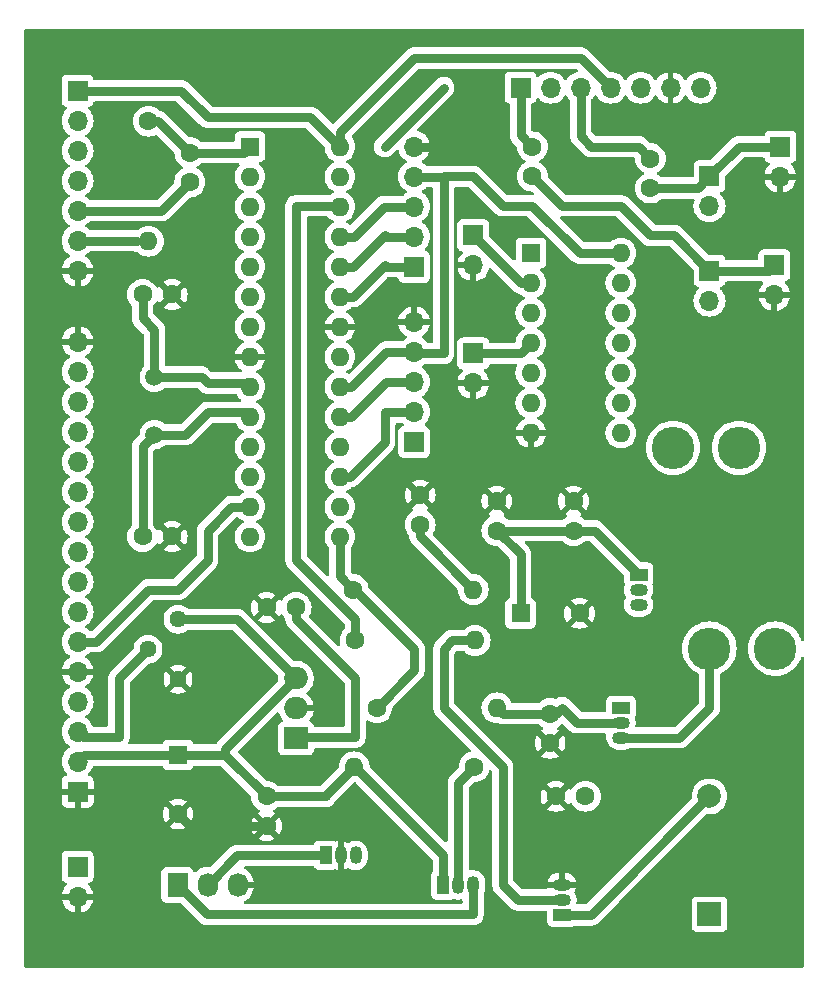
<source format=gbr>
%TF.GenerationSoftware,KiCad,Pcbnew,8.0.3*%
%TF.CreationDate,2024-09-12T01:04:43+05:30*%
%TF.ProjectId,labRF,6c616252-462e-46b6-9963-61645f706362,rev?*%
%TF.SameCoordinates,Original*%
%TF.FileFunction,Copper,L1,Top*%
%TF.FilePolarity,Positive*%
%FSLAX46Y46*%
G04 Gerber Fmt 4.6, Leading zero omitted, Abs format (unit mm)*
G04 Created by KiCad (PCBNEW 8.0.3) date 2024-09-12 01:04:43*
%MOMM*%
%LPD*%
G01*
G04 APERTURE LIST*
%TA.AperFunction,ComponentPad*%
%ADD10C,1.440000*%
%TD*%
%TA.AperFunction,ComponentPad*%
%ADD11R,1.700000X1.700000*%
%TD*%
%TA.AperFunction,ComponentPad*%
%ADD12O,1.700000X1.700000*%
%TD*%
%TA.AperFunction,ComponentPad*%
%ADD13C,1.500000*%
%TD*%
%TA.AperFunction,ComponentPad*%
%ADD14R,2.000000X1.905000*%
%TD*%
%TA.AperFunction,ComponentPad*%
%ADD15O,2.000000X1.905000*%
%TD*%
%TA.AperFunction,ComponentPad*%
%ADD16R,1.600000X1.600000*%
%TD*%
%TA.AperFunction,ComponentPad*%
%ADD17O,1.600000X1.600000*%
%TD*%
%TA.AperFunction,ComponentPad*%
%ADD18R,1.050000X1.500000*%
%TD*%
%TA.AperFunction,ComponentPad*%
%ADD19O,1.050000X1.500000*%
%TD*%
%TA.AperFunction,ComponentPad*%
%ADD20C,1.600000*%
%TD*%
%TA.AperFunction,ComponentPad*%
%ADD21R,1.500000X1.050000*%
%TD*%
%TA.AperFunction,ComponentPad*%
%ADD22O,1.500000X1.050000*%
%TD*%
%TA.AperFunction,ComponentPad*%
%ADD23C,3.600000*%
%TD*%
%TA.AperFunction,ComponentPad*%
%ADD24R,1.730000X2.030000*%
%TD*%
%TA.AperFunction,ComponentPad*%
%ADD25O,1.730000X2.030000*%
%TD*%
%TA.AperFunction,ComponentPad*%
%ADD26R,2.000000X2.000000*%
%TD*%
%TA.AperFunction,ComponentPad*%
%ADD27C,2.000000*%
%TD*%
%TA.AperFunction,ViaPad*%
%ADD28C,0.600000*%
%TD*%
%TA.AperFunction,Conductor*%
%ADD29C,0.800000*%
%TD*%
G04 APERTURE END LIST*
D10*
%TO.P,RV1,1,1*%
%TO.N,+5V*%
X55000000Y-77500000D03*
%TO.P,RV1,2,2*%
%TO.N,lcd_contrast*%
X52460000Y-80040000D03*
%TO.P,RV1,3,3*%
%TO.N,GND*%
X55000000Y-82580000D03*
%TD*%
D11*
%TO.P,J5,1,Pin_1*%
%TO.N,clk0*%
X84000000Y-32500000D03*
D12*
%TO.P,J5,2,Pin_2*%
%TO.N,unconnected-(J5-Pin_2-Pad2)*%
X86540000Y-32500000D03*
%TO.P,J5,3,Pin_3*%
%TO.N,clk2*%
X89080000Y-32500000D03*
%TO.P,J5,4,Pin_4*%
%TO.N,scl*%
X91620000Y-32500000D03*
%TO.P,J5,5,Pin_5*%
%TO.N,sda*%
X94160000Y-32500000D03*
%TO.P,J5,6,Pin_6*%
%TO.N,GND*%
X96700000Y-32500000D03*
%TO.P,J5,7,Pin_7*%
%TO.N,+5V*%
X99240000Y-32500000D03*
%TD*%
D13*
%TO.P,Y1,1,1*%
%TO.N,Net-(U1-XTAL2{slash}PB7)*%
X53000000Y-61880000D03*
%TO.P,Y1,2,2*%
%TO.N,Net-(U1-XTAL1{slash}PB6)*%
X53000000Y-57000000D03*
%TD*%
D14*
%TO.P,U4,1,IN*%
%TO.N,Net-(J11-Pin_1)*%
X65000000Y-87580000D03*
D15*
%TO.P,U4,2,GND*%
%TO.N,GND*%
X65000000Y-85040000D03*
%TO.P,U4,3,OUT*%
%TO.N,+5V*%
X65000000Y-82500000D03*
%TD*%
D16*
%TO.P,U3,1*%
%TO.N,chand*%
X84880000Y-46500000D03*
D17*
%TO.P,U3,2*%
%TO.N,Net-(J9-Pin_1)*%
X84880000Y-49040000D03*
%TO.P,U3,3*%
%TO.N,chanc*%
X84880000Y-51580000D03*
%TO.P,U3,4*%
%TO.N,Net-(J10-Pin_1)*%
X84880000Y-54120000D03*
%TO.P,U3,5*%
%TO.N,unconnected-(U3-Pad5)*%
X84880000Y-56660000D03*
%TO.P,U3,6*%
%TO.N,unconnected-(U3-Pad6)*%
X84880000Y-59200000D03*
%TO.P,U3,7,GND*%
%TO.N,GND*%
X84880000Y-61740000D03*
%TO.P,U3,8*%
%TO.N,unconnected-(U3-Pad8)*%
X92500000Y-61740000D03*
%TO.P,U3,9*%
%TO.N,unconnected-(U3-Pad9)*%
X92500000Y-59200000D03*
%TO.P,U3,10*%
%TO.N,unconnected-(U3-Pad10)*%
X92500000Y-56660000D03*
%TO.P,U3,11*%
%TO.N,unconnected-(U3-Pad11)*%
X92500000Y-54120000D03*
%TO.P,U3,12*%
%TO.N,unconnected-(U3-Pad12)*%
X92500000Y-51580000D03*
%TO.P,U3,13*%
%TO.N,unconnected-(U3-Pad13)*%
X92500000Y-49040000D03*
%TO.P,U3,14,VCC*%
%TO.N,+5V*%
X92500000Y-46500000D03*
%TD*%
D18*
%TO.P,U2,1,REF*%
%TO.N,Net-(J8-Pin_2)*%
X67500000Y-97500000D03*
D19*
%TO.P,U2,2,A*%
%TO.N,GND*%
X68770000Y-97500000D03*
%TO.P,U2,3,K*%
%TO.N,Net-(Q4-B)*%
X70040000Y-97500000D03*
%TD*%
D16*
%TO.P,U1,1,~{RESET}/PC6*%
%TO.N,Net-(U1-~{RESET}{slash}PC6)*%
X61090000Y-37500000D03*
D17*
%TO.P,U1,2,PD0*%
%TO.N,rx*%
X61090000Y-40040000D03*
%TO.P,U1,3,PD1*%
%TO.N,tx*%
X61090000Y-42580000D03*
%TO.P,U1,4,PD2*%
%TO.N,lcd_D7*%
X61090000Y-45120000D03*
%TO.P,U1,5,PD3*%
%TO.N,chand*%
X61090000Y-47660000D03*
%TO.P,U1,6,PD4*%
%TO.N,lcd_D6*%
X61090000Y-50200000D03*
%TO.P,U1,7,VCC*%
%TO.N,+5V*%
X61090000Y-52740000D03*
%TO.P,U1,8,GND*%
%TO.N,GND*%
X61090000Y-55280000D03*
%TO.P,U1,9,XTAL1/PB6*%
%TO.N,Net-(U1-XTAL1{slash}PB6)*%
X61090000Y-57820000D03*
%TO.P,U1,10,XTAL2/PB7*%
%TO.N,Net-(U1-XTAL2{slash}PB7)*%
X61090000Y-60360000D03*
%TO.P,U1,11,PD5*%
%TO.N,lcd_D5*%
X61090000Y-62900000D03*
%TO.P,U1,12,PD6*%
%TO.N,lcd_D4*%
X61090000Y-65440000D03*
%TO.P,U1,13,PD7*%
%TO.N,lcd_enb*%
X61090000Y-67980000D03*
%TO.P,U1,14,PB0*%
%TO.N,lcd_rs*%
X61090000Y-70520000D03*
%TO.P,U1,15,PB1*%
%TO.N,bias*%
X68710000Y-70520000D03*
%TO.P,U1,16,PB2*%
%TO.N,chanc*%
X68710000Y-67980000D03*
%TO.P,U1,17,PB3*%
%TO.N,rotm_dt*%
X68710000Y-65440000D03*
%TO.P,U1,18,PB4*%
%TO.N,rotm_clk*%
X68710000Y-62900000D03*
%TO.P,U1,19,PB5*%
%TO.N,rotm_sw*%
X68710000Y-60360000D03*
%TO.P,U1,20,AVCC*%
%TO.N,+5V*%
X68710000Y-57820000D03*
%TO.P,U1,21,AREF*%
%TO.N,unconnected-(U1-AREF-Pad21)*%
X68710000Y-55280000D03*
%TO.P,U1,22,GND*%
%TO.N,GND*%
X68710000Y-52740000D03*
%TO.P,U1,23,PC0*%
%TO.N,rots_clk*%
X68710000Y-50200000D03*
%TO.P,U1,24,PC1*%
%TO.N,rots_dt*%
X68710000Y-47660000D03*
%TO.P,U1,25,PC2*%
%TO.N,rots_sw*%
X68710000Y-45120000D03*
%TO.P,U1,26,PC3*%
%TO.N,buzz*%
X68710000Y-42580000D03*
%TO.P,U1,27,PC4*%
%TO.N,sda*%
X68710000Y-40040000D03*
%TO.P,U1,28,PC5*%
%TO.N,scl*%
X68710000Y-37500000D03*
%TD*%
D20*
%TO.P,R5,1*%
%TO.N,Net-(Q4-B)*%
X80080000Y-90000000D03*
D17*
%TO.P,R5,2*%
%TO.N,+5V*%
X69920000Y-90000000D03*
%TD*%
D20*
%TO.P,R4,1*%
%TO.N,buzz*%
X70000000Y-79300000D03*
D17*
%TO.P,R4,2*%
%TO.N,Net-(Q3-B)*%
X80160000Y-79300000D03*
%TD*%
D20*
%TO.P,R3,1*%
%TO.N,bias*%
X71840000Y-85000000D03*
D17*
%TO.P,R3,2*%
%TO.N,Net-(Q2-B)*%
X82000000Y-85000000D03*
%TD*%
D20*
%TO.P,R2,1*%
%TO.N,bias*%
X69840000Y-75000000D03*
D17*
%TO.P,R2,2*%
%TO.N,Net-(Q1-B)*%
X80000000Y-75000000D03*
%TD*%
D20*
%TO.P,R1,1*%
%TO.N,Net-(U1-~{RESET}{slash}PC6)*%
X52500000Y-35340000D03*
D17*
%TO.P,R1,2*%
%TO.N,+5V*%
X52500000Y-45500000D03*
%TD*%
D18*
%TO.P,Q4,1,C*%
%TO.N,+5V*%
X77460000Y-100000000D03*
D19*
%TO.P,Q4,2,B*%
%TO.N,Net-(Q4-B)*%
X78730000Y-100000000D03*
%TO.P,Q4,3,E*%
%TO.N,Net-(J8-Pin_1)*%
X80000000Y-100000000D03*
%TD*%
D21*
%TO.P,Q3,1,C*%
%TO.N,Net-(BZ1--)*%
X87500000Y-102540000D03*
D22*
%TO.P,Q3,2,B*%
%TO.N,Net-(Q3-B)*%
X87500000Y-101270000D03*
%TO.P,Q3,3,E*%
%TO.N,GND*%
X87500000Y-100000000D03*
%TD*%
D21*
%TO.P,Q2,1,C*%
%TO.N,Net-(J8-Pin_1)*%
X92500000Y-85000000D03*
D22*
%TO.P,Q2,2,B*%
%TO.N,Net-(Q2-B)*%
X92500000Y-86270000D03*
%TO.P,Q2,3,E*%
%TO.N,Net-(Q2-E)*%
X92500000Y-87540000D03*
%TD*%
D21*
%TO.P,Q1,1,C*%
%TO.N,Net-(J8-Pin_1)*%
X94000000Y-73730000D03*
D22*
%TO.P,Q1,2,B*%
%TO.N,Net-(Q1-B)*%
X94000000Y-75000000D03*
%TO.P,Q1,3,E*%
%TO.N,Net-(Q1-E)*%
X94000000Y-76270000D03*
%TD*%
D23*
%TO.P,L2,1,1*%
%TO.N,Net-(Q2-E)*%
X100000000Y-80000000D03*
%TO.P,L2,2,2*%
%TO.N,Net-(JP2-B)*%
X105580000Y-80000000D03*
%TD*%
%TO.P,L1,1,1*%
%TO.N,Net-(Q1-E)*%
X96920000Y-63000000D03*
%TO.P,L1,2,2*%
%TO.N,Net-(JP1-B)*%
X102500000Y-63000000D03*
%TD*%
D11*
%TO.P,JP2,1,A*%
%TO.N,Net-(J7-Pin_1)*%
X100000000Y-40000000D03*
D12*
%TO.P,JP2,2,B*%
%TO.N,Net-(JP2-B)*%
X100000000Y-42540000D03*
%TD*%
D11*
%TO.P,JP1,1,A*%
%TO.N,Net-(J6-Pin_1)*%
X100000000Y-48000000D03*
D12*
%TO.P,JP1,2,B*%
%TO.N,Net-(JP1-B)*%
X100000000Y-50540000D03*
%TD*%
D11*
%TO.P,J11,1,Pin_1*%
%TO.N,Net-(J11-Pin_1)*%
X46500000Y-98460000D03*
D12*
%TO.P,J11,2,Pin_2*%
%TO.N,GND*%
X46500000Y-101000000D03*
%TD*%
D11*
%TO.P,J10,1,Pin_1*%
%TO.N,Net-(J10-Pin_1)*%
X80000000Y-55000000D03*
D12*
%TO.P,J10,2,Pin_2*%
%TO.N,GND*%
X80000000Y-57540000D03*
%TD*%
%TO.P,J9,2,Pin_2*%
%TO.N,GND*%
X80000000Y-47540000D03*
D11*
%TO.P,J9,1,Pin_1*%
%TO.N,Net-(J9-Pin_1)*%
X80000000Y-45000000D03*
%TD*%
D24*
%TO.P,J8,1,Pin_1*%
%TO.N,Net-(J8-Pin_1)*%
X54960000Y-100000000D03*
D25*
%TO.P,J8,2,Pin_2*%
%TO.N,Net-(J8-Pin_2)*%
X57500000Y-100000000D03*
%TO.P,J8,3,Pin_3*%
%TO.N,GND*%
X60040000Y-100000000D03*
%TD*%
D11*
%TO.P,J7,1,Pin_1*%
%TO.N,Net-(J7-Pin_1)*%
X106000000Y-37500000D03*
D12*
%TO.P,J7,2,Pin_2*%
%TO.N,GND*%
X106000000Y-40040000D03*
%TD*%
D11*
%TO.P,J6,1,Pin_1*%
%TO.N,Net-(J6-Pin_1)*%
X105500000Y-47500000D03*
D12*
%TO.P,J6,2,Pin_2*%
%TO.N,GND*%
X105500000Y-50040000D03*
%TD*%
D11*
%TO.P,J4,1,Pin_1*%
%TO.N,scl*%
X46500000Y-32760000D03*
D12*
%TO.P,J4,2,Pin_2*%
%TO.N,sda*%
X46500000Y-35300000D03*
%TO.P,J4,3,Pin_3*%
%TO.N,rx*%
X46500000Y-37840000D03*
%TO.P,J4,4,Pin_4*%
%TO.N,tx*%
X46500000Y-40380000D03*
%TO.P,J4,5,Pin_5*%
%TO.N,reset*%
X46500000Y-42920000D03*
%TO.P,J4,6,Pin_6*%
%TO.N,+5V*%
X46500000Y-45460000D03*
%TO.P,J4,7,Pin_7*%
%TO.N,GND*%
X46500000Y-48000000D03*
%TD*%
D11*
%TO.P,J3,1,Pin_1*%
%TO.N,GND*%
X46500000Y-92100000D03*
D12*
%TO.P,J3,2,Pin_2*%
%TO.N,+5V*%
X46500000Y-89560000D03*
%TO.P,J3,3,Pin_3*%
%TO.N,lcd_contrast*%
X46500000Y-87020000D03*
%TO.P,J3,4,Pin_4*%
%TO.N,lcd_rs*%
X46500000Y-84480000D03*
%TO.P,J3,5,Pin_5*%
%TO.N,GND*%
X46500000Y-81940000D03*
%TO.P,J3,6,Pin_6*%
%TO.N,lcd_enb*%
X46500000Y-79400000D03*
%TO.P,J3,7,Pin_7*%
%TO.N,unconnected-(J3-Pin_7-Pad7)*%
X46500000Y-76860000D03*
%TO.P,J3,8,Pin_8*%
%TO.N,unconnected-(J3-Pin_8-Pad8)*%
X46500000Y-74320000D03*
%TO.P,J3,9,Pin_9*%
%TO.N,unconnected-(J3-Pin_9-Pad9)*%
X46500000Y-71780000D03*
%TO.P,J3,10,Pin_10*%
%TO.N,unconnected-(J3-Pin_10-Pad10)*%
X46500000Y-69240000D03*
%TO.P,J3,11,Pin_11*%
%TO.N,lcd_D4*%
X46500000Y-66700000D03*
%TO.P,J3,12,Pin_12*%
%TO.N,lcd_D5*%
X46500000Y-64160000D03*
%TO.P,J3,13,Pin_13*%
%TO.N,lcd_D6*%
X46500000Y-61620000D03*
%TO.P,J3,14,Pin_14*%
%TO.N,lcd_D7*%
X46500000Y-59080000D03*
%TO.P,J3,15,Pin_15*%
%TO.N,+5V*%
X46500000Y-56540000D03*
%TO.P,J3,16,Pin_16*%
%TO.N,GND*%
X46500000Y-54000000D03*
%TD*%
D11*
%TO.P,J2,1,Pin_1*%
%TO.N,rotm_clk*%
X75000000Y-62500000D03*
D12*
%TO.P,J2,2,Pin_2*%
%TO.N,rotm_dt*%
X75000000Y-59960000D03*
%TO.P,J2,3,Pin_3*%
%TO.N,rotm_sw*%
X75000000Y-57420000D03*
%TO.P,J2,4,Pin_4*%
%TO.N,+5V*%
X75000000Y-54880000D03*
%TO.P,J2,5,Pin_5*%
%TO.N,GND*%
X75000000Y-52340000D03*
%TD*%
D11*
%TO.P,J1,1,Pin_1*%
%TO.N,rots_clk*%
X75000000Y-47660000D03*
D12*
%TO.P,J1,2,Pin_2*%
%TO.N,rots_dt*%
X75000000Y-45120000D03*
%TO.P,J1,3,Pin_3*%
%TO.N,rots_sw*%
X75000000Y-42580000D03*
%TO.P,J1,4,Pin_4*%
%TO.N,+5V*%
X75000000Y-40040000D03*
%TO.P,J1,5,Pin_5*%
%TO.N,GND*%
X75000000Y-37500000D03*
%TD*%
D16*
%TO.P,C14,1*%
%TO.N,Net-(J8-Pin_1)*%
X84000000Y-77000000D03*
D20*
%TO.P,C14,2*%
%TO.N,GND*%
X89000000Y-77000000D03*
%TD*%
%TO.P,C13,1*%
%TO.N,GND*%
X82000000Y-67500000D03*
%TO.P,C13,2*%
%TO.N,Net-(J8-Pin_1)*%
X82000000Y-70000000D03*
%TD*%
D16*
%TO.P,C12,1*%
%TO.N,+5V*%
X55000000Y-89000000D03*
D20*
%TO.P,C12,2*%
%TO.N,GND*%
X55000000Y-94000000D03*
%TD*%
%TO.P,C11,1*%
%TO.N,GND*%
X62500000Y-95000000D03*
%TO.P,C11,2*%
%TO.N,+5V*%
X62500000Y-92500000D03*
%TD*%
%TO.P,C10,1*%
%TO.N,GND*%
X62500000Y-76500000D03*
%TO.P,C10,2*%
%TO.N,Net-(J11-Pin_1)*%
X65000000Y-76500000D03*
%TD*%
%TO.P,C9,1*%
%TO.N,Net-(Q2-B)*%
X86500000Y-85500000D03*
%TO.P,C9,2*%
%TO.N,GND*%
X86500000Y-88000000D03*
%TD*%
%TO.P,C8,1*%
%TO.N,GND*%
X87000000Y-92500000D03*
%TO.P,C8,2*%
%TO.N,Net-(J8-Pin_1)*%
X89500000Y-92500000D03*
%TD*%
%TO.P,C7,1*%
%TO.N,GND*%
X88500000Y-67500000D03*
%TO.P,C7,2*%
%TO.N,Net-(J8-Pin_1)*%
X88500000Y-70000000D03*
%TD*%
%TO.P,C6,1*%
%TO.N,Net-(Q1-B)*%
X75500000Y-69500000D03*
%TO.P,C6,2*%
%TO.N,GND*%
X75500000Y-67000000D03*
%TD*%
%TO.P,C5,1*%
%TO.N,clk2*%
X95000000Y-38500000D03*
%TO.P,C5,2*%
%TO.N,Net-(J7-Pin_1)*%
X95000000Y-41000000D03*
%TD*%
%TO.P,C4,1*%
%TO.N,clk0*%
X85000000Y-37500000D03*
%TO.P,C4,2*%
%TO.N,Net-(J6-Pin_1)*%
X85000000Y-40000000D03*
%TD*%
%TO.P,C3,1*%
%TO.N,Net-(U1-~{RESET}{slash}PC6)*%
X56000000Y-38000000D03*
%TO.P,C3,2*%
%TO.N,reset*%
X56000000Y-40500000D03*
%TD*%
%TO.P,C2,1*%
%TO.N,Net-(U1-XTAL1{slash}PB6)*%
X52000000Y-50000000D03*
%TO.P,C2,2*%
%TO.N,GND*%
X54500000Y-50000000D03*
%TD*%
%TO.P,C1,1*%
%TO.N,Net-(U1-XTAL2{slash}PB7)*%
X52000000Y-70500000D03*
%TO.P,C1,2*%
%TO.N,GND*%
X54500000Y-70500000D03*
%TD*%
D26*
%TO.P,BZ1,1,+*%
%TO.N,+5V*%
X100000000Y-102500000D03*
D27*
%TO.P,BZ1,2,-*%
%TO.N,Net-(BZ1--)*%
X100000000Y-92500000D03*
%TD*%
D28*
%TO.N,GND*%
X80000000Y-35000000D03*
%TO.N,sda*%
X77500000Y-32500000D03*
X72500000Y-37500000D03*
%TD*%
D29*
%TO.N,GND*%
X56000000Y-95000000D02*
X55000000Y-94000000D01*
X62500000Y-95000000D02*
X56000000Y-95000000D01*
X77500000Y-37500000D02*
X80000000Y-35000000D01*
X75000000Y-37500000D02*
X77500000Y-37500000D01*
%TO.N,Net-(J11-Pin_1)*%
X70000000Y-82500000D02*
X70000000Y-87500000D01*
X65000000Y-77500000D02*
X70000000Y-82500000D01*
X70000000Y-87500000D02*
X65080000Y-87500000D01*
X65080000Y-87500000D02*
X65000000Y-87580000D01*
X65000000Y-76500000D02*
X65000000Y-77500000D01*
%TO.N,Net-(J9-Pin_1)*%
X84040000Y-49040000D02*
X84880000Y-49040000D01*
X80000000Y-45000000D02*
X84040000Y-49040000D01*
%TO.N,sda*%
X72500000Y-37500000D02*
X77500000Y-32500000D01*
%TO.N,buzz*%
X65000000Y-42500000D02*
X68630000Y-42500000D01*
X65000000Y-72500000D02*
X65000000Y-42500000D01*
X68630000Y-42500000D02*
X68710000Y-42580000D01*
X70000000Y-77500000D02*
X65000000Y-72500000D01*
X70000000Y-79300000D02*
X70000000Y-77500000D01*
%TO.N,Net-(J8-Pin_1)*%
X90270000Y-70000000D02*
X94000000Y-73730000D01*
X88500000Y-70000000D02*
X90270000Y-70000000D01*
%TO.N,Net-(Q2-B)*%
X82500000Y-85500000D02*
X82000000Y-85000000D01*
X86500000Y-85500000D02*
X82500000Y-85500000D01*
%TO.N,Net-(Q3-B)*%
X78200000Y-79300000D02*
X77500000Y-80000000D01*
X80160000Y-79300000D02*
X78200000Y-79300000D01*
%TO.N,+5V*%
X59000000Y-89000000D02*
X59000000Y-88500000D01*
X59000000Y-88500000D02*
X65000000Y-82500000D01*
X70000000Y-90000000D02*
X69920000Y-90000000D01*
X77460000Y-97460000D02*
X70000000Y-90000000D01*
X67500000Y-92420000D02*
X69920000Y-90000000D01*
X67500000Y-92500000D02*
X67500000Y-92420000D01*
%TO.N,Net-(Q4-B)*%
X78730000Y-91350000D02*
X80080000Y-90000000D01*
X78730000Y-100000000D02*
X78730000Y-91350000D01*
%TO.N,Net-(Q3-B)*%
X77500000Y-85000000D02*
X77500000Y-80000000D01*
X82500000Y-100000000D02*
X82500000Y-90000000D01*
X83770000Y-101270000D02*
X82500000Y-100000000D01*
X87500000Y-101270000D02*
X83770000Y-101270000D01*
X82500000Y-90000000D02*
X77500000Y-85000000D01*
%TO.N,Net-(BZ1--)*%
X89960000Y-102540000D02*
X100000000Y-92500000D01*
X87500000Y-102540000D02*
X89960000Y-102540000D01*
%TO.N,+5V*%
X62500000Y-92500000D02*
X67500000Y-92500000D01*
X77460000Y-100000000D02*
X77460000Y-97460000D01*
%TO.N,Net-(J8-Pin_1)*%
X80000000Y-102500000D02*
X80000000Y-100000000D01*
X57460000Y-102500000D02*
X80000000Y-102500000D01*
X54960000Y-100000000D02*
X57460000Y-102500000D01*
%TO.N,Net-(J8-Pin_2)*%
X60000000Y-97500000D02*
X67500000Y-97500000D01*
X57500000Y-100000000D02*
X60000000Y-97500000D01*
%TO.N,+5V*%
X80000000Y-40000000D02*
X77500000Y-40000000D01*
X82500000Y-42500000D02*
X80000000Y-40000000D01*
X89000000Y-46500000D02*
X85000000Y-42500000D01*
X85000000Y-42500000D02*
X82500000Y-42500000D01*
X92500000Y-46500000D02*
X89000000Y-46500000D01*
%TO.N,Net-(J6-Pin_1)*%
X87500000Y-42500000D02*
X85000000Y-40000000D01*
X92500000Y-42500000D02*
X87500000Y-42500000D01*
%TO.N,clk0*%
X84000000Y-36500000D02*
X85000000Y-37500000D01*
X84000000Y-32500000D02*
X84000000Y-36500000D01*
%TO.N,+5V*%
X77500000Y-55000000D02*
X75120000Y-55000000D01*
X77500000Y-40000000D02*
X77500000Y-55000000D01*
X77460000Y-40040000D02*
X77500000Y-40000000D01*
X75000000Y-40040000D02*
X77460000Y-40040000D01*
X75120000Y-55000000D02*
X75000000Y-54880000D01*
%TO.N,Net-(J6-Pin_1)*%
X105000000Y-48000000D02*
X105500000Y-47500000D01*
X100000000Y-48000000D02*
X105000000Y-48000000D01*
%TO.N,Net-(J7-Pin_1)*%
X102500000Y-37500000D02*
X106000000Y-37500000D01*
X100000000Y-40000000D02*
X102500000Y-37500000D01*
%TO.N,Net-(J6-Pin_1)*%
X97000000Y-45000000D02*
X95000000Y-45000000D01*
X95000000Y-45000000D02*
X92500000Y-42500000D01*
X100000000Y-48000000D02*
X97000000Y-45000000D01*
%TO.N,Net-(J7-Pin_1)*%
X99000000Y-41000000D02*
X95000000Y-41000000D01*
X100000000Y-40000000D02*
X99000000Y-41000000D01*
%TO.N,Net-(U1-XTAL1{slash}PB6)*%
X52000000Y-52000000D02*
X52000000Y-50000000D01*
X53000000Y-53000000D02*
X52000000Y-52000000D01*
X53000000Y-57000000D02*
X53000000Y-53000000D01*
%TO.N,lcd_enb*%
X55000000Y-75000000D02*
X57500000Y-72500000D01*
X48100000Y-79400000D02*
X52500000Y-75000000D01*
X52500000Y-75000000D02*
X55000000Y-75000000D01*
X59520000Y-67980000D02*
X61090000Y-67980000D01*
X57500000Y-72500000D02*
X57500000Y-70000000D01*
X46500000Y-79400000D02*
X48100000Y-79400000D01*
X57500000Y-70000000D02*
X59520000Y-67980000D01*
%TO.N,lcd_contrast*%
X50000000Y-87500000D02*
X46980000Y-87500000D01*
X50000000Y-82500000D02*
X50000000Y-87500000D01*
X46980000Y-87500000D02*
X46500000Y-87020000D01*
X52460000Y-80040000D02*
X50000000Y-82500000D01*
%TO.N,+5V*%
X60000000Y-77500000D02*
X55000000Y-77500000D01*
X65000000Y-82500000D02*
X60000000Y-77500000D01*
X59000000Y-89000000D02*
X55000000Y-89000000D01*
X62500000Y-92500000D02*
X59000000Y-89000000D01*
X47060000Y-89000000D02*
X46500000Y-89560000D01*
X55000000Y-89000000D02*
X47060000Y-89000000D01*
%TO.N,bias*%
X70000000Y-75000000D02*
X69840000Y-75000000D01*
X75000000Y-81840000D02*
X75000000Y-80000000D01*
X75000000Y-80000000D02*
X70000000Y-75000000D01*
X71840000Y-85000000D02*
X75000000Y-81840000D01*
X68710000Y-73870000D02*
X69840000Y-75000000D01*
X68710000Y-70520000D02*
X68710000Y-73870000D01*
%TO.N,Net-(Q2-E)*%
X97460000Y-87540000D02*
X100000000Y-85000000D01*
X100000000Y-85000000D02*
X100000000Y-80000000D01*
X92500000Y-87540000D02*
X97460000Y-87540000D01*
%TO.N,Net-(Q2-B)*%
X88770000Y-86270000D02*
X87500000Y-85000000D01*
X87000000Y-85500000D02*
X86500000Y-85500000D01*
X92500000Y-86270000D02*
X88770000Y-86270000D01*
X87500000Y-85000000D02*
X87000000Y-85500000D01*
%TO.N,Net-(J8-Pin_1)*%
X88500000Y-70000000D02*
X82000000Y-70000000D01*
X84000000Y-72000000D02*
X84000000Y-77000000D01*
%TO.N,Net-(Q1-B)*%
X75500000Y-70500000D02*
X80000000Y-75000000D01*
X75500000Y-69500000D02*
X75500000Y-70500000D01*
%TO.N,Net-(U1-XTAL2{slash}PB7)*%
X52000000Y-62880000D02*
X52000000Y-70500000D01*
X53000000Y-61880000D02*
X52000000Y-62880000D01*
X60730000Y-60000000D02*
X61090000Y-60360000D01*
X57500000Y-60000000D02*
X60730000Y-60000000D01*
X55620000Y-61880000D02*
X57500000Y-60000000D01*
X53000000Y-61880000D02*
X55620000Y-61880000D01*
%TO.N,Net-(U1-XTAL1{slash}PB6)*%
X60770000Y-57500000D02*
X61090000Y-57820000D01*
X57000000Y-57000000D02*
X57500000Y-57500000D01*
X53000000Y-57000000D02*
X57000000Y-57000000D01*
X57500000Y-57500000D02*
X60770000Y-57500000D01*
%TO.N,scl*%
X75000000Y-30000000D02*
X89120000Y-30000000D01*
X68710000Y-36290000D02*
X75000000Y-30000000D01*
X89120000Y-30000000D02*
X91620000Y-32500000D01*
X68710000Y-37500000D02*
X68710000Y-36290000D01*
%TO.N,clk2*%
X94000000Y-37500000D02*
X95000000Y-38500000D01*
X90000000Y-37500000D02*
X94000000Y-37500000D01*
X89080000Y-36580000D02*
X90000000Y-37500000D01*
X89080000Y-32500000D02*
X89080000Y-36580000D01*
%TO.N,rotm_dt*%
X74960000Y-60000000D02*
X75000000Y-59960000D01*
X72500000Y-60000000D02*
X74960000Y-60000000D01*
X72500000Y-62500000D02*
X72500000Y-60000000D01*
X69560000Y-65440000D02*
X72500000Y-62500000D01*
X68710000Y-65440000D02*
X69560000Y-65440000D01*
%TO.N,rotm_sw*%
X69640000Y-60360000D02*
X72580000Y-57420000D01*
X72580000Y-57420000D02*
X75000000Y-57420000D01*
X68710000Y-60360000D02*
X69640000Y-60360000D01*
%TO.N,+5V*%
X69680000Y-57820000D02*
X72620000Y-54880000D01*
X72620000Y-54880000D02*
X75000000Y-54880000D01*
X68710000Y-57820000D02*
X69680000Y-57820000D01*
%TO.N,rots_clk*%
X69800000Y-50200000D02*
X72500000Y-47500000D01*
X72500000Y-47500000D02*
X72660000Y-47660000D01*
X72660000Y-47660000D02*
X75000000Y-47660000D01*
X68710000Y-50200000D02*
X69800000Y-50200000D01*
%TO.N,rots_dt*%
X72620000Y-45120000D02*
X75000000Y-45120000D01*
X72500000Y-45000000D02*
X72620000Y-45120000D01*
X69840000Y-47660000D02*
X72500000Y-45000000D01*
X68710000Y-47660000D02*
X69840000Y-47660000D01*
%TO.N,rots_sw*%
X69880000Y-45120000D02*
X72420000Y-42580000D01*
X72420000Y-42580000D02*
X75000000Y-42580000D01*
X68710000Y-45120000D02*
X69880000Y-45120000D01*
%TO.N,Net-(J10-Pin_1)*%
X84000000Y-55000000D02*
X84880000Y-54120000D01*
X80000000Y-55000000D02*
X84000000Y-55000000D01*
%TO.N,Net-(U1-~{RESET}{slash}PC6)*%
X53340000Y-35340000D02*
X56000000Y-38000000D01*
X52500000Y-35340000D02*
X53340000Y-35340000D01*
X60590000Y-38000000D02*
X61090000Y-37500000D01*
X56000000Y-38000000D02*
X60590000Y-38000000D01*
%TO.N,reset*%
X46500000Y-42920000D02*
X53580000Y-42920000D01*
X53580000Y-42920000D02*
X56000000Y-40500000D01*
%TO.N,+5V*%
X51460000Y-45460000D02*
X51500000Y-45500000D01*
X46500000Y-45460000D02*
X51460000Y-45460000D01*
%TO.N,scl*%
X57500000Y-35000000D02*
X66210000Y-35000000D01*
X66210000Y-35000000D02*
X68710000Y-37500000D01*
X55260000Y-32760000D02*
X57500000Y-35000000D01*
X46500000Y-32760000D02*
X55260000Y-32760000D01*
%TO.N,Net-(J8-Pin_1)*%
X82000000Y-70000000D02*
X84000000Y-72000000D01*
%TD*%
%TA.AperFunction,Conductor*%
%TO.N,GND*%
G36*
X54902677Y-33680185D02*
G01*
X54923319Y-33696819D01*
X55867032Y-34640531D01*
X56800536Y-35574035D01*
X56925965Y-35699464D01*
X56925966Y-35699465D01*
X57073446Y-35798009D01*
X57073450Y-35798011D01*
X57073453Y-35798013D01*
X57231441Y-35863453D01*
X57237334Y-35865894D01*
X57237338Y-35865894D01*
X57237339Y-35865895D01*
X57411305Y-35900500D01*
X57411308Y-35900500D01*
X57411309Y-35900500D01*
X65785638Y-35900500D01*
X65852677Y-35920185D01*
X65873319Y-35936819D01*
X67369553Y-37433053D01*
X67403038Y-37494376D01*
X67405400Y-37509926D01*
X67424364Y-37726687D01*
X67424366Y-37726697D01*
X67483258Y-37946488D01*
X67483261Y-37946497D01*
X67579431Y-38152732D01*
X67579432Y-38152734D01*
X67709954Y-38339141D01*
X67870858Y-38500045D01*
X67870861Y-38500047D01*
X68057266Y-38630568D01*
X68115275Y-38657618D01*
X68167714Y-38703791D01*
X68186866Y-38770984D01*
X68166650Y-38837865D01*
X68115275Y-38882382D01*
X68057267Y-38909431D01*
X68057265Y-38909432D01*
X67870858Y-39039954D01*
X67709954Y-39200858D01*
X67579432Y-39387265D01*
X67579431Y-39387267D01*
X67483261Y-39593502D01*
X67483258Y-39593511D01*
X67424366Y-39813302D01*
X67424364Y-39813313D01*
X67404532Y-40039998D01*
X67404532Y-40040001D01*
X67424364Y-40266686D01*
X67424366Y-40266697D01*
X67483258Y-40486488D01*
X67483261Y-40486497D01*
X67579431Y-40692732D01*
X67579432Y-40692734D01*
X67709954Y-40879141D01*
X67870858Y-41040045D01*
X67870861Y-41040047D01*
X68057266Y-41170568D01*
X68115275Y-41197618D01*
X68167714Y-41243791D01*
X68186866Y-41310984D01*
X68166650Y-41377865D01*
X68115275Y-41422382D01*
X68057267Y-41449431D01*
X68057265Y-41449432D01*
X67874971Y-41577075D01*
X67808765Y-41599402D01*
X67803848Y-41599500D01*
X64911306Y-41599500D01*
X64737341Y-41634103D01*
X64737332Y-41634106D01*
X64573459Y-41701983D01*
X64573446Y-41701990D01*
X64425965Y-41800535D01*
X64425961Y-41800538D01*
X64300538Y-41925961D01*
X64300535Y-41925965D01*
X64201990Y-42073446D01*
X64201983Y-42073459D01*
X64134106Y-42237332D01*
X64134103Y-42237341D01*
X64099500Y-42411304D01*
X64099500Y-72588696D01*
X64134103Y-72762659D01*
X64134104Y-72762663D01*
X64134105Y-72762666D01*
X64157231Y-72818495D01*
X64201987Y-72926547D01*
X64201989Y-72926552D01*
X64253808Y-73004102D01*
X64253809Y-73004105D01*
X64300532Y-73074031D01*
X64300538Y-73074039D01*
X69063181Y-77836681D01*
X69096666Y-77898004D01*
X69099500Y-77924362D01*
X69099500Y-78309951D01*
X69079815Y-78376990D01*
X69063181Y-78397632D01*
X68999954Y-78460858D01*
X68869432Y-78647265D01*
X68869431Y-78647267D01*
X68773261Y-78853502D01*
X68773258Y-78853511D01*
X68714366Y-79073302D01*
X68714364Y-79073313D01*
X68694532Y-79299998D01*
X68694532Y-79300001D01*
X68714364Y-79526686D01*
X68714366Y-79526697D01*
X68746187Y-79645457D01*
X68744524Y-79715307D01*
X68705361Y-79773169D01*
X68641132Y-79800673D01*
X68572230Y-79789086D01*
X68538731Y-79765231D01*
X66119989Y-77346489D01*
X66086504Y-77285166D01*
X66091488Y-77215474D01*
X66106096Y-77187684D01*
X66130566Y-77152737D01*
X66130568Y-77152733D01*
X66226739Y-76946496D01*
X66285635Y-76726692D01*
X66305468Y-76500000D01*
X66285635Y-76273308D01*
X66226739Y-76053504D01*
X66130568Y-75847266D01*
X66021553Y-75691575D01*
X66000045Y-75660858D01*
X65839141Y-75499954D01*
X65652734Y-75369432D01*
X65652732Y-75369431D01*
X65446497Y-75273261D01*
X65446488Y-75273258D01*
X65226697Y-75214366D01*
X65226693Y-75214365D01*
X65226692Y-75214365D01*
X65226691Y-75214364D01*
X65226686Y-75214364D01*
X65000002Y-75194532D01*
X64999998Y-75194532D01*
X64773313Y-75214364D01*
X64773302Y-75214366D01*
X64553511Y-75273258D01*
X64553502Y-75273261D01*
X64347267Y-75369431D01*
X64347265Y-75369432D01*
X64160858Y-75499954D01*
X63999954Y-75660858D01*
X63869432Y-75847265D01*
X63869429Y-75847270D01*
X63862104Y-75862979D01*
X63815929Y-75915417D01*
X63748735Y-75934566D01*
X63681855Y-75914347D01*
X63637341Y-75862973D01*
X63630133Y-75847515D01*
X63630132Y-75847513D01*
X63579025Y-75774526D01*
X62900000Y-76453551D01*
X62900000Y-76447339D01*
X62872741Y-76345606D01*
X62820080Y-76254394D01*
X62745606Y-76179920D01*
X62654394Y-76127259D01*
X62552661Y-76100000D01*
X62546448Y-76100000D01*
X63225472Y-75420974D01*
X63152478Y-75369863D01*
X62946331Y-75273735D01*
X62946317Y-75273730D01*
X62726610Y-75214860D01*
X62726599Y-75214858D01*
X62500002Y-75195034D01*
X62499998Y-75195034D01*
X62273400Y-75214858D01*
X62273389Y-75214860D01*
X62053682Y-75273730D01*
X62053673Y-75273734D01*
X61847516Y-75369866D01*
X61847512Y-75369868D01*
X61774526Y-75420973D01*
X61774526Y-75420974D01*
X62453553Y-76100000D01*
X62447339Y-76100000D01*
X62345606Y-76127259D01*
X62254394Y-76179920D01*
X62179920Y-76254394D01*
X62127259Y-76345606D01*
X62100000Y-76447339D01*
X62100000Y-76453552D01*
X61420974Y-75774526D01*
X61420973Y-75774526D01*
X61369868Y-75847512D01*
X61369866Y-75847516D01*
X61273734Y-76053673D01*
X61273730Y-76053682D01*
X61214860Y-76273389D01*
X61214858Y-76273400D01*
X61195034Y-76499997D01*
X61195034Y-76500002D01*
X61214858Y-76726599D01*
X61214860Y-76726610D01*
X61273730Y-76946317D01*
X61273735Y-76946331D01*
X61369863Y-77152478D01*
X61420974Y-77225472D01*
X62100000Y-76546446D01*
X62100000Y-76552661D01*
X62127259Y-76654394D01*
X62179920Y-76745606D01*
X62254394Y-76820080D01*
X62345606Y-76872741D01*
X62447339Y-76900000D01*
X62453553Y-76900000D01*
X61774526Y-77579025D01*
X61847513Y-77630132D01*
X61847521Y-77630136D01*
X62053668Y-77726264D01*
X62053682Y-77726269D01*
X62273389Y-77785139D01*
X62273400Y-77785141D01*
X62499998Y-77804966D01*
X62500002Y-77804966D01*
X62726599Y-77785141D01*
X62726610Y-77785139D01*
X62946317Y-77726269D01*
X62946331Y-77726264D01*
X63152478Y-77630136D01*
X63225471Y-77579024D01*
X62546447Y-76900000D01*
X62552661Y-76900000D01*
X62654394Y-76872741D01*
X62745606Y-76820080D01*
X62820080Y-76745606D01*
X62872741Y-76654394D01*
X62900000Y-76552661D01*
X62900000Y-76546447D01*
X63579024Y-77225471D01*
X63630134Y-77152481D01*
X63637340Y-77137028D01*
X63683511Y-77084587D01*
X63750704Y-77065433D01*
X63817585Y-77085646D01*
X63862105Y-77137022D01*
X63869430Y-77152730D01*
X63869432Y-77152734D01*
X63999951Y-77339137D01*
X63999952Y-77339138D01*
X63999953Y-77339139D01*
X64063182Y-77402368D01*
X64096666Y-77463689D01*
X64099500Y-77490048D01*
X64099500Y-77588696D01*
X64134103Y-77762659D01*
X64134105Y-77762666D01*
X64158704Y-77822051D01*
X64190367Y-77898493D01*
X64201987Y-77926547D01*
X64253361Y-78003432D01*
X64253361Y-78003433D01*
X64300537Y-78074038D01*
X64300540Y-78074041D01*
X69063181Y-82836681D01*
X69096666Y-82898004D01*
X69099500Y-82924362D01*
X69099500Y-86475500D01*
X69079815Y-86542539D01*
X69027011Y-86588294D01*
X68975500Y-86599500D01*
X66609832Y-86599500D01*
X66542793Y-86579815D01*
X66497038Y-86527011D01*
X66493650Y-86518833D01*
X66443797Y-86385171D01*
X66443793Y-86385164D01*
X66357547Y-86269955D01*
X66357544Y-86269952D01*
X66242335Y-86183706D01*
X66242326Y-86183701D01*
X66213974Y-86173127D01*
X66158040Y-86131257D01*
X66133622Y-86065792D01*
X66148473Y-85997519D01*
X66156988Y-85984059D01*
X66289788Y-85801276D01*
X66393582Y-85597570D01*
X66464234Y-85380128D01*
X66478509Y-85290000D01*
X65490748Y-85290000D01*
X65512518Y-85252292D01*
X65550000Y-85112409D01*
X65550000Y-84967591D01*
X65512518Y-84827708D01*
X65490748Y-84790000D01*
X66478509Y-84790000D01*
X66464234Y-84699871D01*
X66393582Y-84482429D01*
X66289788Y-84278723D01*
X66155402Y-84093757D01*
X65993742Y-83932097D01*
X65909135Y-83870626D01*
X65866470Y-83815296D01*
X65860491Y-83745682D01*
X65893097Y-83683887D01*
X65909125Y-83669999D01*
X65994066Y-83608286D01*
X66155786Y-83446566D01*
X66290217Y-83261538D01*
X66394048Y-83057758D01*
X66437391Y-82924362D01*
X66464721Y-82840249D01*
X66464721Y-82840248D01*
X66464722Y-82840245D01*
X66500500Y-82614354D01*
X66500500Y-82385646D01*
X66464722Y-82159755D01*
X66464721Y-82159751D01*
X66464721Y-82159750D01*
X66394049Y-81942244D01*
X66378623Y-81911968D01*
X66290217Y-81738462D01*
X66155786Y-81553434D01*
X65994066Y-81391714D01*
X65809038Y-81257283D01*
X65679492Y-81191276D01*
X65605255Y-81153450D01*
X65387748Y-81082778D01*
X65218326Y-81055944D01*
X65161854Y-81047000D01*
X64871862Y-81047000D01*
X64804823Y-81027315D01*
X64784181Y-81010681D01*
X60574039Y-76800538D01*
X60574038Y-76800537D01*
X60518405Y-76763365D01*
X60463520Y-76726692D01*
X60463511Y-76726686D01*
X60442248Y-76712478D01*
X60426547Y-76701987D01*
X60426545Y-76701986D01*
X60426542Y-76701984D01*
X60344607Y-76668046D01*
X60344606Y-76668046D01*
X60262666Y-76634105D01*
X60262658Y-76634103D01*
X60088696Y-76599500D01*
X60088692Y-76599500D01*
X60088691Y-76599500D01*
X55876911Y-76599500D01*
X55809872Y-76579815D01*
X55789230Y-76563181D01*
X55787521Y-76561472D01*
X55612578Y-76438977D01*
X55612579Y-76438977D01*
X55483547Y-76378809D01*
X55419030Y-76348724D01*
X55419026Y-76348723D01*
X55419022Y-76348721D01*
X55212752Y-76293452D01*
X55212748Y-76293451D01*
X55212747Y-76293451D01*
X55212746Y-76293450D01*
X55212741Y-76293450D01*
X55000002Y-76274838D01*
X54999998Y-76274838D01*
X54787258Y-76293450D01*
X54787247Y-76293452D01*
X54580977Y-76348721D01*
X54580968Y-76348725D01*
X54387421Y-76438977D01*
X54212478Y-76561472D01*
X54061472Y-76712478D01*
X53938977Y-76887421D01*
X53848725Y-77080968D01*
X53848721Y-77080977D01*
X53793452Y-77287247D01*
X53793450Y-77287258D01*
X53774838Y-77499998D01*
X53774838Y-77500001D01*
X53793450Y-77712741D01*
X53793452Y-77712752D01*
X53848721Y-77919022D01*
X53848723Y-77919026D01*
X53848724Y-77919030D01*
X53888081Y-78003431D01*
X53938977Y-78112578D01*
X54061472Y-78287521D01*
X54212478Y-78438527D01*
X54212481Y-78438529D01*
X54387419Y-78561021D01*
X54387421Y-78561022D01*
X54387420Y-78561022D01*
X54451936Y-78591106D01*
X54580970Y-78651276D01*
X54787253Y-78706549D01*
X54939215Y-78719844D01*
X54999998Y-78725162D01*
X55000000Y-78725162D01*
X55000002Y-78725162D01*
X55053186Y-78720508D01*
X55212747Y-78706549D01*
X55419030Y-78651276D01*
X55612581Y-78561021D01*
X55787519Y-78438529D01*
X55787521Y-78438527D01*
X55789230Y-78436819D01*
X55790170Y-78436305D01*
X55791669Y-78435048D01*
X55791921Y-78435349D01*
X55850553Y-78403334D01*
X55876911Y-78400500D01*
X59575638Y-78400500D01*
X59642677Y-78420185D01*
X59663319Y-78436819D01*
X63470226Y-82243726D01*
X63503711Y-82305049D01*
X63505018Y-82350801D01*
X63499500Y-82385646D01*
X63499500Y-82385651D01*
X63499500Y-82614354D01*
X63499499Y-82614354D01*
X63505018Y-82649195D01*
X63496063Y-82718488D01*
X63470226Y-82756273D01*
X58300538Y-87925960D01*
X58300537Y-87925961D01*
X58281333Y-87954704D01*
X58281332Y-87954705D01*
X58221405Y-88044391D01*
X58167792Y-88089196D01*
X58118303Y-88099500D01*
X56382791Y-88099500D01*
X56315752Y-88079815D01*
X56269997Y-88027011D01*
X56266609Y-88018833D01*
X56243797Y-87957671D01*
X56243793Y-87957664D01*
X56157547Y-87842455D01*
X56157544Y-87842452D01*
X56042335Y-87756206D01*
X56042328Y-87756202D01*
X55907482Y-87705908D01*
X55907483Y-87705908D01*
X55847883Y-87699501D01*
X55847881Y-87699500D01*
X55847873Y-87699500D01*
X55847864Y-87699500D01*
X54152129Y-87699500D01*
X54152123Y-87699501D01*
X54092516Y-87705908D01*
X53957671Y-87756202D01*
X53957664Y-87756206D01*
X53842455Y-87842452D01*
X53842452Y-87842455D01*
X53756206Y-87957664D01*
X53756202Y-87957671D01*
X53733391Y-88018833D01*
X53691520Y-88074767D01*
X53626056Y-88099184D01*
X53617209Y-88099500D01*
X50911953Y-88099500D01*
X50844914Y-88079815D01*
X50799159Y-88027011D01*
X50789215Y-87957853D01*
X50797392Y-87928048D01*
X50835346Y-87836415D01*
X50865894Y-87762666D01*
X50867180Y-87756204D01*
X50900499Y-87588695D01*
X50900500Y-87588693D01*
X50900500Y-82924360D01*
X50920185Y-82857321D01*
X50936814Y-82836684D01*
X51193501Y-82579997D01*
X53775340Y-82579997D01*
X53775340Y-82580002D01*
X53793944Y-82792654D01*
X53793945Y-82792662D01*
X53849194Y-82998853D01*
X53849197Y-82998859D01*
X53939413Y-83192329D01*
X53978415Y-83248030D01*
X54600000Y-82626445D01*
X54600000Y-82632661D01*
X54627259Y-82734394D01*
X54679920Y-82825606D01*
X54754394Y-82900080D01*
X54845606Y-82952741D01*
X54947339Y-82980000D01*
X54953553Y-82980000D01*
X54331968Y-83601584D01*
X54387663Y-83640582D01*
X54387669Y-83640586D01*
X54581140Y-83730802D01*
X54581146Y-83730805D01*
X54787337Y-83786054D01*
X54787345Y-83786055D01*
X54999998Y-83804660D01*
X55000002Y-83804660D01*
X55212654Y-83786055D01*
X55212662Y-83786054D01*
X55418853Y-83730805D01*
X55418864Y-83730801D01*
X55612325Y-83640589D01*
X55668030Y-83601583D01*
X55046448Y-82980000D01*
X55052661Y-82980000D01*
X55154394Y-82952741D01*
X55245606Y-82900080D01*
X55320080Y-82825606D01*
X55372741Y-82734394D01*
X55400000Y-82632661D01*
X55400000Y-82626446D01*
X56021583Y-83248029D01*
X56060589Y-83192325D01*
X56150801Y-82998864D01*
X56150805Y-82998853D01*
X56206054Y-82792662D01*
X56206055Y-82792654D01*
X56224660Y-82580002D01*
X56224660Y-82579997D01*
X56206055Y-82367345D01*
X56206054Y-82367337D01*
X56150805Y-82161146D01*
X56150802Y-82161140D01*
X56060586Y-81967669D01*
X56060582Y-81967663D01*
X56021584Y-81911968D01*
X55400000Y-82533552D01*
X55400000Y-82527339D01*
X55372741Y-82425606D01*
X55320080Y-82334394D01*
X55245606Y-82259920D01*
X55154394Y-82207259D01*
X55052661Y-82180000D01*
X55046447Y-82180000D01*
X55668030Y-81558415D01*
X55612329Y-81519413D01*
X55418859Y-81429197D01*
X55418853Y-81429194D01*
X55212662Y-81373945D01*
X55212654Y-81373944D01*
X55000002Y-81355340D01*
X54999998Y-81355340D01*
X54787345Y-81373944D01*
X54787337Y-81373945D01*
X54581146Y-81429194D01*
X54581140Y-81429197D01*
X54387671Y-81519412D01*
X54387669Y-81519413D01*
X54331969Y-81558415D01*
X54331968Y-81558415D01*
X54953554Y-82180000D01*
X54947339Y-82180000D01*
X54845606Y-82207259D01*
X54754394Y-82259920D01*
X54679920Y-82334394D01*
X54627259Y-82425606D01*
X54600000Y-82527339D01*
X54600000Y-82533553D01*
X53978415Y-81911968D01*
X53978415Y-81911969D01*
X53939413Y-81967669D01*
X53939412Y-81967671D01*
X53849197Y-82161140D01*
X53849194Y-82161146D01*
X53793945Y-82367337D01*
X53793944Y-82367345D01*
X53775340Y-82579997D01*
X51193501Y-82579997D01*
X52481059Y-81292438D01*
X52542380Y-81258955D01*
X52557922Y-81256594D01*
X52672747Y-81246549D01*
X52879030Y-81191276D01*
X53072581Y-81101021D01*
X53247519Y-80978529D01*
X53398529Y-80827519D01*
X53521021Y-80652581D01*
X53611276Y-80459030D01*
X53666549Y-80252747D01*
X53685162Y-80040000D01*
X53681662Y-80000000D01*
X53669734Y-79863660D01*
X53666549Y-79827253D01*
X53611276Y-79620970D01*
X53521021Y-79427419D01*
X53398529Y-79252481D01*
X53398527Y-79252478D01*
X53247521Y-79101472D01*
X53072578Y-78978977D01*
X53072579Y-78978977D01*
X52943547Y-78918809D01*
X52879030Y-78888724D01*
X52879026Y-78888723D01*
X52879022Y-78888721D01*
X52672752Y-78833452D01*
X52672748Y-78833451D01*
X52672747Y-78833451D01*
X52672746Y-78833450D01*
X52672741Y-78833450D01*
X52460002Y-78814838D01*
X52459998Y-78814838D01*
X52247258Y-78833450D01*
X52247247Y-78833452D01*
X52040977Y-78888721D01*
X52040968Y-78888725D01*
X51847421Y-78978977D01*
X51672478Y-79101472D01*
X51521472Y-79252478D01*
X51398977Y-79427421D01*
X51308725Y-79620968D01*
X51308724Y-79620970D01*
X51253452Y-79827247D01*
X51253450Y-79827257D01*
X51243405Y-79942068D01*
X51217952Y-80007137D01*
X51207558Y-80018941D01*
X49300538Y-81925960D01*
X49300537Y-81925961D01*
X49261064Y-81985039D01*
X49261063Y-81985040D01*
X49201988Y-82073450D01*
X49201987Y-82073452D01*
X49189887Y-82102665D01*
X49189887Y-82102666D01*
X49134105Y-82237333D01*
X49134103Y-82237341D01*
X49099500Y-82411303D01*
X49099500Y-86475500D01*
X49079815Y-86542539D01*
X49027011Y-86588294D01*
X48975500Y-86599500D01*
X47873027Y-86599500D01*
X47805988Y-86579815D01*
X47760645Y-86527905D01*
X47674035Y-86342171D01*
X47674034Y-86342169D01*
X47538494Y-86148597D01*
X47371402Y-85981506D01*
X47371396Y-85981501D01*
X47185842Y-85851575D01*
X47142217Y-85796998D01*
X47135023Y-85727500D01*
X47166546Y-85665145D01*
X47185842Y-85648425D01*
X47269281Y-85590000D01*
X47371401Y-85518495D01*
X47538495Y-85351401D01*
X47674035Y-85157830D01*
X47773903Y-84943663D01*
X47835063Y-84715408D01*
X47855659Y-84480000D01*
X47835063Y-84244592D01*
X47773903Y-84016337D01*
X47674035Y-83802171D01*
X47634482Y-83745682D01*
X47538494Y-83608597D01*
X47371402Y-83441506D01*
X47371401Y-83441505D01*
X47185405Y-83311269D01*
X47141781Y-83256692D01*
X47134588Y-83187193D01*
X47166110Y-83124839D01*
X47185405Y-83108119D01*
X47371082Y-82978105D01*
X47538105Y-82811082D01*
X47673600Y-82617578D01*
X47773429Y-82403492D01*
X47773432Y-82403486D01*
X47830636Y-82190000D01*
X46933012Y-82190000D01*
X46965925Y-82132993D01*
X47000000Y-82005826D01*
X47000000Y-81874174D01*
X46965925Y-81747007D01*
X46933012Y-81690000D01*
X47830636Y-81690000D01*
X47830635Y-81689999D01*
X47773432Y-81476513D01*
X47773429Y-81476507D01*
X47673600Y-81262422D01*
X47673599Y-81262420D01*
X47538113Y-81068926D01*
X47538108Y-81068920D01*
X47371078Y-80901890D01*
X47185405Y-80771879D01*
X47141780Y-80717302D01*
X47134588Y-80647804D01*
X47166110Y-80585449D01*
X47185406Y-80568730D01*
X47212294Y-80549903D01*
X47371401Y-80438495D01*
X47473077Y-80336819D01*
X47534400Y-80303334D01*
X47560758Y-80300500D01*
X48188693Y-80300500D01*
X48188694Y-80300499D01*
X48362666Y-80265895D01*
X48444606Y-80231953D01*
X48526547Y-80198013D01*
X48657935Y-80110222D01*
X48674036Y-80099464D01*
X52836680Y-75936818D01*
X52898003Y-75903334D01*
X52924361Y-75900500D01*
X55088693Y-75900500D01*
X55088694Y-75900499D01*
X55262666Y-75865895D01*
X55344606Y-75831953D01*
X55426547Y-75798013D01*
X55426549Y-75798011D01*
X55426552Y-75798010D01*
X55514955Y-75738939D01*
X55514955Y-75738938D01*
X55514959Y-75738936D01*
X55574036Y-75699464D01*
X58199464Y-73074036D01*
X58230558Y-73027500D01*
X58246182Y-73004118D01*
X58246184Y-73004113D01*
X58246190Y-73004105D01*
X58298013Y-72926547D01*
X58342769Y-72818495D01*
X58365895Y-72762666D01*
X58400500Y-72588692D01*
X58400500Y-72411308D01*
X58400500Y-70424361D01*
X58420185Y-70357322D01*
X58436819Y-70336680D01*
X59856680Y-68916819D01*
X59918003Y-68883334D01*
X59944361Y-68880500D01*
X60099952Y-68880500D01*
X60166991Y-68900185D01*
X60187628Y-68916814D01*
X60250859Y-68980045D01*
X60250862Y-68980048D01*
X60285915Y-69004592D01*
X60437266Y-69110568D01*
X60487737Y-69134103D01*
X60495275Y-69137618D01*
X60547714Y-69183791D01*
X60566866Y-69250984D01*
X60546650Y-69317865D01*
X60495275Y-69362382D01*
X60437267Y-69389431D01*
X60437265Y-69389432D01*
X60250858Y-69519954D01*
X60089954Y-69680858D01*
X59959432Y-69867265D01*
X59959431Y-69867267D01*
X59863261Y-70073502D01*
X59863258Y-70073511D01*
X59804366Y-70293302D01*
X59804364Y-70293313D01*
X59784532Y-70519998D01*
X59784532Y-70520001D01*
X59804364Y-70746686D01*
X59804366Y-70746697D01*
X59863258Y-70966488D01*
X59863261Y-70966497D01*
X59959431Y-71172732D01*
X59959432Y-71172734D01*
X60089954Y-71359141D01*
X60250858Y-71520045D01*
X60250861Y-71520047D01*
X60437266Y-71650568D01*
X60643504Y-71746739D01*
X60863308Y-71805635D01*
X61025230Y-71819801D01*
X61089998Y-71825468D01*
X61090000Y-71825468D01*
X61090002Y-71825468D01*
X61146673Y-71820509D01*
X61316692Y-71805635D01*
X61536496Y-71746739D01*
X61742734Y-71650568D01*
X61929139Y-71520047D01*
X62090047Y-71359139D01*
X62220568Y-71172734D01*
X62316739Y-70966496D01*
X62375635Y-70746692D01*
X62395468Y-70520000D01*
X62393718Y-70500002D01*
X62382607Y-70372999D01*
X62375635Y-70293308D01*
X62316739Y-70073504D01*
X62220568Y-69867266D01*
X62090047Y-69680861D01*
X62090045Y-69680858D01*
X61929141Y-69519954D01*
X61742734Y-69389432D01*
X61742728Y-69389429D01*
X61684725Y-69362382D01*
X61632285Y-69316210D01*
X61613133Y-69249017D01*
X61633348Y-69182135D01*
X61684725Y-69137618D01*
X61742734Y-69110568D01*
X61929139Y-68980047D01*
X62090047Y-68819139D01*
X62220568Y-68632734D01*
X62316739Y-68426496D01*
X62375635Y-68206692D01*
X62395468Y-67980000D01*
X62375635Y-67753308D01*
X62316739Y-67533504D01*
X62220568Y-67327266D01*
X62090047Y-67140861D01*
X62090045Y-67140858D01*
X61929141Y-66979954D01*
X61742734Y-66849432D01*
X61742728Y-66849429D01*
X61684725Y-66822382D01*
X61632285Y-66776210D01*
X61613133Y-66709017D01*
X61633348Y-66642135D01*
X61684725Y-66597618D01*
X61742734Y-66570568D01*
X61929139Y-66440047D01*
X62090047Y-66279139D01*
X62220568Y-66092734D01*
X62316739Y-65886496D01*
X62375635Y-65666692D01*
X62395468Y-65440000D01*
X62375635Y-65213308D01*
X62317560Y-64996568D01*
X62316741Y-64993511D01*
X62316738Y-64993502D01*
X62244148Y-64837834D01*
X62220568Y-64787266D01*
X62090047Y-64600861D01*
X62090045Y-64600858D01*
X61929141Y-64439954D01*
X61742734Y-64309432D01*
X61742728Y-64309429D01*
X61684725Y-64282382D01*
X61632285Y-64236210D01*
X61613133Y-64169017D01*
X61633348Y-64102135D01*
X61684725Y-64057618D01*
X61742734Y-64030568D01*
X61929139Y-63900047D01*
X62090047Y-63739139D01*
X62220568Y-63552734D01*
X62316739Y-63346496D01*
X62375635Y-63126692D01*
X62395468Y-62900000D01*
X62375635Y-62673308D01*
X62316739Y-62453504D01*
X62220568Y-62247266D01*
X62090047Y-62060861D01*
X62090045Y-62060858D01*
X61929141Y-61899954D01*
X61742734Y-61769432D01*
X61742728Y-61769429D01*
X61684725Y-61742382D01*
X61632285Y-61696210D01*
X61613133Y-61629017D01*
X61633348Y-61562135D01*
X61684725Y-61517618D01*
X61742734Y-61490568D01*
X61929139Y-61360047D01*
X62090047Y-61199139D01*
X62220568Y-61012734D01*
X62316739Y-60806496D01*
X62375635Y-60586692D01*
X62395468Y-60360000D01*
X62375635Y-60133308D01*
X62316739Y-59913504D01*
X62220568Y-59707266D01*
X62090047Y-59520861D01*
X62090045Y-59520858D01*
X61929141Y-59359954D01*
X61742734Y-59229432D01*
X61742728Y-59229429D01*
X61703895Y-59211321D01*
X61684724Y-59202381D01*
X61632285Y-59156210D01*
X61613133Y-59089017D01*
X61633348Y-59022135D01*
X61684725Y-58977618D01*
X61742734Y-58950568D01*
X61929139Y-58820047D01*
X62090047Y-58659139D01*
X62220568Y-58472734D01*
X62316739Y-58266496D01*
X62375635Y-58046692D01*
X62395468Y-57820000D01*
X62375635Y-57593308D01*
X62316739Y-57373504D01*
X62220568Y-57167266D01*
X62090047Y-56980861D01*
X62090045Y-56980858D01*
X61929141Y-56819954D01*
X61742734Y-56689432D01*
X61742732Y-56689431D01*
X61684725Y-56662382D01*
X61684132Y-56662105D01*
X61631694Y-56615934D01*
X61612542Y-56548740D01*
X61632758Y-56481859D01*
X61684134Y-56437341D01*
X61742484Y-56410132D01*
X61928820Y-56279657D01*
X62089657Y-56118820D01*
X62220134Y-55932482D01*
X62316265Y-55726326D01*
X62316269Y-55726317D01*
X62368872Y-55530000D01*
X61405686Y-55530000D01*
X61410080Y-55525606D01*
X61462741Y-55434394D01*
X61490000Y-55332661D01*
X61490000Y-55227339D01*
X61462741Y-55125606D01*
X61410080Y-55034394D01*
X61405686Y-55030000D01*
X62368872Y-55030000D01*
X62368872Y-55029999D01*
X62316269Y-54833682D01*
X62316265Y-54833673D01*
X62220134Y-54627517D01*
X62089657Y-54441179D01*
X61928820Y-54280342D01*
X61742482Y-54149865D01*
X61684133Y-54122657D01*
X61631694Y-54076484D01*
X61612542Y-54009291D01*
X61632758Y-53942410D01*
X61684129Y-53897895D01*
X61742734Y-53870568D01*
X61929139Y-53740047D01*
X62090047Y-53579139D01*
X62220568Y-53392734D01*
X62316739Y-53186496D01*
X62375635Y-52966692D01*
X62395468Y-52740000D01*
X62375635Y-52513308D01*
X62329198Y-52340000D01*
X62316741Y-52293511D01*
X62316739Y-52293505D01*
X62316739Y-52293504D01*
X62220568Y-52087266D01*
X62090047Y-51900861D01*
X62090045Y-51900858D01*
X61929141Y-51739954D01*
X61742734Y-51609432D01*
X61742728Y-51609429D01*
X61684725Y-51582382D01*
X61632285Y-51536210D01*
X61613133Y-51469017D01*
X61633348Y-51402135D01*
X61684725Y-51357618D01*
X61742734Y-51330568D01*
X61929139Y-51200047D01*
X62090047Y-51039139D01*
X62220568Y-50852734D01*
X62316739Y-50646496D01*
X62375635Y-50426692D01*
X62395468Y-50200000D01*
X62375635Y-49973308D01*
X62322047Y-49773313D01*
X62316741Y-49753511D01*
X62316738Y-49753502D01*
X62266817Y-49646447D01*
X62220568Y-49547266D01*
X62090047Y-49360861D01*
X62090045Y-49360858D01*
X61929141Y-49199954D01*
X61742734Y-49069432D01*
X61742728Y-49069429D01*
X61684725Y-49042382D01*
X61632285Y-48996210D01*
X61613133Y-48929017D01*
X61633348Y-48862135D01*
X61684725Y-48817618D01*
X61693700Y-48813433D01*
X61742734Y-48790568D01*
X61929139Y-48660047D01*
X62090047Y-48499139D01*
X62220568Y-48312734D01*
X62316739Y-48106496D01*
X62375635Y-47886692D01*
X62395468Y-47660000D01*
X62395253Y-47657547D01*
X62389801Y-47595230D01*
X62375635Y-47433308D01*
X62316739Y-47213504D01*
X62220568Y-47007266D01*
X62090047Y-46820861D01*
X62090045Y-46820858D01*
X61929141Y-46659954D01*
X61742734Y-46529432D01*
X61742728Y-46529429D01*
X61684725Y-46502382D01*
X61632285Y-46456210D01*
X61613133Y-46389017D01*
X61633348Y-46322135D01*
X61684725Y-46277618D01*
X61742734Y-46250568D01*
X61929139Y-46120047D01*
X62090047Y-45959139D01*
X62220568Y-45772734D01*
X62316739Y-45566496D01*
X62375635Y-45346692D01*
X62395468Y-45120000D01*
X62394883Y-45113318D01*
X62375635Y-44893313D01*
X62375635Y-44893308D01*
X62316739Y-44673504D01*
X62220568Y-44467266D01*
X62103824Y-44300537D01*
X62090045Y-44280858D01*
X61929141Y-44119954D01*
X61742734Y-43989432D01*
X61742728Y-43989429D01*
X61684725Y-43962382D01*
X61632285Y-43916210D01*
X61613133Y-43849017D01*
X61633348Y-43782135D01*
X61684725Y-43737618D01*
X61742734Y-43710568D01*
X61929139Y-43580047D01*
X62090047Y-43419139D01*
X62220568Y-43232734D01*
X62316739Y-43026496D01*
X62375635Y-42806692D01*
X62395468Y-42580000D01*
X62391968Y-42540000D01*
X62375635Y-42353313D01*
X62375635Y-42353308D01*
X62316739Y-42133504D01*
X62220568Y-41927266D01*
X62090047Y-41740861D01*
X62090045Y-41740858D01*
X61929141Y-41579954D01*
X61742734Y-41449432D01*
X61742728Y-41449429D01*
X61684725Y-41422382D01*
X61632285Y-41376210D01*
X61613133Y-41309017D01*
X61633348Y-41242135D01*
X61684725Y-41197618D01*
X61742734Y-41170568D01*
X61929139Y-41040047D01*
X62090047Y-40879139D01*
X62220568Y-40692734D01*
X62316739Y-40486496D01*
X62375635Y-40266692D01*
X62395468Y-40040000D01*
X62391968Y-40000000D01*
X62380545Y-39869432D01*
X62375635Y-39813308D01*
X62316739Y-39593504D01*
X62220568Y-39387266D01*
X62093621Y-39205965D01*
X62090045Y-39200858D01*
X61929143Y-39039956D01*
X61904536Y-39022726D01*
X61860912Y-38968149D01*
X61853719Y-38898650D01*
X61885241Y-38836296D01*
X61945471Y-38800882D01*
X61962404Y-38797861D01*
X61997483Y-38794091D01*
X62132331Y-38743796D01*
X62247546Y-38657546D01*
X62333796Y-38542331D01*
X62384091Y-38407483D01*
X62390500Y-38347873D01*
X62390499Y-36652128D01*
X62384091Y-36592517D01*
X62382664Y-36588692D01*
X62333797Y-36457671D01*
X62333793Y-36457664D01*
X62247547Y-36342455D01*
X62247544Y-36342452D01*
X62132335Y-36256206D01*
X62132328Y-36256202D01*
X61997482Y-36205908D01*
X61997483Y-36205908D01*
X61937883Y-36199501D01*
X61937881Y-36199500D01*
X61937873Y-36199500D01*
X61937864Y-36199500D01*
X60242129Y-36199500D01*
X60242123Y-36199501D01*
X60182516Y-36205908D01*
X60047671Y-36256202D01*
X60047664Y-36256206D01*
X59932455Y-36342452D01*
X59932452Y-36342455D01*
X59846206Y-36457664D01*
X59846202Y-36457671D01*
X59795908Y-36592517D01*
X59790216Y-36645468D01*
X59789501Y-36652123D01*
X59789500Y-36652135D01*
X59789500Y-36975500D01*
X59769815Y-37042539D01*
X59717011Y-37088294D01*
X59665500Y-37099500D01*
X56990048Y-37099500D01*
X56923009Y-37079815D01*
X56902371Y-37063185D01*
X56839139Y-36999953D01*
X56839138Y-36999952D01*
X56839137Y-36999951D01*
X56652734Y-36869432D01*
X56652732Y-36869431D01*
X56446497Y-36773261D01*
X56446488Y-36773258D01*
X56226697Y-36714366D01*
X56226687Y-36714364D01*
X56009926Y-36695400D01*
X55944858Y-36669947D01*
X55933053Y-36659553D01*
X53914035Y-34640535D01*
X53914030Y-34640531D01*
X53854961Y-34601064D01*
X53854960Y-34601063D01*
X53766544Y-34541985D01*
X53766542Y-34541984D01*
X53667260Y-34500861D01*
X53602669Y-34474106D01*
X53602659Y-34474103D01*
X53478059Y-34449319D01*
X53416148Y-34416935D01*
X53414624Y-34415438D01*
X53339139Y-34339953D01*
X53339138Y-34339952D01*
X53339137Y-34339951D01*
X53152734Y-34209432D01*
X53152732Y-34209431D01*
X52946497Y-34113261D01*
X52946488Y-34113258D01*
X52726697Y-34054366D01*
X52726693Y-34054365D01*
X52726692Y-34054365D01*
X52726691Y-34054364D01*
X52726686Y-34054364D01*
X52500002Y-34034532D01*
X52499998Y-34034532D01*
X52273313Y-34054364D01*
X52273302Y-34054366D01*
X52053511Y-34113258D01*
X52053502Y-34113261D01*
X51847267Y-34209431D01*
X51847265Y-34209432D01*
X51660858Y-34339954D01*
X51499954Y-34500858D01*
X51369432Y-34687265D01*
X51369431Y-34687267D01*
X51273261Y-34893502D01*
X51273258Y-34893511D01*
X51214366Y-35113302D01*
X51214364Y-35113313D01*
X51194532Y-35339998D01*
X51194532Y-35340001D01*
X51214364Y-35566686D01*
X51214366Y-35566697D01*
X51273258Y-35786488D01*
X51273261Y-35786497D01*
X51369431Y-35992732D01*
X51369432Y-35992734D01*
X51499954Y-36179141D01*
X51660858Y-36340045D01*
X51707693Y-36372839D01*
X51847266Y-36470568D01*
X52053504Y-36566739D01*
X52273308Y-36625635D01*
X52435230Y-36639801D01*
X52499998Y-36645468D01*
X52500000Y-36645468D01*
X52500002Y-36645468D01*
X52556673Y-36640509D01*
X52726692Y-36625635D01*
X52946496Y-36566739D01*
X53104279Y-36493162D01*
X53173355Y-36482671D01*
X53237139Y-36511190D01*
X53244364Y-36517864D01*
X54659553Y-37933053D01*
X54693038Y-37994376D01*
X54695400Y-38009926D01*
X54714364Y-38226687D01*
X54714366Y-38226697D01*
X54773258Y-38446488D01*
X54773261Y-38446497D01*
X54869431Y-38652732D01*
X54869432Y-38652734D01*
X54999954Y-38839141D01*
X55160858Y-39000045D01*
X55172826Y-39008425D01*
X55347266Y-39130568D01*
X55362387Y-39137619D01*
X55414825Y-39183791D01*
X55433976Y-39250985D01*
X55413760Y-39317866D01*
X55362387Y-39362380D01*
X55347266Y-39369432D01*
X55347264Y-39369433D01*
X55160858Y-39499954D01*
X54999954Y-39660858D01*
X54869432Y-39847265D01*
X54869431Y-39847267D01*
X54773261Y-40053502D01*
X54773258Y-40053511D01*
X54714366Y-40273302D01*
X54714364Y-40273312D01*
X54695400Y-40490072D01*
X54669947Y-40555140D01*
X54659553Y-40566945D01*
X53243319Y-41983181D01*
X53181996Y-42016666D01*
X53155638Y-42019500D01*
X47560758Y-42019500D01*
X47493719Y-41999815D01*
X47473077Y-41983181D01*
X47371402Y-41881506D01*
X47371396Y-41881501D01*
X47185842Y-41751575D01*
X47142217Y-41696998D01*
X47135023Y-41627500D01*
X47166546Y-41565145D01*
X47185842Y-41548425D01*
X47228102Y-41518834D01*
X47371401Y-41418495D01*
X47538495Y-41251401D01*
X47674035Y-41057830D01*
X47773903Y-40843663D01*
X47835063Y-40615408D01*
X47855659Y-40380000D01*
X47835063Y-40144592D01*
X47773903Y-39916337D01*
X47674035Y-39702171D01*
X47661166Y-39683791D01*
X47538494Y-39508597D01*
X47371402Y-39341506D01*
X47371396Y-39341501D01*
X47185842Y-39211575D01*
X47142217Y-39156998D01*
X47135023Y-39087500D01*
X47166546Y-39025145D01*
X47185842Y-39008425D01*
X47274284Y-38946497D01*
X47371401Y-38878495D01*
X47538495Y-38711401D01*
X47674035Y-38517830D01*
X47773903Y-38303663D01*
X47835063Y-38075408D01*
X47855659Y-37840000D01*
X47835063Y-37604592D01*
X47773903Y-37376337D01*
X47674035Y-37162171D01*
X47668341Y-37154038D01*
X47538494Y-36968597D01*
X47371402Y-36801506D01*
X47371396Y-36801501D01*
X47185842Y-36671575D01*
X47142217Y-36616998D01*
X47135023Y-36547500D01*
X47166546Y-36485145D01*
X47185842Y-36468425D01*
X47267413Y-36411308D01*
X47371401Y-36338495D01*
X47538495Y-36171401D01*
X47674035Y-35977830D01*
X47773903Y-35763663D01*
X47835063Y-35535408D01*
X47855659Y-35300000D01*
X47835063Y-35064592D01*
X47773903Y-34836337D01*
X47674035Y-34622171D01*
X47617888Y-34541985D01*
X47538496Y-34428600D01*
X47525279Y-34415383D01*
X47416567Y-34306671D01*
X47383084Y-34245351D01*
X47388068Y-34175659D01*
X47429939Y-34119725D01*
X47460915Y-34102810D01*
X47592331Y-34053796D01*
X47707546Y-33967546D01*
X47793796Y-33852331D01*
X47801889Y-33830633D01*
X47835258Y-33741167D01*
X47877129Y-33685233D01*
X47942593Y-33660816D01*
X47951440Y-33660500D01*
X54835638Y-33660500D01*
X54902677Y-33680185D01*
G37*
%TD.AperFunction*%
%TA.AperFunction,Conductor*%
G36*
X67706990Y-43420185D02*
G01*
X67727632Y-43436819D01*
X67870858Y-43580045D01*
X67870861Y-43580047D01*
X68057266Y-43710568D01*
X68115275Y-43737618D01*
X68167714Y-43783791D01*
X68186866Y-43850984D01*
X68166650Y-43917865D01*
X68115275Y-43962382D01*
X68057267Y-43989431D01*
X68057265Y-43989432D01*
X67870858Y-44119954D01*
X67709954Y-44280858D01*
X67579432Y-44467265D01*
X67579431Y-44467267D01*
X67483261Y-44673502D01*
X67483258Y-44673511D01*
X67424366Y-44893302D01*
X67424364Y-44893313D01*
X67404532Y-45119998D01*
X67404532Y-45120001D01*
X67424364Y-45346686D01*
X67424366Y-45346697D01*
X67483258Y-45566488D01*
X67483261Y-45566497D01*
X67579431Y-45772732D01*
X67579432Y-45772734D01*
X67709954Y-45959141D01*
X67870858Y-46120045D01*
X67870861Y-46120047D01*
X68057266Y-46250568D01*
X68115275Y-46277618D01*
X68167714Y-46323791D01*
X68186866Y-46390984D01*
X68166650Y-46457865D01*
X68115275Y-46502382D01*
X68057267Y-46529431D01*
X68057265Y-46529432D01*
X67870858Y-46659954D01*
X67709954Y-46820858D01*
X67579432Y-47007265D01*
X67579431Y-47007267D01*
X67483261Y-47213502D01*
X67483258Y-47213511D01*
X67424366Y-47433302D01*
X67424364Y-47433313D01*
X67404532Y-47659998D01*
X67404532Y-47660001D01*
X67424364Y-47886686D01*
X67424366Y-47886697D01*
X67483258Y-48106488D01*
X67483261Y-48106497D01*
X67579431Y-48312732D01*
X67579432Y-48312734D01*
X67709954Y-48499141D01*
X67870858Y-48660045D01*
X67870861Y-48660047D01*
X68057266Y-48790568D01*
X68106300Y-48813433D01*
X68115275Y-48817618D01*
X68167714Y-48863791D01*
X68186866Y-48930984D01*
X68166650Y-48997865D01*
X68115275Y-49042382D01*
X68057267Y-49069431D01*
X68057265Y-49069432D01*
X67870858Y-49199954D01*
X67709954Y-49360858D01*
X67579432Y-49547265D01*
X67579431Y-49547267D01*
X67483261Y-49753502D01*
X67483258Y-49753511D01*
X67424366Y-49973302D01*
X67424364Y-49973313D01*
X67404532Y-50199998D01*
X67404532Y-50200001D01*
X67424364Y-50426686D01*
X67424366Y-50426697D01*
X67483258Y-50646488D01*
X67483261Y-50646497D01*
X67579431Y-50852732D01*
X67579432Y-50852734D01*
X67709954Y-51039141D01*
X67870858Y-51200045D01*
X67870861Y-51200047D01*
X68057266Y-51330568D01*
X68115865Y-51357893D01*
X68168305Y-51404065D01*
X68187457Y-51471258D01*
X68167242Y-51538139D01*
X68115867Y-51582657D01*
X68057515Y-51609867D01*
X67871179Y-51740342D01*
X67710342Y-51901179D01*
X67579865Y-52087517D01*
X67483734Y-52293673D01*
X67483730Y-52293682D01*
X67431127Y-52489999D01*
X67431128Y-52490000D01*
X68394314Y-52490000D01*
X68389920Y-52494394D01*
X68337259Y-52585606D01*
X68310000Y-52687339D01*
X68310000Y-52792661D01*
X68337259Y-52894394D01*
X68389920Y-52985606D01*
X68394314Y-52990000D01*
X67431128Y-52990000D01*
X67483730Y-53186317D01*
X67483734Y-53186326D01*
X67579865Y-53392482D01*
X67710342Y-53578820D01*
X67871179Y-53739657D01*
X68057518Y-53870134D01*
X68057520Y-53870135D01*
X68115865Y-53897342D01*
X68168305Y-53943514D01*
X68187457Y-54010707D01*
X68167242Y-54077589D01*
X68115867Y-54122105D01*
X68114685Y-54122657D01*
X68057264Y-54149433D01*
X67870858Y-54279954D01*
X67709954Y-54440858D01*
X67579432Y-54627265D01*
X67579431Y-54627267D01*
X67483261Y-54833502D01*
X67483258Y-54833511D01*
X67424366Y-55053302D01*
X67424364Y-55053313D01*
X67404532Y-55279998D01*
X67404532Y-55280001D01*
X67424364Y-55506686D01*
X67424366Y-55506697D01*
X67483258Y-55726488D01*
X67483261Y-55726497D01*
X67579431Y-55932732D01*
X67579432Y-55932734D01*
X67709954Y-56119141D01*
X67870858Y-56280045D01*
X67890497Y-56293796D01*
X68057266Y-56410568D01*
X68114681Y-56437341D01*
X68115275Y-56437618D01*
X68167714Y-56483791D01*
X68186866Y-56550984D01*
X68166650Y-56617865D01*
X68115275Y-56662382D01*
X68057267Y-56689431D01*
X68057265Y-56689432D01*
X67870858Y-56819954D01*
X67709954Y-56980858D01*
X67579432Y-57167265D01*
X67579431Y-57167267D01*
X67483261Y-57373502D01*
X67483258Y-57373511D01*
X67424366Y-57593302D01*
X67424364Y-57593313D01*
X67404532Y-57819998D01*
X67404532Y-57820001D01*
X67424364Y-58046686D01*
X67424366Y-58046697D01*
X67483258Y-58266488D01*
X67483261Y-58266497D01*
X67579431Y-58472732D01*
X67579432Y-58472734D01*
X67709954Y-58659141D01*
X67870858Y-58820045D01*
X67870861Y-58820047D01*
X68057266Y-58950568D01*
X68115275Y-58977618D01*
X68167714Y-59023791D01*
X68186866Y-59090984D01*
X68166650Y-59157865D01*
X68115275Y-59202382D01*
X68057267Y-59229431D01*
X68057265Y-59229432D01*
X67870858Y-59359954D01*
X67709954Y-59520858D01*
X67579432Y-59707265D01*
X67579431Y-59707267D01*
X67483261Y-59913502D01*
X67483258Y-59913511D01*
X67424366Y-60133302D01*
X67424364Y-60133313D01*
X67404532Y-60359998D01*
X67404532Y-60360001D01*
X67424364Y-60586686D01*
X67424366Y-60586697D01*
X67483258Y-60806488D01*
X67483261Y-60806497D01*
X67579431Y-61012732D01*
X67579432Y-61012734D01*
X67709954Y-61199141D01*
X67870858Y-61360045D01*
X67905907Y-61384586D01*
X68057266Y-61490568D01*
X68115275Y-61517618D01*
X68167714Y-61563791D01*
X68186866Y-61630984D01*
X68166650Y-61697865D01*
X68115275Y-61742382D01*
X68057267Y-61769431D01*
X68057265Y-61769432D01*
X67870858Y-61899954D01*
X67709954Y-62060858D01*
X67579432Y-62247265D01*
X67579431Y-62247267D01*
X67483261Y-62453502D01*
X67483258Y-62453511D01*
X67424366Y-62673302D01*
X67424364Y-62673313D01*
X67404532Y-62899998D01*
X67404532Y-62900001D01*
X67424364Y-63126686D01*
X67424366Y-63126697D01*
X67483258Y-63346488D01*
X67483261Y-63346497D01*
X67579431Y-63552732D01*
X67579432Y-63552734D01*
X67709954Y-63739141D01*
X67870858Y-63900045D01*
X67870861Y-63900047D01*
X68057266Y-64030568D01*
X68115275Y-64057618D01*
X68167714Y-64103791D01*
X68186866Y-64170984D01*
X68166650Y-64237865D01*
X68115275Y-64282382D01*
X68057267Y-64309431D01*
X68057265Y-64309432D01*
X67870858Y-64439954D01*
X67709954Y-64600858D01*
X67579432Y-64787265D01*
X67579431Y-64787267D01*
X67483261Y-64993502D01*
X67483258Y-64993511D01*
X67424366Y-65213302D01*
X67424364Y-65213313D01*
X67404532Y-65439998D01*
X67404532Y-65440001D01*
X67424364Y-65666686D01*
X67424366Y-65666697D01*
X67483258Y-65886488D01*
X67483261Y-65886497D01*
X67579431Y-66092732D01*
X67579432Y-66092734D01*
X67709954Y-66279141D01*
X67870858Y-66440045D01*
X67870861Y-66440047D01*
X68057266Y-66570568D01*
X68115275Y-66597618D01*
X68167714Y-66643791D01*
X68186866Y-66710984D01*
X68166650Y-66777865D01*
X68115275Y-66822382D01*
X68057267Y-66849431D01*
X68057265Y-66849432D01*
X67870858Y-66979954D01*
X67709954Y-67140858D01*
X67579432Y-67327265D01*
X67579431Y-67327267D01*
X67483261Y-67533502D01*
X67483258Y-67533511D01*
X67424366Y-67753302D01*
X67424364Y-67753313D01*
X67404532Y-67979998D01*
X67404532Y-67980001D01*
X67424364Y-68206686D01*
X67424366Y-68206697D01*
X67483258Y-68426488D01*
X67483261Y-68426497D01*
X67579431Y-68632732D01*
X67579432Y-68632734D01*
X67709954Y-68819141D01*
X67870858Y-68980045D01*
X67870861Y-68980047D01*
X68057266Y-69110568D01*
X68107737Y-69134103D01*
X68115275Y-69137618D01*
X68167714Y-69183791D01*
X68186866Y-69250984D01*
X68166650Y-69317865D01*
X68115275Y-69362382D01*
X68057267Y-69389431D01*
X68057265Y-69389432D01*
X67870858Y-69519954D01*
X67709954Y-69680858D01*
X67579432Y-69867265D01*
X67579431Y-69867267D01*
X67483261Y-70073502D01*
X67483258Y-70073511D01*
X67424366Y-70293302D01*
X67424364Y-70293313D01*
X67404532Y-70519998D01*
X67404532Y-70520001D01*
X67424364Y-70746686D01*
X67424366Y-70746697D01*
X67483258Y-70966488D01*
X67483261Y-70966497D01*
X67579431Y-71172732D01*
X67579432Y-71172734D01*
X67709951Y-71359137D01*
X67709952Y-71359138D01*
X67709953Y-71359139D01*
X67773182Y-71422368D01*
X67806666Y-71483689D01*
X67809500Y-71510048D01*
X67809500Y-73736638D01*
X67789815Y-73803677D01*
X67737011Y-73849432D01*
X67667853Y-73859376D01*
X67604297Y-73830351D01*
X67597819Y-73824319D01*
X65936819Y-72163319D01*
X65903334Y-72101996D01*
X65900500Y-72075638D01*
X65900500Y-43524500D01*
X65920185Y-43457461D01*
X65972989Y-43411706D01*
X66024500Y-43400500D01*
X67639951Y-43400500D01*
X67706990Y-43420185D01*
G37*
%TD.AperFunction*%
%TA.AperFunction,Conductor*%
G36*
X76542539Y-40960185D02*
G01*
X76588294Y-41012989D01*
X76599500Y-41064500D01*
X76599500Y-42527050D01*
X76583281Y-42582284D01*
X76597069Y-42608517D01*
X76599500Y-42632949D01*
X76599500Y-45067050D01*
X76583281Y-45122284D01*
X76597069Y-45148517D01*
X76599500Y-45172949D01*
X76599500Y-53975500D01*
X76579815Y-54042539D01*
X76527011Y-54088294D01*
X76475500Y-54099500D01*
X76166695Y-54099500D01*
X76099656Y-54079815D01*
X76065120Y-54046623D01*
X76038494Y-54008597D01*
X75871402Y-53841506D01*
X75871401Y-53841505D01*
X75685405Y-53711269D01*
X75641781Y-53656692D01*
X75634588Y-53587193D01*
X75666110Y-53524839D01*
X75685405Y-53508119D01*
X75871082Y-53378105D01*
X76038105Y-53211082D01*
X76173600Y-53017578D01*
X76273429Y-52803492D01*
X76273432Y-52803486D01*
X76330636Y-52590000D01*
X75433012Y-52590000D01*
X75465925Y-52532993D01*
X75500000Y-52405826D01*
X75500000Y-52274174D01*
X75465925Y-52147007D01*
X75433012Y-52090000D01*
X76330636Y-52090000D01*
X76330635Y-52089999D01*
X76273432Y-51876513D01*
X76273429Y-51876507D01*
X76173600Y-51662422D01*
X76173599Y-51662420D01*
X76038113Y-51468926D01*
X76038108Y-51468920D01*
X75871082Y-51301894D01*
X75677578Y-51166399D01*
X75463492Y-51066570D01*
X75463486Y-51066567D01*
X75250000Y-51009364D01*
X75250000Y-51906988D01*
X75192993Y-51874075D01*
X75065826Y-51840000D01*
X74934174Y-51840000D01*
X74807007Y-51874075D01*
X74750000Y-51906988D01*
X74750000Y-51009364D01*
X74749999Y-51009364D01*
X74536513Y-51066567D01*
X74536507Y-51066570D01*
X74322422Y-51166399D01*
X74322420Y-51166400D01*
X74128926Y-51301886D01*
X74128920Y-51301891D01*
X73961891Y-51468920D01*
X73961886Y-51468926D01*
X73826400Y-51662420D01*
X73826399Y-51662422D01*
X73726570Y-51876507D01*
X73726567Y-51876513D01*
X73669364Y-52089999D01*
X73669364Y-52090000D01*
X74566988Y-52090000D01*
X74534075Y-52147007D01*
X74500000Y-52274174D01*
X74500000Y-52405826D01*
X74534075Y-52532993D01*
X74566988Y-52590000D01*
X73669364Y-52590000D01*
X73726567Y-52803486D01*
X73726570Y-52803492D01*
X73826399Y-53017578D01*
X73961894Y-53211082D01*
X74128917Y-53378105D01*
X74314595Y-53508119D01*
X74358219Y-53562696D01*
X74365412Y-53632195D01*
X74333890Y-53694549D01*
X74314595Y-53711269D01*
X74128598Y-53841505D01*
X74099972Y-53870132D01*
X74026921Y-53943182D01*
X73965601Y-53976666D01*
X73939242Y-53979500D01*
X72531303Y-53979500D01*
X72357341Y-54014103D01*
X72357333Y-54014105D01*
X72193455Y-54081985D01*
X72193446Y-54081990D01*
X72045964Y-54180535D01*
X72045960Y-54180538D01*
X69538843Y-56687655D01*
X69477520Y-56721140D01*
X69407828Y-56716156D01*
X69380039Y-56701549D01*
X69362734Y-56689432D01*
X69362735Y-56689432D01*
X69362733Y-56689431D01*
X69304725Y-56662382D01*
X69252285Y-56616210D01*
X69233133Y-56549017D01*
X69253348Y-56482135D01*
X69304725Y-56437618D01*
X69305319Y-56437341D01*
X69362734Y-56410568D01*
X69549139Y-56280047D01*
X69710047Y-56119139D01*
X69840568Y-55932734D01*
X69936739Y-55726496D01*
X69995635Y-55506692D01*
X70015468Y-55280000D01*
X70013951Y-55262666D01*
X70001474Y-55120047D01*
X69995635Y-55053308D01*
X69936739Y-54833504D01*
X69840568Y-54627266D01*
X69710047Y-54440861D01*
X69710045Y-54440858D01*
X69549141Y-54279954D01*
X69362734Y-54149432D01*
X69362732Y-54149431D01*
X69305315Y-54122657D01*
X69304132Y-54122105D01*
X69251694Y-54075934D01*
X69232542Y-54008740D01*
X69252758Y-53941859D01*
X69304134Y-53897341D01*
X69362484Y-53870132D01*
X69548820Y-53739657D01*
X69709657Y-53578820D01*
X69840134Y-53392482D01*
X69936265Y-53186326D01*
X69936269Y-53186317D01*
X69988872Y-52990000D01*
X69025686Y-52990000D01*
X69030080Y-52985606D01*
X69082741Y-52894394D01*
X69110000Y-52792661D01*
X69110000Y-52687339D01*
X69082741Y-52585606D01*
X69030080Y-52494394D01*
X69025686Y-52490000D01*
X69988872Y-52490000D01*
X69988872Y-52489999D01*
X69936269Y-52293682D01*
X69936265Y-52293673D01*
X69840134Y-52087517D01*
X69709657Y-51901179D01*
X69548820Y-51740342D01*
X69362482Y-51609865D01*
X69304133Y-51582657D01*
X69251694Y-51536484D01*
X69232542Y-51469291D01*
X69252758Y-51402410D01*
X69304129Y-51357895D01*
X69362734Y-51330568D01*
X69549139Y-51200047D01*
X69612368Y-51136817D01*
X69673689Y-51103334D01*
X69700048Y-51100500D01*
X69888693Y-51100500D01*
X69888694Y-51100499D01*
X70062666Y-51065895D01*
X70144606Y-51031953D01*
X70226547Y-50998013D01*
X70332426Y-50927267D01*
X70332427Y-50927267D01*
X70369693Y-50902366D01*
X70374036Y-50899464D01*
X72676680Y-48596818D01*
X72738003Y-48563334D01*
X72764361Y-48560500D01*
X73548560Y-48560500D01*
X73615599Y-48580185D01*
X73661354Y-48632989D01*
X73664742Y-48641167D01*
X73706202Y-48752328D01*
X73706206Y-48752335D01*
X73792452Y-48867544D01*
X73792455Y-48867547D01*
X73907664Y-48953793D01*
X73907671Y-48953797D01*
X74042517Y-49004091D01*
X74042516Y-49004091D01*
X74049444Y-49004835D01*
X74102127Y-49010500D01*
X75897872Y-49010499D01*
X75957483Y-49004091D01*
X76092331Y-48953796D01*
X76207546Y-48867546D01*
X76293796Y-48752331D01*
X76344091Y-48617483D01*
X76350500Y-48557873D01*
X76350499Y-46762128D01*
X76344091Y-46702517D01*
X76343893Y-46701987D01*
X76293797Y-46567671D01*
X76293793Y-46567664D01*
X76207547Y-46452455D01*
X76207544Y-46452452D01*
X76092335Y-46366206D01*
X76092328Y-46366202D01*
X75960917Y-46317189D01*
X75904983Y-46275318D01*
X75880566Y-46209853D01*
X75895418Y-46141580D01*
X75916563Y-46113332D01*
X76038495Y-45991401D01*
X76174035Y-45797830D01*
X76273903Y-45583663D01*
X76335063Y-45355408D01*
X76351972Y-45162140D01*
X76368321Y-45120344D01*
X76356523Y-45101985D01*
X76351972Y-45077858D01*
X76335826Y-44893313D01*
X76335063Y-44884592D01*
X76273903Y-44656337D01*
X76174035Y-44442171D01*
X76159566Y-44421506D01*
X76038494Y-44248597D01*
X75871402Y-44081506D01*
X75871396Y-44081501D01*
X75685842Y-43951575D01*
X75642217Y-43896998D01*
X75635023Y-43827500D01*
X75666546Y-43765145D01*
X75685842Y-43748425D01*
X75729276Y-43718012D01*
X75871401Y-43618495D01*
X76038495Y-43451401D01*
X76174035Y-43257830D01*
X76273903Y-43043663D01*
X76335063Y-42815408D01*
X76351972Y-42622140D01*
X76368321Y-42580344D01*
X76356523Y-42561985D01*
X76351972Y-42537858D01*
X76340900Y-42411309D01*
X76335063Y-42344592D01*
X76273903Y-42116337D01*
X76174035Y-41902171D01*
X76159566Y-41881506D01*
X76038494Y-41708597D01*
X75871402Y-41541506D01*
X75871396Y-41541501D01*
X75685842Y-41411575D01*
X75642217Y-41356998D01*
X75635023Y-41287500D01*
X75666546Y-41225145D01*
X75685842Y-41208425D01*
X75765377Y-41152734D01*
X75871401Y-41078495D01*
X75973077Y-40976819D01*
X76034400Y-40943334D01*
X76060758Y-40940500D01*
X76475500Y-40940500D01*
X76542539Y-40960185D01*
G37*
%TD.AperFunction*%
%TA.AperFunction,Conductor*%
G36*
X86542285Y-30916719D02*
G01*
X86568518Y-30902931D01*
X86592950Y-30900500D01*
X88695638Y-30900500D01*
X88762677Y-30920185D01*
X88783319Y-30936819D01*
X88824309Y-30977809D01*
X88857794Y-31039132D01*
X88852810Y-31108824D01*
X88810938Y-31164757D01*
X88768722Y-31185265D01*
X88616342Y-31226095D01*
X88616335Y-31226098D01*
X88402171Y-31325964D01*
X88402169Y-31325965D01*
X88208597Y-31461505D01*
X88041505Y-31628597D01*
X87911575Y-31814158D01*
X87856998Y-31857783D01*
X87787500Y-31864977D01*
X87725145Y-31833454D01*
X87708425Y-31814158D01*
X87578494Y-31628597D01*
X87411402Y-31461506D01*
X87411395Y-31461501D01*
X87217834Y-31325967D01*
X87217830Y-31325965D01*
X87217828Y-31325964D01*
X87003663Y-31226097D01*
X87003659Y-31226096D01*
X87003655Y-31226094D01*
X86775413Y-31164938D01*
X86775403Y-31164936D01*
X86582142Y-31148028D01*
X86540344Y-31131677D01*
X86521985Y-31143477D01*
X86497858Y-31148028D01*
X86304596Y-31164936D01*
X86304586Y-31164938D01*
X86076344Y-31226094D01*
X86076335Y-31226098D01*
X85862171Y-31325964D01*
X85862169Y-31325965D01*
X85668600Y-31461503D01*
X85546673Y-31583430D01*
X85485350Y-31616914D01*
X85415658Y-31611930D01*
X85359725Y-31570058D01*
X85342810Y-31539081D01*
X85293797Y-31407671D01*
X85293793Y-31407664D01*
X85207547Y-31292455D01*
X85207544Y-31292452D01*
X85092335Y-31206206D01*
X85092328Y-31206202D01*
X84957482Y-31155908D01*
X84957483Y-31155908D01*
X84897883Y-31149501D01*
X84897881Y-31149500D01*
X84897873Y-31149500D01*
X84897864Y-31149500D01*
X83102129Y-31149500D01*
X83102123Y-31149501D01*
X83042516Y-31155908D01*
X82907671Y-31206202D01*
X82907664Y-31206206D01*
X82792455Y-31292452D01*
X82792452Y-31292455D01*
X82706206Y-31407664D01*
X82706202Y-31407671D01*
X82655908Y-31542517D01*
X82649501Y-31602116D01*
X82649500Y-31602135D01*
X82649500Y-33397870D01*
X82649501Y-33397876D01*
X82655908Y-33457483D01*
X82706202Y-33592328D01*
X82706206Y-33592335D01*
X82792452Y-33707544D01*
X82792455Y-33707547D01*
X82907664Y-33793793D01*
X82907673Y-33793798D01*
X83018832Y-33835257D01*
X83074766Y-33877127D01*
X83099184Y-33942592D01*
X83099500Y-33951439D01*
X83099500Y-36588696D01*
X83134103Y-36762659D01*
X83134106Y-36762669D01*
X83149792Y-36800536D01*
X83149793Y-36800539D01*
X83201983Y-36926540D01*
X83201987Y-36926547D01*
X83244027Y-36989464D01*
X83286816Y-37053502D01*
X83300536Y-37074036D01*
X83300538Y-37074039D01*
X83659553Y-37433053D01*
X83693038Y-37494376D01*
X83695400Y-37509926D01*
X83714364Y-37726687D01*
X83714366Y-37726697D01*
X83773258Y-37946488D01*
X83773261Y-37946497D01*
X83869431Y-38152732D01*
X83869432Y-38152734D01*
X83999954Y-38339141D01*
X84160858Y-38500045D01*
X84160861Y-38500047D01*
X84347266Y-38630568D01*
X84362387Y-38637619D01*
X84414825Y-38683791D01*
X84433976Y-38750985D01*
X84413760Y-38817866D01*
X84362387Y-38862380D01*
X84347266Y-38869432D01*
X84347264Y-38869433D01*
X84160858Y-38999954D01*
X83999954Y-39160858D01*
X83869432Y-39347265D01*
X83869431Y-39347267D01*
X83773261Y-39553502D01*
X83773258Y-39553511D01*
X83714366Y-39773302D01*
X83714364Y-39773313D01*
X83694532Y-39999998D01*
X83694532Y-40000001D01*
X83714364Y-40226686D01*
X83714366Y-40226697D01*
X83773258Y-40446488D01*
X83773261Y-40446497D01*
X83869431Y-40652732D01*
X83869432Y-40652734D01*
X83999954Y-40839141D01*
X84160858Y-41000045D01*
X84160861Y-41000047D01*
X84347266Y-41130568D01*
X84553504Y-41226739D01*
X84773308Y-41285635D01*
X84990073Y-41304599D01*
X85055141Y-41330051D01*
X85066946Y-41340446D01*
X85114319Y-41387819D01*
X85147804Y-41449142D01*
X85142820Y-41518834D01*
X85100948Y-41574767D01*
X85035484Y-41599184D01*
X85026638Y-41599500D01*
X82924362Y-41599500D01*
X82857323Y-41579815D01*
X82836681Y-41563181D01*
X80574035Y-39300535D01*
X80574030Y-39300531D01*
X80514961Y-39261064D01*
X80514960Y-39261063D01*
X80426544Y-39201985D01*
X80426542Y-39201984D01*
X80327260Y-39160861D01*
X80262666Y-39134105D01*
X80262658Y-39134103D01*
X80088696Y-39099500D01*
X80088692Y-39099500D01*
X80088691Y-39099500D01*
X77588692Y-39099500D01*
X77411309Y-39099500D01*
X77411304Y-39099500D01*
X77237330Y-39134105D01*
X77237144Y-39134162D01*
X77236758Y-39134219D01*
X77231360Y-39135293D01*
X77231307Y-39135027D01*
X77201155Y-39139500D01*
X76060758Y-39139500D01*
X75993719Y-39119815D01*
X75973077Y-39103181D01*
X75871402Y-39001506D01*
X75871401Y-39001505D01*
X75685405Y-38871269D01*
X75641781Y-38816692D01*
X75634588Y-38747193D01*
X75666110Y-38684839D01*
X75685405Y-38668119D01*
X75871082Y-38538105D01*
X76038105Y-38371082D01*
X76173600Y-38177578D01*
X76273429Y-37963492D01*
X76273432Y-37963486D01*
X76330636Y-37750000D01*
X75433012Y-37750000D01*
X75465925Y-37692993D01*
X75500000Y-37565826D01*
X75500000Y-37434174D01*
X75465925Y-37307007D01*
X75433012Y-37250000D01*
X76330636Y-37250000D01*
X76330635Y-37249999D01*
X76273432Y-37036513D01*
X76273429Y-37036507D01*
X76173600Y-36822422D01*
X76173599Y-36822420D01*
X76038113Y-36628926D01*
X76038108Y-36628920D01*
X75871082Y-36461894D01*
X75677578Y-36326399D01*
X75463492Y-36226570D01*
X75463485Y-36226567D01*
X75342415Y-36194126D01*
X75282755Y-36157760D01*
X75252226Y-36094913D01*
X75260521Y-36025538D01*
X75286823Y-35986676D01*
X78199464Y-33074036D01*
X78298013Y-32926546D01*
X78365895Y-32762666D01*
X78400500Y-32588692D01*
X78400500Y-32411308D01*
X78365895Y-32237334D01*
X78298013Y-32073453D01*
X78298012Y-32073452D01*
X78298009Y-32073446D01*
X78199464Y-31925964D01*
X78199461Y-31925960D01*
X78074039Y-31800538D01*
X78074035Y-31800535D01*
X77926553Y-31701990D01*
X77926544Y-31701985D01*
X77762666Y-31634105D01*
X77762658Y-31634103D01*
X77588696Y-31599500D01*
X77588692Y-31599500D01*
X77411308Y-31599500D01*
X77411303Y-31599500D01*
X77237341Y-31634103D01*
X77237333Y-31634105D01*
X77073455Y-31701985D01*
X76925961Y-31800537D01*
X71800540Y-36925958D01*
X71800534Y-36925965D01*
X71701988Y-37073451D01*
X71634105Y-37237333D01*
X71634103Y-37237341D01*
X71599500Y-37411303D01*
X71599500Y-37588696D01*
X71634103Y-37762658D01*
X71634105Y-37762666D01*
X71701988Y-37926548D01*
X71800534Y-38074034D01*
X71800540Y-38074041D01*
X71925958Y-38199459D01*
X71925965Y-38199465D01*
X72073451Y-38298011D01*
X72073452Y-38298011D01*
X72073453Y-38298012D01*
X72237334Y-38365895D01*
X72398056Y-38397864D01*
X72411303Y-38400499D01*
X72411307Y-38400500D01*
X72411308Y-38400500D01*
X72588693Y-38400500D01*
X72588694Y-38400499D01*
X72762666Y-38365895D01*
X72926547Y-38298012D01*
X73074036Y-38199464D01*
X73486673Y-37786826D01*
X73547994Y-37753343D01*
X73617685Y-37758327D01*
X73673619Y-37800198D01*
X73694127Y-37842416D01*
X73726566Y-37963483D01*
X73726570Y-37963492D01*
X73826399Y-38177578D01*
X73961894Y-38371082D01*
X74128917Y-38538105D01*
X74314595Y-38668119D01*
X74358219Y-38722696D01*
X74365412Y-38792195D01*
X74333890Y-38854549D01*
X74314595Y-38871269D01*
X74128594Y-39001508D01*
X73961505Y-39168597D01*
X73825965Y-39362169D01*
X73825964Y-39362171D01*
X73726098Y-39576335D01*
X73726094Y-39576344D01*
X73664938Y-39804586D01*
X73664936Y-39804596D01*
X73644341Y-40039999D01*
X73644341Y-40040000D01*
X73664936Y-40275403D01*
X73664938Y-40275413D01*
X73726094Y-40503655D01*
X73726096Y-40503659D01*
X73726097Y-40503663D01*
X73778205Y-40615408D01*
X73825965Y-40717830D01*
X73825967Y-40717834D01*
X73961501Y-40911395D01*
X73961506Y-40911402D01*
X74128597Y-41078493D01*
X74128603Y-41078498D01*
X74314158Y-41208425D01*
X74357783Y-41263002D01*
X74364977Y-41332500D01*
X74333454Y-41394855D01*
X74314158Y-41411575D01*
X74128600Y-41541503D01*
X74095337Y-41574767D01*
X74026921Y-41643182D01*
X73965601Y-41676666D01*
X73939242Y-41679500D01*
X72331306Y-41679500D01*
X72157341Y-41714103D01*
X72157332Y-41714106D01*
X71993457Y-41781984D01*
X71993456Y-41781985D01*
X71867878Y-41865893D01*
X71867877Y-41865895D01*
X71845964Y-41880537D01*
X71845960Y-41880540D01*
X71845956Y-41880543D01*
X69656477Y-44070022D01*
X69595154Y-44103507D01*
X69525462Y-44098523D01*
X69497673Y-44083916D01*
X69362734Y-43989432D01*
X69362728Y-43989429D01*
X69304725Y-43962382D01*
X69252285Y-43916210D01*
X69233133Y-43849017D01*
X69253348Y-43782135D01*
X69304725Y-43737618D01*
X69362734Y-43710568D01*
X69549139Y-43580047D01*
X69710047Y-43419139D01*
X69840568Y-43232734D01*
X69936739Y-43026496D01*
X69995635Y-42806692D01*
X70015468Y-42580000D01*
X70011968Y-42540000D01*
X69995635Y-42353313D01*
X69995635Y-42353308D01*
X69936739Y-42133504D01*
X69840568Y-41927266D01*
X69710047Y-41740861D01*
X69710045Y-41740858D01*
X69549141Y-41579954D01*
X69362734Y-41449432D01*
X69362728Y-41449429D01*
X69304725Y-41422382D01*
X69252285Y-41376210D01*
X69233133Y-41309017D01*
X69253348Y-41242135D01*
X69304725Y-41197618D01*
X69362734Y-41170568D01*
X69549139Y-41040047D01*
X69710047Y-40879139D01*
X69840568Y-40692734D01*
X69936739Y-40486496D01*
X69995635Y-40266692D01*
X70015468Y-40040000D01*
X70011968Y-40000000D01*
X70000545Y-39869432D01*
X69995635Y-39813308D01*
X69936739Y-39593504D01*
X69840568Y-39387266D01*
X69713621Y-39205965D01*
X69710045Y-39200858D01*
X69549141Y-39039954D01*
X69362734Y-38909432D01*
X69362728Y-38909429D01*
X69304725Y-38882382D01*
X69252285Y-38836210D01*
X69233133Y-38769017D01*
X69253348Y-38702135D01*
X69304725Y-38657618D01*
X69362734Y-38630568D01*
X69549139Y-38500047D01*
X69710047Y-38339139D01*
X69840568Y-38152734D01*
X69936739Y-37946496D01*
X69995635Y-37726692D01*
X70015468Y-37500000D01*
X69995635Y-37273308D01*
X69936739Y-37053504D01*
X69840568Y-36847266D01*
X69780209Y-36761063D01*
X69729609Y-36688798D01*
X69707282Y-36622591D01*
X69724293Y-36554824D01*
X69743499Y-36529998D01*
X75336680Y-30936819D01*
X75398003Y-30903334D01*
X75424361Y-30900500D01*
X86487050Y-30900500D01*
X86542285Y-30916719D01*
G37*
%TD.AperFunction*%
%TA.AperFunction,Conductor*%
G36*
X107942539Y-27520185D02*
G01*
X107988294Y-27572989D01*
X107999500Y-27624500D01*
X107999500Y-79219693D01*
X107979815Y-79286732D01*
X107927011Y-79332487D01*
X107857853Y-79342431D01*
X107794297Y-79313406D01*
X107758081Y-79259552D01*
X107709946Y-79117752D01*
X107709945Y-79117748D01*
X107620486Y-78936344D01*
X107576568Y-78847286D01*
X107576564Y-78847279D01*
X107409026Y-78596540D01*
X107210189Y-78369810D01*
X106983459Y-78170973D01*
X106795143Y-78045145D01*
X106732718Y-78003434D01*
X106732714Y-78003432D01*
X106732713Y-78003431D01*
X106462268Y-77870062D01*
X106462247Y-77870053D01*
X106176698Y-77773122D01*
X106176692Y-77773120D01*
X106176691Y-77773120D01*
X106176689Y-77773119D01*
X106176683Y-77773118D01*
X105880930Y-77714288D01*
X105880921Y-77714287D01*
X105880920Y-77714287D01*
X105580000Y-77694564D01*
X105279080Y-77714287D01*
X105279079Y-77714287D01*
X105279069Y-77714288D01*
X104983316Y-77773118D01*
X104983301Y-77773122D01*
X104697752Y-77870053D01*
X104697731Y-77870062D01*
X104427286Y-78003431D01*
X104427283Y-78003433D01*
X104427282Y-78003434D01*
X104410924Y-78014364D01*
X104176540Y-78170973D01*
X103949810Y-78369810D01*
X103750973Y-78596540D01*
X103583435Y-78847279D01*
X103583431Y-78847286D01*
X103450062Y-79117731D01*
X103450053Y-79117752D01*
X103353122Y-79403301D01*
X103353118Y-79403316D01*
X103294288Y-79699069D01*
X103294287Y-79699079D01*
X103294287Y-79699080D01*
X103274564Y-80000000D01*
X103294259Y-80300500D01*
X103294287Y-80300918D01*
X103294288Y-80300930D01*
X103353118Y-80596683D01*
X103353122Y-80596698D01*
X103450053Y-80882247D01*
X103450062Y-80882268D01*
X103583431Y-81152713D01*
X103583435Y-81152720D01*
X103750973Y-81403459D01*
X103949810Y-81630189D01*
X104176540Y-81829026D01*
X104427279Y-81996564D01*
X104427284Y-81996567D01*
X104697731Y-82129937D01*
X104697736Y-82129939D01*
X104697748Y-82129945D01*
X104983309Y-82226880D01*
X105149411Y-82259920D01*
X105279069Y-82285711D01*
X105279070Y-82285711D01*
X105279080Y-82285713D01*
X105580000Y-82305436D01*
X105880920Y-82285713D01*
X106176691Y-82226880D01*
X106462252Y-82129945D01*
X106732718Y-81996566D01*
X106983461Y-81829025D01*
X107210189Y-81630189D01*
X107409025Y-81403461D01*
X107576566Y-81152718D01*
X107709945Y-80882252D01*
X107758081Y-80740446D01*
X107798270Y-80683293D01*
X107862979Y-80656940D01*
X107931663Y-80669754D01*
X107982516Y-80717668D01*
X107999500Y-80780306D01*
X107999500Y-106875500D01*
X107979815Y-106942539D01*
X107927011Y-106988294D01*
X107875500Y-106999500D01*
X42124500Y-106999500D01*
X42057461Y-106979815D01*
X42011706Y-106927011D01*
X42000500Y-106875500D01*
X42000500Y-97562135D01*
X45149500Y-97562135D01*
X45149500Y-99357870D01*
X45149501Y-99357876D01*
X45155908Y-99417483D01*
X45206202Y-99552328D01*
X45206206Y-99552335D01*
X45292452Y-99667544D01*
X45292455Y-99667547D01*
X45407664Y-99753793D01*
X45407671Y-99753797D01*
X45469902Y-99777007D01*
X45539598Y-99803002D01*
X45595531Y-99844873D01*
X45619949Y-99910337D01*
X45605098Y-99978610D01*
X45583947Y-100006865D01*
X45461886Y-100128926D01*
X45326400Y-100322420D01*
X45326399Y-100322422D01*
X45226570Y-100536507D01*
X45226567Y-100536513D01*
X45169364Y-100749999D01*
X45169364Y-100750000D01*
X46066988Y-100750000D01*
X46034075Y-100807007D01*
X46000000Y-100934174D01*
X46000000Y-101065826D01*
X46034075Y-101192993D01*
X46066988Y-101250000D01*
X45169364Y-101250000D01*
X45226567Y-101463486D01*
X45226570Y-101463492D01*
X45326399Y-101677578D01*
X45461894Y-101871082D01*
X45628917Y-102038105D01*
X45822421Y-102173600D01*
X46036507Y-102273429D01*
X46036516Y-102273433D01*
X46250000Y-102330634D01*
X46250000Y-101433012D01*
X46307007Y-101465925D01*
X46434174Y-101500000D01*
X46565826Y-101500000D01*
X46692993Y-101465925D01*
X46750000Y-101433012D01*
X46750000Y-102330633D01*
X46963483Y-102273433D01*
X46963492Y-102273429D01*
X47177578Y-102173600D01*
X47371082Y-102038105D01*
X47538105Y-101871082D01*
X47673600Y-101677578D01*
X47773429Y-101463492D01*
X47773432Y-101463486D01*
X47830636Y-101250000D01*
X46933012Y-101250000D01*
X46965925Y-101192993D01*
X47000000Y-101065826D01*
X47000000Y-100934174D01*
X46965925Y-100807007D01*
X46933012Y-100750000D01*
X47830636Y-100750000D01*
X47830635Y-100749999D01*
X47773432Y-100536513D01*
X47773429Y-100536507D01*
X47673600Y-100322422D01*
X47673599Y-100322420D01*
X47538113Y-100128926D01*
X47538108Y-100128920D01*
X47416053Y-100006865D01*
X47382568Y-99945542D01*
X47387552Y-99875850D01*
X47429424Y-99819917D01*
X47460400Y-99803002D01*
X47592331Y-99753796D01*
X47707546Y-99667546D01*
X47793796Y-99552331D01*
X47844091Y-99417483D01*
X47850500Y-99357873D01*
X47850499Y-97562128D01*
X47844091Y-97502517D01*
X47824738Y-97450630D01*
X47793797Y-97367671D01*
X47793793Y-97367664D01*
X47707547Y-97252455D01*
X47707544Y-97252452D01*
X47592335Y-97166206D01*
X47592328Y-97166202D01*
X47457482Y-97115908D01*
X47457483Y-97115908D01*
X47397883Y-97109501D01*
X47397881Y-97109500D01*
X47397873Y-97109500D01*
X47397864Y-97109500D01*
X45602129Y-97109500D01*
X45602123Y-97109501D01*
X45542516Y-97115908D01*
X45407671Y-97166202D01*
X45407664Y-97166206D01*
X45292455Y-97252452D01*
X45292452Y-97252455D01*
X45206206Y-97367664D01*
X45206202Y-97367671D01*
X45155908Y-97502517D01*
X45149501Y-97562116D01*
X45149501Y-97562123D01*
X45149500Y-97562135D01*
X42000500Y-97562135D01*
X42000500Y-93999997D01*
X53695034Y-93999997D01*
X53695034Y-94000002D01*
X53714858Y-94226599D01*
X53714860Y-94226610D01*
X53773730Y-94446317D01*
X53773735Y-94446331D01*
X53869863Y-94652478D01*
X53920974Y-94725472D01*
X54600000Y-94046446D01*
X54600000Y-94052661D01*
X54627259Y-94154394D01*
X54679920Y-94245606D01*
X54754394Y-94320080D01*
X54845606Y-94372741D01*
X54947339Y-94400000D01*
X54953553Y-94400000D01*
X54274526Y-95079025D01*
X54347513Y-95130132D01*
X54347521Y-95130136D01*
X54553668Y-95226264D01*
X54553682Y-95226269D01*
X54773389Y-95285139D01*
X54773400Y-95285141D01*
X54999998Y-95304966D01*
X55000002Y-95304966D01*
X55226599Y-95285141D01*
X55226610Y-95285139D01*
X55446317Y-95226269D01*
X55446331Y-95226264D01*
X55652478Y-95130136D01*
X55725471Y-95079024D01*
X55046447Y-94400000D01*
X55052661Y-94400000D01*
X55154394Y-94372741D01*
X55245606Y-94320080D01*
X55320080Y-94245606D01*
X55372741Y-94154394D01*
X55400000Y-94052661D01*
X55400000Y-94046447D01*
X56079024Y-94725471D01*
X56130136Y-94652478D01*
X56226264Y-94446331D01*
X56226269Y-94446317D01*
X56285139Y-94226610D01*
X56285141Y-94226599D01*
X56304966Y-94000002D01*
X56304966Y-93999997D01*
X56285141Y-93773400D01*
X56285139Y-93773389D01*
X56226269Y-93553682D01*
X56226264Y-93553668D01*
X56130136Y-93347521D01*
X56130132Y-93347513D01*
X56079025Y-93274526D01*
X55400000Y-93953551D01*
X55400000Y-93947339D01*
X55372741Y-93845606D01*
X55320080Y-93754394D01*
X55245606Y-93679920D01*
X55154394Y-93627259D01*
X55052661Y-93600000D01*
X55046448Y-93600000D01*
X55725472Y-92920974D01*
X55652478Y-92869863D01*
X55446331Y-92773735D01*
X55446317Y-92773730D01*
X55226610Y-92714860D01*
X55226599Y-92714858D01*
X55000002Y-92695034D01*
X54999998Y-92695034D01*
X54773400Y-92714858D01*
X54773389Y-92714860D01*
X54553682Y-92773730D01*
X54553673Y-92773734D01*
X54347516Y-92869866D01*
X54347512Y-92869868D01*
X54274526Y-92920973D01*
X54274526Y-92920974D01*
X54953553Y-93600000D01*
X54947339Y-93600000D01*
X54845606Y-93627259D01*
X54754394Y-93679920D01*
X54679920Y-93754394D01*
X54627259Y-93845606D01*
X54600000Y-93947339D01*
X54600000Y-93953552D01*
X53920974Y-93274526D01*
X53920973Y-93274526D01*
X53869868Y-93347512D01*
X53869866Y-93347516D01*
X53773734Y-93553673D01*
X53773730Y-93553682D01*
X53714860Y-93773389D01*
X53714858Y-93773400D01*
X53695034Y-93999997D01*
X42000500Y-93999997D01*
X42000500Y-35299999D01*
X45144341Y-35299999D01*
X45144341Y-35300000D01*
X45164936Y-35535403D01*
X45164938Y-35535413D01*
X45226094Y-35763655D01*
X45226096Y-35763659D01*
X45226097Y-35763663D01*
X45299085Y-35920185D01*
X45325965Y-35977830D01*
X45325967Y-35977834D01*
X45392044Y-36072201D01*
X45451953Y-36157760D01*
X45461501Y-36171395D01*
X45461506Y-36171402D01*
X45628597Y-36338493D01*
X45628603Y-36338498D01*
X45814158Y-36468425D01*
X45857783Y-36523002D01*
X45864977Y-36592500D01*
X45833454Y-36654855D01*
X45814158Y-36671575D01*
X45628597Y-36801505D01*
X45461505Y-36968597D01*
X45325965Y-37162169D01*
X45325964Y-37162171D01*
X45226098Y-37376335D01*
X45226094Y-37376344D01*
X45164938Y-37604586D01*
X45164936Y-37604596D01*
X45144341Y-37839999D01*
X45144341Y-37840000D01*
X45164936Y-38075403D01*
X45164938Y-38075413D01*
X45226094Y-38303655D01*
X45226096Y-38303659D01*
X45226097Y-38303663D01*
X45288189Y-38436819D01*
X45325965Y-38517830D01*
X45325967Y-38517834D01*
X45416177Y-38646666D01*
X45458806Y-38707547D01*
X45461501Y-38711395D01*
X45461506Y-38711402D01*
X45628597Y-38878493D01*
X45628603Y-38878498D01*
X45814158Y-39008425D01*
X45857783Y-39063002D01*
X45864977Y-39132500D01*
X45833454Y-39194855D01*
X45814158Y-39211575D01*
X45628597Y-39341505D01*
X45461505Y-39508597D01*
X45325965Y-39702169D01*
X45325964Y-39702171D01*
X45226098Y-39916335D01*
X45226094Y-39916344D01*
X45164938Y-40144586D01*
X45164936Y-40144596D01*
X45144341Y-40379999D01*
X45144341Y-40380000D01*
X45164936Y-40615403D01*
X45164938Y-40615413D01*
X45226094Y-40843655D01*
X45226096Y-40843659D01*
X45226097Y-40843663D01*
X45298998Y-41000000D01*
X45325965Y-41057830D01*
X45325967Y-41057834D01*
X45404904Y-41170567D01*
X45456176Y-41243791D01*
X45461501Y-41251395D01*
X45461506Y-41251402D01*
X45628597Y-41418493D01*
X45628603Y-41418498D01*
X45814158Y-41548425D01*
X45857783Y-41603002D01*
X45864977Y-41672500D01*
X45833454Y-41734855D01*
X45814158Y-41751575D01*
X45628597Y-41881505D01*
X45461505Y-42048597D01*
X45325965Y-42242169D01*
X45325964Y-42242171D01*
X45226098Y-42456335D01*
X45226094Y-42456344D01*
X45164938Y-42684586D01*
X45164936Y-42684596D01*
X45144341Y-42919999D01*
X45144341Y-42920000D01*
X45164936Y-43155403D01*
X45164938Y-43155413D01*
X45226094Y-43383655D01*
X45226096Y-43383659D01*
X45226097Y-43383663D01*
X45288189Y-43516819D01*
X45325965Y-43597830D01*
X45325967Y-43597834D01*
X45410117Y-43718011D01*
X45457650Y-43785896D01*
X45461501Y-43791395D01*
X45461506Y-43791402D01*
X45628597Y-43958493D01*
X45628603Y-43958498D01*
X45814158Y-44088425D01*
X45857783Y-44143002D01*
X45864977Y-44212500D01*
X45833454Y-44274855D01*
X45814158Y-44291575D01*
X45628597Y-44421505D01*
X45461505Y-44588597D01*
X45325965Y-44782169D01*
X45325964Y-44782171D01*
X45226098Y-44996335D01*
X45226094Y-44996344D01*
X45164938Y-45224586D01*
X45164936Y-45224596D01*
X45144341Y-45459999D01*
X45144341Y-45460000D01*
X45164936Y-45695403D01*
X45164938Y-45695413D01*
X45226094Y-45923655D01*
X45226096Y-45923659D01*
X45226097Y-45923663D01*
X45304750Y-46092335D01*
X45325965Y-46137830D01*
X45325967Y-46137834D01*
X45374781Y-46207547D01*
X45456176Y-46323791D01*
X45461501Y-46331395D01*
X45461506Y-46331402D01*
X45628597Y-46498493D01*
X45628603Y-46498498D01*
X45691467Y-46542516D01*
X45792654Y-46613368D01*
X45814594Y-46628730D01*
X45858219Y-46683307D01*
X45865413Y-46752805D01*
X45833890Y-46815160D01*
X45814595Y-46831880D01*
X45628922Y-46961890D01*
X45628920Y-46961891D01*
X45461891Y-47128920D01*
X45461886Y-47128926D01*
X45326400Y-47322420D01*
X45326399Y-47322422D01*
X45226570Y-47536507D01*
X45226567Y-47536513D01*
X45169364Y-47749999D01*
X45169364Y-47750000D01*
X46066988Y-47750000D01*
X46034075Y-47807007D01*
X46000000Y-47934174D01*
X46000000Y-48065826D01*
X46034075Y-48192993D01*
X46066988Y-48250000D01*
X45169364Y-48250000D01*
X45226567Y-48463486D01*
X45226570Y-48463492D01*
X45326399Y-48677578D01*
X45461894Y-48871082D01*
X45628917Y-49038105D01*
X45822421Y-49173600D01*
X46036507Y-49273429D01*
X46036516Y-49273433D01*
X46250000Y-49330634D01*
X46250000Y-48433012D01*
X46307007Y-48465925D01*
X46434174Y-48500000D01*
X46565826Y-48500000D01*
X46692993Y-48465925D01*
X46750000Y-48433012D01*
X46750000Y-49330633D01*
X46963483Y-49273433D01*
X46963492Y-49273429D01*
X47177578Y-49173600D01*
X47371082Y-49038105D01*
X47538105Y-48871082D01*
X47673600Y-48677578D01*
X47773429Y-48463492D01*
X47773432Y-48463486D01*
X47830636Y-48250000D01*
X46933012Y-48250000D01*
X46965925Y-48192993D01*
X47000000Y-48065826D01*
X47000000Y-47934174D01*
X46965925Y-47807007D01*
X46933012Y-47750000D01*
X47830636Y-47750000D01*
X47830635Y-47749999D01*
X47773432Y-47536513D01*
X47773429Y-47536507D01*
X47673600Y-47322422D01*
X47673599Y-47322420D01*
X47538113Y-47128926D01*
X47538108Y-47128920D01*
X47371078Y-46961890D01*
X47185405Y-46831879D01*
X47141780Y-46777302D01*
X47134588Y-46707804D01*
X47166110Y-46645449D01*
X47185406Y-46628730D01*
X47194946Y-46622050D01*
X47371401Y-46498495D01*
X47473077Y-46396819D01*
X47534400Y-46363334D01*
X47560758Y-46360500D01*
X51201155Y-46360500D01*
X51231307Y-46364972D01*
X51231360Y-46364707D01*
X51236758Y-46365780D01*
X51237144Y-46365838D01*
X51237330Y-46365894D01*
X51237333Y-46365894D01*
X51237334Y-46365895D01*
X51332745Y-46384873D01*
X51411304Y-46400499D01*
X51411308Y-46400500D01*
X51411309Y-46400500D01*
X51509952Y-46400500D01*
X51576991Y-46420185D01*
X51597628Y-46436814D01*
X51659307Y-46498493D01*
X51660862Y-46500048D01*
X51721515Y-46542517D01*
X51847266Y-46630568D01*
X52053504Y-46726739D01*
X52053509Y-46726740D01*
X52053511Y-46726741D01*
X52102305Y-46739815D01*
X52273308Y-46785635D01*
X52435230Y-46799801D01*
X52499998Y-46805468D01*
X52500000Y-46805468D01*
X52500002Y-46805468D01*
X52556673Y-46800509D01*
X52726692Y-46785635D01*
X52946496Y-46726739D01*
X53152734Y-46630568D01*
X53339139Y-46500047D01*
X53500047Y-46339139D01*
X53630568Y-46152734D01*
X53726739Y-45946496D01*
X53785635Y-45726692D01*
X53805468Y-45500000D01*
X53801968Y-45460000D01*
X53792817Y-45355403D01*
X53785635Y-45273308D01*
X53733265Y-45077858D01*
X53726741Y-45053511D01*
X53726738Y-45053502D01*
X53713744Y-45025637D01*
X53630568Y-44847266D01*
X53500047Y-44660861D01*
X53500045Y-44660858D01*
X53339141Y-44499954D01*
X53152734Y-44369432D01*
X53152732Y-44369431D01*
X52946497Y-44273261D01*
X52946488Y-44273258D01*
X52726697Y-44214366D01*
X52726693Y-44214365D01*
X52726692Y-44214365D01*
X52726691Y-44214364D01*
X52726686Y-44214364D01*
X52500002Y-44194532D01*
X52499998Y-44194532D01*
X52273313Y-44214364D01*
X52273302Y-44214366D01*
X52053511Y-44273258D01*
X52053502Y-44273261D01*
X51847267Y-44369431D01*
X51847265Y-44369432D01*
X51660866Y-44499948D01*
X51637631Y-44523183D01*
X51576307Y-44556667D01*
X51549951Y-44559500D01*
X47560758Y-44559500D01*
X47493719Y-44539815D01*
X47473077Y-44523181D01*
X47371402Y-44421506D01*
X47371396Y-44421501D01*
X47185842Y-44291575D01*
X47142217Y-44236998D01*
X47135023Y-44167500D01*
X47166546Y-44105145D01*
X47185842Y-44088425D01*
X47251405Y-44042517D01*
X47371401Y-43958495D01*
X47473077Y-43856819D01*
X47534400Y-43823334D01*
X47560758Y-43820500D01*
X53668693Y-43820500D01*
X53668694Y-43820499D01*
X53842666Y-43785895D01*
X53924606Y-43751953D01*
X54006547Y-43718013D01*
X54074904Y-43672337D01*
X54109082Y-43649501D01*
X54124067Y-43639488D01*
X54154036Y-43619464D01*
X55933054Y-41840444D01*
X55994375Y-41806961D01*
X56009916Y-41804600D01*
X56226692Y-41785635D01*
X56446496Y-41726739D01*
X56652734Y-41630568D01*
X56839139Y-41500047D01*
X57000047Y-41339139D01*
X57130568Y-41152734D01*
X57226739Y-40946496D01*
X57285635Y-40726692D01*
X57304950Y-40505925D01*
X57305468Y-40500001D01*
X57305468Y-40499998D01*
X57294969Y-40379999D01*
X57285635Y-40273308D01*
X57233789Y-40079815D01*
X57226741Y-40053511D01*
X57226738Y-40053502D01*
X57215497Y-40029396D01*
X57130568Y-39847266D01*
X57000047Y-39660861D01*
X57000045Y-39660858D01*
X56839141Y-39499954D01*
X56652734Y-39369432D01*
X56637614Y-39362381D01*
X56585176Y-39316211D01*
X56566023Y-39249018D01*
X56586238Y-39182136D01*
X56637614Y-39137618D01*
X56652734Y-39130568D01*
X56839139Y-39000047D01*
X56902368Y-38936817D01*
X56963689Y-38903334D01*
X56990048Y-38900500D01*
X60090951Y-38900500D01*
X60157990Y-38920185D01*
X60203745Y-38972989D01*
X60213689Y-39042147D01*
X60184664Y-39105703D01*
X60178632Y-39112181D01*
X60089954Y-39200858D01*
X59959432Y-39387265D01*
X59959431Y-39387267D01*
X59863261Y-39593502D01*
X59863258Y-39593511D01*
X59804366Y-39813302D01*
X59804364Y-39813313D01*
X59784532Y-40039998D01*
X59784532Y-40040001D01*
X59804364Y-40266686D01*
X59804366Y-40266697D01*
X59863258Y-40486488D01*
X59863261Y-40486497D01*
X59959431Y-40692732D01*
X59959432Y-40692734D01*
X60089954Y-40879141D01*
X60250858Y-41040045D01*
X60250861Y-41040047D01*
X60437266Y-41170568D01*
X60495275Y-41197618D01*
X60547714Y-41243791D01*
X60566866Y-41310984D01*
X60546650Y-41377865D01*
X60495275Y-41422382D01*
X60437267Y-41449431D01*
X60437265Y-41449432D01*
X60250858Y-41579954D01*
X60089954Y-41740858D01*
X59959432Y-41927265D01*
X59959431Y-41927267D01*
X59863261Y-42133502D01*
X59863258Y-42133511D01*
X59804366Y-42353302D01*
X59804364Y-42353313D01*
X59784532Y-42579998D01*
X59784532Y-42580001D01*
X59804364Y-42806686D01*
X59804366Y-42806697D01*
X59863258Y-43026488D01*
X59863261Y-43026497D01*
X59959431Y-43232732D01*
X59959432Y-43232734D01*
X60089954Y-43419141D01*
X60250858Y-43580045D01*
X60250861Y-43580047D01*
X60437266Y-43710568D01*
X60495275Y-43737618D01*
X60547714Y-43783791D01*
X60566866Y-43850984D01*
X60546650Y-43917865D01*
X60495275Y-43962382D01*
X60437267Y-43989431D01*
X60437265Y-43989432D01*
X60250858Y-44119954D01*
X60089954Y-44280858D01*
X59959432Y-44467265D01*
X59959431Y-44467267D01*
X59863261Y-44673502D01*
X59863258Y-44673511D01*
X59804366Y-44893302D01*
X59804364Y-44893313D01*
X59784532Y-45119998D01*
X59784532Y-45120001D01*
X59804364Y-45346686D01*
X59804366Y-45346697D01*
X59863258Y-45566488D01*
X59863261Y-45566497D01*
X59959431Y-45772732D01*
X59959432Y-45772734D01*
X60089954Y-45959141D01*
X60250858Y-46120045D01*
X60250861Y-46120047D01*
X60437266Y-46250568D01*
X60495275Y-46277618D01*
X60547714Y-46323791D01*
X60566866Y-46390984D01*
X60546650Y-46457865D01*
X60495275Y-46502382D01*
X60437267Y-46529431D01*
X60437265Y-46529432D01*
X60250858Y-46659954D01*
X60089954Y-46820858D01*
X59959432Y-47007265D01*
X59959431Y-47007267D01*
X59863261Y-47213502D01*
X59863258Y-47213511D01*
X59804366Y-47433302D01*
X59804364Y-47433313D01*
X59784532Y-47659998D01*
X59784532Y-47660001D01*
X59804364Y-47886686D01*
X59804366Y-47886697D01*
X59863258Y-48106488D01*
X59863261Y-48106497D01*
X59959431Y-48312732D01*
X59959432Y-48312734D01*
X60089954Y-48499141D01*
X60250858Y-48660045D01*
X60250861Y-48660047D01*
X60437266Y-48790568D01*
X60486300Y-48813433D01*
X60495275Y-48817618D01*
X60547714Y-48863791D01*
X60566866Y-48930984D01*
X60546650Y-48997865D01*
X60495275Y-49042382D01*
X60437267Y-49069431D01*
X60437265Y-49069432D01*
X60250858Y-49199954D01*
X60089954Y-49360858D01*
X59959432Y-49547265D01*
X59959431Y-49547267D01*
X59863261Y-49753502D01*
X59863258Y-49753511D01*
X59804366Y-49973302D01*
X59804364Y-49973313D01*
X59784532Y-50199998D01*
X59784532Y-50200001D01*
X59804364Y-50426686D01*
X59804366Y-50426697D01*
X59863258Y-50646488D01*
X59863261Y-50646497D01*
X59959431Y-50852732D01*
X59959432Y-50852734D01*
X60089954Y-51039141D01*
X60250858Y-51200045D01*
X60250861Y-51200047D01*
X60437266Y-51330568D01*
X60495275Y-51357618D01*
X60547714Y-51403791D01*
X60566866Y-51470984D01*
X60546650Y-51537865D01*
X60495275Y-51582382D01*
X60437267Y-51609431D01*
X60437265Y-51609432D01*
X60250858Y-51739954D01*
X60089954Y-51900858D01*
X59959432Y-52087265D01*
X59959431Y-52087267D01*
X59863263Y-52293500D01*
X59863258Y-52293511D01*
X59804366Y-52513302D01*
X59804365Y-52513309D01*
X59784532Y-52739998D01*
X59784532Y-52740001D01*
X59804364Y-52966686D01*
X59804366Y-52966697D01*
X59863258Y-53186488D01*
X59863261Y-53186497D01*
X59959431Y-53392732D01*
X59959432Y-53392734D01*
X60089954Y-53579141D01*
X60250858Y-53740045D01*
X60250861Y-53740047D01*
X60437266Y-53870568D01*
X60495865Y-53897893D01*
X60548305Y-53944065D01*
X60567457Y-54011258D01*
X60547242Y-54078139D01*
X60495867Y-54122657D01*
X60437515Y-54149867D01*
X60251179Y-54280342D01*
X60090342Y-54441179D01*
X59959865Y-54627517D01*
X59863734Y-54833673D01*
X59863730Y-54833682D01*
X59811127Y-55029999D01*
X59811128Y-55030000D01*
X60774314Y-55030000D01*
X60769920Y-55034394D01*
X60717259Y-55125606D01*
X60690000Y-55227339D01*
X60690000Y-55332661D01*
X60717259Y-55434394D01*
X60769920Y-55525606D01*
X60774314Y-55530000D01*
X59811128Y-55530000D01*
X59863730Y-55726317D01*
X59863734Y-55726326D01*
X59959865Y-55932482D01*
X60090342Y-56118820D01*
X60251179Y-56279657D01*
X60385806Y-56373925D01*
X60429431Y-56428503D01*
X60436623Y-56498001D01*
X60405101Y-56560356D01*
X60344871Y-56595769D01*
X60314682Y-56599500D01*
X57924362Y-56599500D01*
X57857323Y-56579815D01*
X57836681Y-56563181D01*
X57574035Y-56300535D01*
X57574030Y-56300531D01*
X57514961Y-56261064D01*
X57514960Y-56261063D01*
X57426544Y-56201985D01*
X57426542Y-56201984D01*
X57344607Y-56168046D01*
X57344606Y-56168046D01*
X57262666Y-56134105D01*
X57262658Y-56134103D01*
X57088696Y-56099500D01*
X57088692Y-56099500D01*
X57088691Y-56099500D01*
X54024500Y-56099500D01*
X53957461Y-56079815D01*
X53911706Y-56027011D01*
X53900500Y-55975500D01*
X53900500Y-52911308D01*
X53895360Y-52885470D01*
X53895360Y-52885468D01*
X53865895Y-52737334D01*
X53800339Y-52579071D01*
X53798695Y-52574474D01*
X53699465Y-52425966D01*
X53640758Y-52367259D01*
X53574035Y-52300536D01*
X52936819Y-51663319D01*
X52903334Y-51601996D01*
X52900500Y-51575638D01*
X52900500Y-50990048D01*
X52920185Y-50923009D01*
X52936814Y-50902371D01*
X53000047Y-50839139D01*
X53130568Y-50652734D01*
X53137893Y-50637024D01*
X53184064Y-50584586D01*
X53251257Y-50565433D01*
X53318138Y-50585648D01*
X53362657Y-50637024D01*
X53369864Y-50652480D01*
X53420974Y-50725472D01*
X54100000Y-50046446D01*
X54100000Y-50052661D01*
X54127259Y-50154394D01*
X54179920Y-50245606D01*
X54254394Y-50320080D01*
X54345606Y-50372741D01*
X54447339Y-50400000D01*
X54453553Y-50400000D01*
X53774526Y-51079025D01*
X53847513Y-51130132D01*
X53847521Y-51130136D01*
X54053668Y-51226264D01*
X54053682Y-51226269D01*
X54273389Y-51285139D01*
X54273400Y-51285141D01*
X54499998Y-51304966D01*
X54500002Y-51304966D01*
X54726599Y-51285141D01*
X54726610Y-51285139D01*
X54946317Y-51226269D01*
X54946331Y-51226264D01*
X55152478Y-51130136D01*
X55225471Y-51079024D01*
X54546447Y-50400000D01*
X54552661Y-50400000D01*
X54654394Y-50372741D01*
X54745606Y-50320080D01*
X54820080Y-50245606D01*
X54872741Y-50154394D01*
X54900000Y-50052661D01*
X54900000Y-50046447D01*
X55579024Y-50725471D01*
X55630136Y-50652478D01*
X55726266Y-50446327D01*
X55726269Y-50446317D01*
X55785139Y-50226610D01*
X55785141Y-50226599D01*
X55804966Y-50000002D01*
X55804966Y-49999997D01*
X55785141Y-49773400D01*
X55785139Y-49773389D01*
X55726269Y-49553682D01*
X55726264Y-49553668D01*
X55630136Y-49347521D01*
X55630132Y-49347513D01*
X55579025Y-49274526D01*
X54900000Y-49953551D01*
X54900000Y-49947339D01*
X54872741Y-49845606D01*
X54820080Y-49754394D01*
X54745606Y-49679920D01*
X54654394Y-49627259D01*
X54552661Y-49600000D01*
X54546448Y-49600000D01*
X55225472Y-48920974D01*
X55152478Y-48869863D01*
X54946331Y-48773735D01*
X54946317Y-48773730D01*
X54726610Y-48714860D01*
X54726599Y-48714858D01*
X54500002Y-48695034D01*
X54499998Y-48695034D01*
X54273400Y-48714858D01*
X54273389Y-48714860D01*
X54053682Y-48773730D01*
X54053673Y-48773734D01*
X53847516Y-48869866D01*
X53847512Y-48869868D01*
X53774526Y-48920973D01*
X53774526Y-48920974D01*
X54453553Y-49600000D01*
X54447339Y-49600000D01*
X54345606Y-49627259D01*
X54254394Y-49679920D01*
X54179920Y-49754394D01*
X54127259Y-49845606D01*
X54100000Y-49947339D01*
X54100000Y-49953552D01*
X53420974Y-49274526D01*
X53420973Y-49274526D01*
X53369868Y-49347512D01*
X53369867Y-49347514D01*
X53362656Y-49362979D01*
X53316482Y-49415417D01*
X53249288Y-49434567D01*
X53182407Y-49414350D01*
X53137893Y-49362976D01*
X53130568Y-49347266D01*
X53000047Y-49160861D01*
X53000045Y-49160858D01*
X52839141Y-48999954D01*
X52652734Y-48869432D01*
X52652732Y-48869431D01*
X52446497Y-48773261D01*
X52446488Y-48773258D01*
X52226697Y-48714366D01*
X52226693Y-48714365D01*
X52226692Y-48714365D01*
X52226691Y-48714364D01*
X52226686Y-48714364D01*
X52000002Y-48694532D01*
X51999998Y-48694532D01*
X51773313Y-48714364D01*
X51773302Y-48714366D01*
X51553511Y-48773258D01*
X51553502Y-48773261D01*
X51347267Y-48869431D01*
X51347265Y-48869432D01*
X51160858Y-48999954D01*
X50999954Y-49160858D01*
X50869432Y-49347265D01*
X50869431Y-49347267D01*
X50773261Y-49553502D01*
X50773258Y-49553511D01*
X50714366Y-49773302D01*
X50714364Y-49773313D01*
X50694532Y-49999998D01*
X50694532Y-50000001D01*
X50714364Y-50226686D01*
X50714366Y-50226697D01*
X50773258Y-50446488D01*
X50773261Y-50446497D01*
X50869431Y-50652732D01*
X50869432Y-50652734D01*
X50999951Y-50839137D01*
X50999952Y-50839138D01*
X50999953Y-50839139D01*
X51063182Y-50902368D01*
X51096666Y-50963689D01*
X51099500Y-50990048D01*
X51099500Y-52088696D01*
X51134103Y-52262659D01*
X51134105Y-52262666D01*
X51146878Y-52293503D01*
X51146879Y-52293505D01*
X51201983Y-52426540D01*
X51201990Y-52426552D01*
X51259959Y-52513308D01*
X51259960Y-52513309D01*
X51300537Y-52574038D01*
X51300538Y-52574039D01*
X52063181Y-53336680D01*
X52096666Y-53398003D01*
X52099500Y-53424361D01*
X52099500Y-56080662D01*
X52079815Y-56147701D01*
X52063181Y-56168343D01*
X52038402Y-56193121D01*
X51912900Y-56372357D01*
X51912898Y-56372361D01*
X51820426Y-56570668D01*
X51820422Y-56570677D01*
X51763793Y-56782020D01*
X51763793Y-56782024D01*
X51744723Y-56999997D01*
X51744723Y-57000002D01*
X51751416Y-57076507D01*
X51763780Y-57217834D01*
X51763793Y-57217975D01*
X51763793Y-57217979D01*
X51820422Y-57429322D01*
X51820424Y-57429326D01*
X51820425Y-57429330D01*
X51866661Y-57528484D01*
X51912897Y-57627638D01*
X51912898Y-57627639D01*
X52038402Y-57806877D01*
X52193123Y-57961598D01*
X52372361Y-58087102D01*
X52570670Y-58179575D01*
X52782023Y-58236207D01*
X52964926Y-58252208D01*
X52999998Y-58255277D01*
X53000000Y-58255277D01*
X53000002Y-58255277D01*
X53028254Y-58252805D01*
X53217977Y-58236207D01*
X53429330Y-58179575D01*
X53627639Y-58087102D01*
X53806877Y-57961598D01*
X53831656Y-57936819D01*
X53892979Y-57903334D01*
X53919337Y-57900500D01*
X56575639Y-57900500D01*
X56642678Y-57920185D01*
X56663320Y-57936819D01*
X56800536Y-58074035D01*
X56906074Y-58179573D01*
X56925966Y-58199465D01*
X56926698Y-58199954D01*
X57073453Y-58298013D01*
X57121452Y-58317895D01*
X57237334Y-58365895D01*
X57411303Y-58400499D01*
X57411307Y-58400500D01*
X57411308Y-58400500D01*
X57411309Y-58400500D01*
X59846752Y-58400500D01*
X59913791Y-58420185D01*
X59955974Y-58468475D01*
X59956724Y-58468043D01*
X59958921Y-58471848D01*
X59959132Y-58472090D01*
X59959431Y-58472733D01*
X59959432Y-58472734D01*
X60089954Y-58659141D01*
X60250858Y-58820045D01*
X60327807Y-58873925D01*
X60371432Y-58928501D01*
X60378626Y-58998000D01*
X60347103Y-59060355D01*
X60286874Y-59095769D01*
X60256684Y-59099500D01*
X57411306Y-59099500D01*
X57237341Y-59134103D01*
X57237332Y-59134106D01*
X57073459Y-59201983D01*
X57073446Y-59201990D01*
X56925966Y-59300534D01*
X56925964Y-59300537D01*
X55283319Y-60943181D01*
X55221996Y-60976666D01*
X55195638Y-60979500D01*
X53919337Y-60979500D01*
X53852298Y-60959815D01*
X53831656Y-60943181D01*
X53806881Y-60918406D01*
X53806877Y-60918402D01*
X53663486Y-60817998D01*
X53627638Y-60792897D01*
X53514098Y-60739953D01*
X53429330Y-60700425D01*
X53429326Y-60700424D01*
X53429322Y-60700422D01*
X53217977Y-60643793D01*
X53000002Y-60624723D01*
X52999998Y-60624723D01*
X52854682Y-60637436D01*
X52782023Y-60643793D01*
X52782020Y-60643793D01*
X52570677Y-60700422D01*
X52570668Y-60700426D01*
X52372361Y-60792898D01*
X52372357Y-60792900D01*
X52193121Y-60918402D01*
X52038402Y-61073121D01*
X51912900Y-61252357D01*
X51912898Y-61252361D01*
X51820426Y-61450668D01*
X51820422Y-61450677D01*
X51763794Y-61662017D01*
X51763792Y-61662027D01*
X51750403Y-61815070D01*
X51724950Y-61880138D01*
X51714556Y-61891943D01*
X51300540Y-62305958D01*
X51300537Y-62305961D01*
X51287172Y-62325965D01*
X51201990Y-62453447D01*
X51201983Y-62453460D01*
X51186269Y-62491400D01*
X51186269Y-62491401D01*
X51134105Y-62617333D01*
X51134103Y-62617341D01*
X51108532Y-62745892D01*
X51108533Y-62745893D01*
X51099500Y-62791308D01*
X51099500Y-69509951D01*
X51079815Y-69576990D01*
X51063181Y-69597632D01*
X50999954Y-69660858D01*
X50869432Y-69847265D01*
X50869431Y-69847267D01*
X50773261Y-70053502D01*
X50773258Y-70053511D01*
X50714366Y-70273302D01*
X50714364Y-70273313D01*
X50694532Y-70499998D01*
X50694532Y-70500001D01*
X50714364Y-70726686D01*
X50714366Y-70726697D01*
X50773258Y-70946488D01*
X50773261Y-70946497D01*
X50869431Y-71152732D01*
X50869432Y-71152734D01*
X50999954Y-71339141D01*
X51160858Y-71500045D01*
X51160861Y-71500047D01*
X51347266Y-71630568D01*
X51553504Y-71726739D01*
X51773308Y-71785635D01*
X51935230Y-71799801D01*
X51999998Y-71805468D01*
X52000000Y-71805468D01*
X52000002Y-71805468D01*
X52056673Y-71800509D01*
X52226692Y-71785635D01*
X52446496Y-71726739D01*
X52652734Y-71630568D01*
X52839139Y-71500047D01*
X53000047Y-71339139D01*
X53130568Y-71152734D01*
X53137893Y-71137024D01*
X53184064Y-71084586D01*
X53251257Y-71065433D01*
X53318138Y-71085648D01*
X53362657Y-71137024D01*
X53369864Y-71152480D01*
X53420974Y-71225472D01*
X54100000Y-70546446D01*
X54100000Y-70552661D01*
X54127259Y-70654394D01*
X54179920Y-70745606D01*
X54254394Y-70820080D01*
X54345606Y-70872741D01*
X54447339Y-70900000D01*
X54453553Y-70900000D01*
X53774526Y-71579025D01*
X53847513Y-71630132D01*
X53847521Y-71630136D01*
X54053668Y-71726264D01*
X54053682Y-71726269D01*
X54273389Y-71785139D01*
X54273400Y-71785141D01*
X54499998Y-71804966D01*
X54500002Y-71804966D01*
X54726599Y-71785141D01*
X54726610Y-71785139D01*
X54946317Y-71726269D01*
X54946331Y-71726264D01*
X55152478Y-71630136D01*
X55225471Y-71579024D01*
X54546447Y-70900000D01*
X54552661Y-70900000D01*
X54654394Y-70872741D01*
X54745606Y-70820080D01*
X54820080Y-70745606D01*
X54872741Y-70654394D01*
X54900000Y-70552661D01*
X54900000Y-70546447D01*
X55579024Y-71225471D01*
X55630136Y-71152478D01*
X55726264Y-70946331D01*
X55726269Y-70946317D01*
X55785139Y-70726610D01*
X55785141Y-70726599D01*
X55804966Y-70500002D01*
X55804966Y-70499997D01*
X55785141Y-70273400D01*
X55785139Y-70273389D01*
X55726269Y-70053682D01*
X55726264Y-70053668D01*
X55630136Y-69847521D01*
X55630132Y-69847513D01*
X55579025Y-69774526D01*
X54900000Y-70453551D01*
X54900000Y-70447339D01*
X54872741Y-70345606D01*
X54820080Y-70254394D01*
X54745606Y-70179920D01*
X54654394Y-70127259D01*
X54552661Y-70100000D01*
X54546448Y-70100000D01*
X55225472Y-69420974D01*
X55152478Y-69369863D01*
X54946331Y-69273735D01*
X54946317Y-69273730D01*
X54726610Y-69214860D01*
X54726599Y-69214858D01*
X54500002Y-69195034D01*
X54499998Y-69195034D01*
X54273400Y-69214858D01*
X54273389Y-69214860D01*
X54053682Y-69273730D01*
X54053673Y-69273734D01*
X53847516Y-69369866D01*
X53847512Y-69369868D01*
X53774526Y-69420973D01*
X53774526Y-69420974D01*
X54453553Y-70100000D01*
X54447339Y-70100000D01*
X54345606Y-70127259D01*
X54254394Y-70179920D01*
X54179920Y-70254394D01*
X54127259Y-70345606D01*
X54100000Y-70447339D01*
X54100000Y-70453552D01*
X53420974Y-69774526D01*
X53420973Y-69774526D01*
X53369868Y-69847512D01*
X53369867Y-69847514D01*
X53362656Y-69862979D01*
X53316482Y-69915417D01*
X53249288Y-69934567D01*
X53182407Y-69914350D01*
X53137893Y-69862976D01*
X53130568Y-69847266D01*
X53000047Y-69660861D01*
X53000045Y-69660858D01*
X52936819Y-69597632D01*
X52903334Y-69536309D01*
X52900500Y-69509951D01*
X52900500Y-63304361D01*
X52920185Y-63237322D01*
X52936818Y-63216681D01*
X52988055Y-63165443D01*
X53049378Y-63131957D01*
X53064920Y-63129596D01*
X53217977Y-63116207D01*
X53429330Y-63059575D01*
X53627639Y-62967102D01*
X53806877Y-62841598D01*
X53831656Y-62816819D01*
X53892979Y-62783334D01*
X53919337Y-62780500D01*
X55708693Y-62780500D01*
X55708694Y-62780499D01*
X55882666Y-62745895D01*
X55964606Y-62711953D01*
X56046547Y-62678013D01*
X56118502Y-62629933D01*
X56154479Y-62605895D01*
X56180219Y-62588696D01*
X56194036Y-62579464D01*
X57836680Y-60936818D01*
X57898003Y-60903334D01*
X57924361Y-60900500D01*
X59828099Y-60900500D01*
X59895138Y-60920185D01*
X59940481Y-60972094D01*
X59959431Y-61012733D01*
X60089954Y-61199141D01*
X60250858Y-61360045D01*
X60285907Y-61384586D01*
X60437266Y-61490568D01*
X60495275Y-61517618D01*
X60547714Y-61563791D01*
X60566866Y-61630984D01*
X60546650Y-61697865D01*
X60495275Y-61742382D01*
X60437267Y-61769431D01*
X60437265Y-61769432D01*
X60250858Y-61899954D01*
X60089954Y-62060858D01*
X59959432Y-62247265D01*
X59959431Y-62247267D01*
X59863261Y-62453502D01*
X59863258Y-62453511D01*
X59804366Y-62673302D01*
X59804364Y-62673313D01*
X59784532Y-62899998D01*
X59784532Y-62900001D01*
X59804364Y-63126686D01*
X59804366Y-63126697D01*
X59863258Y-63346488D01*
X59863261Y-63346497D01*
X59959431Y-63552732D01*
X59959432Y-63552734D01*
X60089954Y-63739141D01*
X60250858Y-63900045D01*
X60250861Y-63900047D01*
X60437266Y-64030568D01*
X60495275Y-64057618D01*
X60547714Y-64103791D01*
X60566866Y-64170984D01*
X60546650Y-64237865D01*
X60495275Y-64282382D01*
X60437267Y-64309431D01*
X60437265Y-64309432D01*
X60250858Y-64439954D01*
X60089954Y-64600858D01*
X59959432Y-64787265D01*
X59959431Y-64787267D01*
X59863261Y-64993502D01*
X59863258Y-64993511D01*
X59804366Y-65213302D01*
X59804364Y-65213313D01*
X59784532Y-65439998D01*
X59784532Y-65440001D01*
X59804364Y-65666686D01*
X59804366Y-65666697D01*
X59863258Y-65886488D01*
X59863261Y-65886497D01*
X59959431Y-66092732D01*
X59959432Y-66092734D01*
X60089954Y-66279141D01*
X60250858Y-66440045D01*
X60250861Y-66440047D01*
X60437266Y-66570568D01*
X60495275Y-66597618D01*
X60547714Y-66643791D01*
X60566866Y-66710984D01*
X60546650Y-66777865D01*
X60495275Y-66822382D01*
X60437267Y-66849431D01*
X60437265Y-66849432D01*
X60250862Y-66979951D01*
X60230817Y-66999997D01*
X60187631Y-67043182D01*
X60126311Y-67076666D01*
X60099952Y-67079500D01*
X59431306Y-67079500D01*
X59257341Y-67114103D01*
X59257332Y-67114106D01*
X59093459Y-67181983D01*
X59093446Y-67181990D01*
X58945966Y-67280534D01*
X58945964Y-67280537D01*
X56800540Y-69425958D01*
X56800537Y-69425961D01*
X56767499Y-69475408D01*
X56701990Y-69573447D01*
X56701983Y-69573459D01*
X56676864Y-69634105D01*
X56676864Y-69634106D01*
X56634105Y-69737333D01*
X56634103Y-69737341D01*
X56606168Y-69877783D01*
X56599500Y-69911304D01*
X56599500Y-72075638D01*
X56579815Y-72142677D01*
X56563181Y-72163319D01*
X54663319Y-74063181D01*
X54601996Y-74096666D01*
X54575638Y-74099500D01*
X52411304Y-74099500D01*
X52237339Y-74134103D01*
X52237323Y-74134108D01*
X52121453Y-74182102D01*
X52121454Y-74182103D01*
X52073454Y-74201986D01*
X51944578Y-74288099D01*
X51944577Y-74288098D01*
X51925967Y-74300533D01*
X47763319Y-78463181D01*
X47701996Y-78496666D01*
X47675638Y-78499500D01*
X47560758Y-78499500D01*
X47493719Y-78479815D01*
X47473077Y-78463181D01*
X47371402Y-78361506D01*
X47371396Y-78361501D01*
X47185842Y-78231575D01*
X47142217Y-78176998D01*
X47135023Y-78107500D01*
X47166546Y-78045145D01*
X47185842Y-78028425D01*
X47234246Y-77994532D01*
X47371401Y-77898495D01*
X47538495Y-77731401D01*
X47674035Y-77537830D01*
X47773903Y-77323663D01*
X47835063Y-77095408D01*
X47855659Y-76860000D01*
X47835063Y-76624592D01*
X47773903Y-76396337D01*
X47674035Y-76182171D01*
X47653000Y-76152129D01*
X47538494Y-75988597D01*
X47371402Y-75821506D01*
X47371396Y-75821501D01*
X47185842Y-75691575D01*
X47142217Y-75636998D01*
X47135023Y-75567500D01*
X47166546Y-75505145D01*
X47185842Y-75488425D01*
X47245721Y-75446497D01*
X47371401Y-75358495D01*
X47538495Y-75191401D01*
X47674035Y-74997830D01*
X47773903Y-74783663D01*
X47835063Y-74555408D01*
X47855659Y-74320000D01*
X47854160Y-74302872D01*
X47841736Y-74160861D01*
X47835063Y-74084592D01*
X47777412Y-73869432D01*
X47773905Y-73856344D01*
X47773904Y-73856343D01*
X47773903Y-73856337D01*
X47674035Y-73642171D01*
X47597817Y-73533319D01*
X47538494Y-73448597D01*
X47371402Y-73281506D01*
X47371396Y-73281501D01*
X47185842Y-73151575D01*
X47142217Y-73096998D01*
X47135023Y-73027500D01*
X47166546Y-72965145D01*
X47185842Y-72948425D01*
X47217087Y-72926547D01*
X47371401Y-72818495D01*
X47538495Y-72651401D01*
X47674035Y-72457830D01*
X47773903Y-72243663D01*
X47835063Y-72015408D01*
X47855659Y-71780000D01*
X47835063Y-71544592D01*
X47773903Y-71316337D01*
X47674035Y-71102171D01*
X47654339Y-71074041D01*
X47538494Y-70908597D01*
X47371402Y-70741506D01*
X47371396Y-70741501D01*
X47185842Y-70611575D01*
X47142217Y-70556998D01*
X47135023Y-70487500D01*
X47166546Y-70425145D01*
X47185842Y-70408425D01*
X47258824Y-70357322D01*
X47371401Y-70278495D01*
X47538495Y-70111401D01*
X47674035Y-69917830D01*
X47773903Y-69703663D01*
X47835063Y-69475408D01*
X47855659Y-69240000D01*
X47853459Y-69214860D01*
X47848735Y-69160858D01*
X47835063Y-69004592D01*
X47773903Y-68776337D01*
X47674035Y-68562171D01*
X47630471Y-68499954D01*
X47538494Y-68368597D01*
X47371402Y-68201506D01*
X47371396Y-68201501D01*
X47185842Y-68071575D01*
X47142217Y-68016998D01*
X47135023Y-67947500D01*
X47166546Y-67885145D01*
X47185842Y-67868425D01*
X47208026Y-67852891D01*
X47371401Y-67738495D01*
X47538495Y-67571401D01*
X47674035Y-67377830D01*
X47773903Y-67163663D01*
X47835063Y-66935408D01*
X47855659Y-66700000D01*
X47835063Y-66464592D01*
X47773903Y-66236337D01*
X47674035Y-66022171D01*
X47603177Y-65920974D01*
X47538494Y-65828597D01*
X47371402Y-65661506D01*
X47371396Y-65661501D01*
X47185842Y-65531575D01*
X47142217Y-65476998D01*
X47135023Y-65407500D01*
X47166546Y-65345145D01*
X47185842Y-65328425D01*
X47246844Y-65285711D01*
X47371401Y-65198495D01*
X47538495Y-65031401D01*
X47674035Y-64837830D01*
X47773903Y-64623663D01*
X47835063Y-64395408D01*
X47855659Y-64160000D01*
X47855021Y-64152713D01*
X47850596Y-64102135D01*
X47835063Y-63924592D01*
X47776907Y-63707547D01*
X47773905Y-63696344D01*
X47773904Y-63696343D01*
X47773903Y-63696337D01*
X47674035Y-63482171D01*
X47656749Y-63457483D01*
X47538494Y-63288597D01*
X47371402Y-63121506D01*
X47371396Y-63121501D01*
X47185842Y-62991575D01*
X47142217Y-62936998D01*
X47135023Y-62867500D01*
X47166546Y-62805145D01*
X47185842Y-62788425D01*
X47208026Y-62772891D01*
X47371401Y-62658495D01*
X47538495Y-62491401D01*
X47674035Y-62297830D01*
X47773903Y-62083663D01*
X47835063Y-61855408D01*
X47855659Y-61620000D01*
X47854095Y-61602129D01*
X47848880Y-61542516D01*
X47835063Y-61384592D01*
X47773903Y-61156337D01*
X47674035Y-60942171D01*
X47658641Y-60920185D01*
X47538494Y-60748597D01*
X47371402Y-60581506D01*
X47371396Y-60581501D01*
X47185842Y-60451575D01*
X47142217Y-60396998D01*
X47135023Y-60327500D01*
X47166546Y-60265145D01*
X47185842Y-60248425D01*
X47254933Y-60200047D01*
X47371401Y-60118495D01*
X47538495Y-59951401D01*
X47674035Y-59757830D01*
X47773903Y-59543663D01*
X47835063Y-59315408D01*
X47855659Y-59080000D01*
X47854187Y-59063181D01*
X47848485Y-58998000D01*
X47835063Y-58844592D01*
X47773903Y-58616337D01*
X47674035Y-58402171D01*
X47672865Y-58400499D01*
X47538494Y-58208597D01*
X47371402Y-58041506D01*
X47371396Y-58041501D01*
X47185842Y-57911575D01*
X47142217Y-57856998D01*
X47135023Y-57787500D01*
X47166546Y-57725145D01*
X47185842Y-57708425D01*
X47254933Y-57660047D01*
X47371401Y-57578495D01*
X47538495Y-57411401D01*
X47674035Y-57217830D01*
X47773903Y-57003663D01*
X47835063Y-56775408D01*
X47855659Y-56540000D01*
X47853617Y-56516666D01*
X47847523Y-56447011D01*
X47835063Y-56304592D01*
X47781048Y-56103002D01*
X47773905Y-56076344D01*
X47773904Y-56076343D01*
X47773903Y-56076337D01*
X47674035Y-55862171D01*
X47645108Y-55820858D01*
X47538494Y-55668597D01*
X47371402Y-55501506D01*
X47371401Y-55501505D01*
X47185405Y-55371269D01*
X47141781Y-55316692D01*
X47134588Y-55247193D01*
X47166110Y-55184839D01*
X47185405Y-55168119D01*
X47371082Y-55038105D01*
X47538105Y-54871082D01*
X47673600Y-54677578D01*
X47773429Y-54463492D01*
X47773432Y-54463486D01*
X47830636Y-54250000D01*
X46933012Y-54250000D01*
X46965925Y-54192993D01*
X47000000Y-54065826D01*
X47000000Y-53934174D01*
X46965925Y-53807007D01*
X46933012Y-53750000D01*
X47830636Y-53750000D01*
X47830635Y-53749999D01*
X47773432Y-53536513D01*
X47773429Y-53536507D01*
X47673600Y-53322422D01*
X47673599Y-53322420D01*
X47538113Y-53128926D01*
X47538108Y-53128920D01*
X47371082Y-52961894D01*
X47177578Y-52826399D01*
X46963492Y-52726570D01*
X46963486Y-52726567D01*
X46750000Y-52669364D01*
X46750000Y-53566988D01*
X46692993Y-53534075D01*
X46565826Y-53500000D01*
X46434174Y-53500000D01*
X46307007Y-53534075D01*
X46250000Y-53566988D01*
X46250000Y-52669364D01*
X46249999Y-52669364D01*
X46036513Y-52726567D01*
X46036507Y-52726570D01*
X45822422Y-52826399D01*
X45822420Y-52826400D01*
X45628926Y-52961886D01*
X45628920Y-52961891D01*
X45461891Y-53128920D01*
X45461886Y-53128926D01*
X45326400Y-53322420D01*
X45326399Y-53322422D01*
X45226570Y-53536507D01*
X45226567Y-53536513D01*
X45169364Y-53749999D01*
X45169364Y-53750000D01*
X46066988Y-53750000D01*
X46034075Y-53807007D01*
X46000000Y-53934174D01*
X46000000Y-54065826D01*
X46034075Y-54192993D01*
X46066988Y-54250000D01*
X45169364Y-54250000D01*
X45226567Y-54463486D01*
X45226570Y-54463492D01*
X45326399Y-54677578D01*
X45461894Y-54871082D01*
X45628917Y-55038105D01*
X45814595Y-55168119D01*
X45858219Y-55222696D01*
X45865412Y-55292195D01*
X45833890Y-55354549D01*
X45814595Y-55371269D01*
X45628594Y-55501508D01*
X45461505Y-55668597D01*
X45325965Y-55862169D01*
X45325964Y-55862171D01*
X45226098Y-56076335D01*
X45226094Y-56076344D01*
X45164938Y-56304586D01*
X45164936Y-56304596D01*
X45144341Y-56539999D01*
X45144341Y-56540000D01*
X45164936Y-56775403D01*
X45164938Y-56775413D01*
X45226094Y-57003655D01*
X45226096Y-57003659D01*
X45226097Y-57003663D01*
X45289626Y-57139901D01*
X45325965Y-57217830D01*
X45325967Y-57217834D01*
X45461501Y-57411395D01*
X45461506Y-57411402D01*
X45628597Y-57578493D01*
X45628603Y-57578498D01*
X45814158Y-57708425D01*
X45857783Y-57763002D01*
X45864977Y-57832500D01*
X45833454Y-57894855D01*
X45814158Y-57911575D01*
X45628597Y-58041505D01*
X45461505Y-58208597D01*
X45325965Y-58402169D01*
X45325964Y-58402171D01*
X45226098Y-58616335D01*
X45226094Y-58616344D01*
X45164938Y-58844586D01*
X45164936Y-58844596D01*
X45144341Y-59079999D01*
X45144341Y-59080000D01*
X45164936Y-59315403D01*
X45164938Y-59315413D01*
X45226094Y-59543655D01*
X45226096Y-59543659D01*
X45226097Y-59543663D01*
X45302386Y-59707265D01*
X45325965Y-59757830D01*
X45325967Y-59757834D01*
X45461501Y-59951395D01*
X45461506Y-59951402D01*
X45628597Y-60118493D01*
X45628603Y-60118498D01*
X45814158Y-60248425D01*
X45857783Y-60303002D01*
X45864977Y-60372500D01*
X45833454Y-60434855D01*
X45814158Y-60451575D01*
X45628597Y-60581505D01*
X45461505Y-60748597D01*
X45325965Y-60942169D01*
X45325964Y-60942171D01*
X45226098Y-61156335D01*
X45226094Y-61156344D01*
X45164938Y-61384586D01*
X45164936Y-61384596D01*
X45144341Y-61619999D01*
X45144341Y-61620000D01*
X45164936Y-61855403D01*
X45164938Y-61855413D01*
X45226094Y-62083655D01*
X45226096Y-62083659D01*
X45226097Y-62083663D01*
X45302386Y-62247265D01*
X45325965Y-62297830D01*
X45325967Y-62297834D01*
X45399822Y-62403309D01*
X45434933Y-62453453D01*
X45461501Y-62491395D01*
X45461504Y-62491400D01*
X45628597Y-62658493D01*
X45628603Y-62658498D01*
X45814158Y-62788425D01*
X45857783Y-62843002D01*
X45864977Y-62912500D01*
X45833454Y-62974855D01*
X45814158Y-62991575D01*
X45628597Y-63121505D01*
X45461505Y-63288597D01*
X45325965Y-63482169D01*
X45325964Y-63482171D01*
X45226098Y-63696335D01*
X45226094Y-63696344D01*
X45164938Y-63924586D01*
X45164936Y-63924596D01*
X45144341Y-64159999D01*
X45144341Y-64160000D01*
X45164936Y-64395403D01*
X45164938Y-64395413D01*
X45226094Y-64623655D01*
X45226096Y-64623659D01*
X45226097Y-64623663D01*
X45302386Y-64787265D01*
X45325965Y-64837830D01*
X45325967Y-64837834D01*
X45461501Y-65031395D01*
X45461506Y-65031402D01*
X45628597Y-65198493D01*
X45628603Y-65198498D01*
X45814158Y-65328425D01*
X45857783Y-65383002D01*
X45864977Y-65452500D01*
X45833454Y-65514855D01*
X45814158Y-65531575D01*
X45628597Y-65661505D01*
X45461505Y-65828597D01*
X45325965Y-66022169D01*
X45325964Y-66022171D01*
X45226098Y-66236335D01*
X45226094Y-66236344D01*
X45164938Y-66464586D01*
X45164936Y-66464596D01*
X45144341Y-66699999D01*
X45144341Y-66700000D01*
X45164936Y-66935403D01*
X45164938Y-66935413D01*
X45226094Y-67163655D01*
X45226096Y-67163659D01*
X45226097Y-67163663D01*
X45299036Y-67320080D01*
X45325965Y-67377830D01*
X45325967Y-67377834D01*
X45461501Y-67571395D01*
X45461506Y-67571402D01*
X45628597Y-67738493D01*
X45628603Y-67738498D01*
X45814158Y-67868425D01*
X45857783Y-67923002D01*
X45864977Y-67992500D01*
X45833454Y-68054855D01*
X45814158Y-68071575D01*
X45628597Y-68201505D01*
X45461505Y-68368597D01*
X45325965Y-68562169D01*
X45325964Y-68562171D01*
X45226098Y-68776335D01*
X45226094Y-68776344D01*
X45164938Y-69004586D01*
X45164936Y-69004596D01*
X45144341Y-69239999D01*
X45144341Y-69240000D01*
X45164936Y-69475403D01*
X45164938Y-69475413D01*
X45226094Y-69703655D01*
X45226096Y-69703659D01*
X45226097Y-69703663D01*
X45302386Y-69867265D01*
X45325965Y-69917830D01*
X45325967Y-69917834D01*
X45461501Y-70111395D01*
X45461506Y-70111402D01*
X45628597Y-70278493D01*
X45628603Y-70278498D01*
X45814158Y-70408425D01*
X45857783Y-70463002D01*
X45864977Y-70532500D01*
X45833454Y-70594855D01*
X45814158Y-70611575D01*
X45628597Y-70741505D01*
X45461505Y-70908597D01*
X45325965Y-71102169D01*
X45325964Y-71102171D01*
X45226098Y-71316335D01*
X45226094Y-71316344D01*
X45164938Y-71544586D01*
X45164936Y-71544596D01*
X45144341Y-71779999D01*
X45144341Y-71780000D01*
X45164936Y-72015403D01*
X45164938Y-72015413D01*
X45226094Y-72243655D01*
X45226096Y-72243659D01*
X45226097Y-72243663D01*
X45269472Y-72336681D01*
X45325965Y-72457830D01*
X45325967Y-72457834D01*
X45461501Y-72651395D01*
X45461506Y-72651402D01*
X45628597Y-72818493D01*
X45628603Y-72818498D01*
X45814158Y-72948425D01*
X45857783Y-73003002D01*
X45864977Y-73072500D01*
X45833454Y-73134855D01*
X45814158Y-73151575D01*
X45628597Y-73281505D01*
X45461505Y-73448597D01*
X45325965Y-73642169D01*
X45325964Y-73642171D01*
X45226098Y-73856335D01*
X45226094Y-73856344D01*
X45164938Y-74084586D01*
X45164936Y-74084596D01*
X45144341Y-74319999D01*
X45144341Y-74320000D01*
X45164936Y-74555403D01*
X45164938Y-74555413D01*
X45226094Y-74783655D01*
X45226096Y-74783659D01*
X45226097Y-74783663D01*
X45295759Y-74933053D01*
X45325965Y-74997830D01*
X45325967Y-74997834D01*
X45461501Y-75191395D01*
X45461506Y-75191402D01*
X45628597Y-75358493D01*
X45628603Y-75358498D01*
X45814158Y-75488425D01*
X45857783Y-75543002D01*
X45864977Y-75612500D01*
X45833454Y-75674855D01*
X45814158Y-75691575D01*
X45628597Y-75821505D01*
X45461505Y-75988597D01*
X45325965Y-76182169D01*
X45325964Y-76182171D01*
X45226098Y-76396335D01*
X45226094Y-76396344D01*
X45164938Y-76624586D01*
X45164936Y-76624596D01*
X45144341Y-76859999D01*
X45144341Y-76860000D01*
X45164936Y-77095403D01*
X45164938Y-77095413D01*
X45226094Y-77323655D01*
X45226096Y-77323659D01*
X45226097Y-77323663D01*
X45295903Y-77473362D01*
X45325965Y-77537830D01*
X45325967Y-77537834D01*
X45390598Y-77630136D01*
X45457353Y-77725472D01*
X45461501Y-77731395D01*
X45461506Y-77731402D01*
X45628597Y-77898493D01*
X45628603Y-77898498D01*
X45814158Y-78028425D01*
X45857783Y-78083002D01*
X45864977Y-78152500D01*
X45833454Y-78214855D01*
X45814158Y-78231575D01*
X45628597Y-78361505D01*
X45461505Y-78528597D01*
X45325965Y-78722169D01*
X45325964Y-78722171D01*
X45226098Y-78936335D01*
X45226094Y-78936344D01*
X45164938Y-79164586D01*
X45164936Y-79164596D01*
X45144341Y-79399999D01*
X45144341Y-79400000D01*
X45164936Y-79635403D01*
X45164938Y-79635413D01*
X45226094Y-79863655D01*
X45226097Y-79863663D01*
X45325965Y-80077830D01*
X45325967Y-80077834D01*
X45413844Y-80203334D01*
X45457650Y-80265896D01*
X45461501Y-80271395D01*
X45461506Y-80271402D01*
X45628597Y-80438493D01*
X45628603Y-80438498D01*
X45814594Y-80568730D01*
X45858219Y-80623307D01*
X45865413Y-80692805D01*
X45833890Y-80755160D01*
X45814595Y-80771880D01*
X45628922Y-80901890D01*
X45628920Y-80901891D01*
X45461891Y-81068920D01*
X45461886Y-81068926D01*
X45326400Y-81262420D01*
X45326399Y-81262422D01*
X45226570Y-81476507D01*
X45226567Y-81476513D01*
X45169364Y-81689999D01*
X45169364Y-81690000D01*
X46066988Y-81690000D01*
X46034075Y-81747007D01*
X46000000Y-81874174D01*
X46000000Y-82005826D01*
X46034075Y-82132993D01*
X46066988Y-82190000D01*
X45169364Y-82190000D01*
X45226567Y-82403486D01*
X45226570Y-82403492D01*
X45326399Y-82617578D01*
X45461894Y-82811082D01*
X45628917Y-82978105D01*
X45814595Y-83108119D01*
X45858219Y-83162696D01*
X45865412Y-83232195D01*
X45833890Y-83294549D01*
X45814595Y-83311269D01*
X45628594Y-83441508D01*
X45461505Y-83608597D01*
X45325965Y-83802169D01*
X45325964Y-83802171D01*
X45226098Y-84016335D01*
X45226094Y-84016344D01*
X45164938Y-84244586D01*
X45164936Y-84244596D01*
X45144341Y-84479999D01*
X45144341Y-84480000D01*
X45164936Y-84715403D01*
X45164938Y-84715413D01*
X45226094Y-84943655D01*
X45226096Y-84943659D01*
X45226097Y-84943663D01*
X45293726Y-85088693D01*
X45325965Y-85157830D01*
X45325967Y-85157834D01*
X45434281Y-85312521D01*
X45460394Y-85349815D01*
X45461501Y-85351395D01*
X45461506Y-85351402D01*
X45628597Y-85518493D01*
X45628603Y-85518498D01*
X45814158Y-85648425D01*
X45857783Y-85703002D01*
X45864977Y-85772500D01*
X45833454Y-85834855D01*
X45814158Y-85851575D01*
X45628597Y-85981505D01*
X45461505Y-86148597D01*
X45325965Y-86342169D01*
X45325964Y-86342171D01*
X45226098Y-86556335D01*
X45226094Y-86556344D01*
X45164938Y-86784586D01*
X45164936Y-86784596D01*
X45144341Y-87019999D01*
X45144341Y-87020000D01*
X45164936Y-87255403D01*
X45164938Y-87255413D01*
X45226094Y-87483655D01*
X45226096Y-87483659D01*
X45226097Y-87483663D01*
X45280346Y-87600000D01*
X45325965Y-87697830D01*
X45325967Y-87697834D01*
X45461501Y-87891395D01*
X45461506Y-87891402D01*
X45628597Y-88058493D01*
X45628603Y-88058498D01*
X45814158Y-88188425D01*
X45857783Y-88243002D01*
X45864977Y-88312500D01*
X45833454Y-88374855D01*
X45814158Y-88391575D01*
X45628597Y-88521505D01*
X45461505Y-88688597D01*
X45325965Y-88882169D01*
X45325964Y-88882171D01*
X45226098Y-89096335D01*
X45226094Y-89096344D01*
X45164938Y-89324586D01*
X45164936Y-89324596D01*
X45144341Y-89559999D01*
X45144341Y-89560000D01*
X45164936Y-89795403D01*
X45164938Y-89795413D01*
X45226094Y-90023655D01*
X45226096Y-90023659D01*
X45226097Y-90023663D01*
X45320771Y-90226692D01*
X45325965Y-90237830D01*
X45325967Y-90237834D01*
X45376153Y-90309506D01*
X45461501Y-90431396D01*
X45461506Y-90431402D01*
X45583818Y-90553714D01*
X45617303Y-90615037D01*
X45612319Y-90684729D01*
X45570447Y-90740662D01*
X45539471Y-90757577D01*
X45407912Y-90806646D01*
X45407906Y-90806649D01*
X45292812Y-90892809D01*
X45292809Y-90892812D01*
X45206649Y-91007906D01*
X45206645Y-91007913D01*
X45156403Y-91142620D01*
X45156401Y-91142627D01*
X45150000Y-91202155D01*
X45150000Y-91850000D01*
X46066988Y-91850000D01*
X46034075Y-91907007D01*
X46000000Y-92034174D01*
X46000000Y-92165826D01*
X46034075Y-92292993D01*
X46066988Y-92350000D01*
X45150000Y-92350000D01*
X45150000Y-92997844D01*
X45156401Y-93057372D01*
X45156403Y-93057379D01*
X45206645Y-93192086D01*
X45206649Y-93192093D01*
X45292809Y-93307187D01*
X45292812Y-93307190D01*
X45407906Y-93393350D01*
X45407913Y-93393354D01*
X45542620Y-93443596D01*
X45542627Y-93443598D01*
X45602155Y-93449999D01*
X45602172Y-93450000D01*
X46250000Y-93450000D01*
X46250000Y-92533012D01*
X46307007Y-92565925D01*
X46434174Y-92600000D01*
X46565826Y-92600000D01*
X46692993Y-92565925D01*
X46750000Y-92533012D01*
X46750000Y-93450000D01*
X47397828Y-93450000D01*
X47397844Y-93449999D01*
X47457372Y-93443598D01*
X47457379Y-93443596D01*
X47592086Y-93393354D01*
X47592093Y-93393350D01*
X47707187Y-93307190D01*
X47707190Y-93307187D01*
X47793350Y-93192093D01*
X47793354Y-93192086D01*
X47843596Y-93057379D01*
X47843598Y-93057372D01*
X47849999Y-92997844D01*
X47850000Y-92997827D01*
X47850000Y-92350000D01*
X46933012Y-92350000D01*
X46965925Y-92292993D01*
X47000000Y-92165826D01*
X47000000Y-92034174D01*
X46965925Y-91907007D01*
X46933012Y-91850000D01*
X47850000Y-91850000D01*
X47850000Y-91202172D01*
X47849999Y-91202155D01*
X47843598Y-91142627D01*
X47843596Y-91142620D01*
X47793354Y-91007913D01*
X47793350Y-91007906D01*
X47707190Y-90892812D01*
X47707187Y-90892809D01*
X47592093Y-90806649D01*
X47592088Y-90806646D01*
X47460528Y-90757577D01*
X47404595Y-90715705D01*
X47380178Y-90650241D01*
X47395030Y-90581968D01*
X47416175Y-90553720D01*
X47538495Y-90431401D01*
X47674035Y-90237830D01*
X47773903Y-90023663D01*
X47773906Y-90023653D01*
X47782278Y-89992408D01*
X47818642Y-89932747D01*
X47881489Y-89902217D01*
X47902053Y-89900500D01*
X53617209Y-89900500D01*
X53684248Y-89920185D01*
X53730003Y-89972989D01*
X53733391Y-89981167D01*
X53756202Y-90042328D01*
X53756206Y-90042335D01*
X53842452Y-90157544D01*
X53842455Y-90157547D01*
X53957664Y-90243793D01*
X53957671Y-90243797D01*
X54092517Y-90294091D01*
X54092516Y-90294091D01*
X54099444Y-90294835D01*
X54152127Y-90300500D01*
X55847872Y-90300499D01*
X55907483Y-90294091D01*
X56042331Y-90243796D01*
X56157546Y-90157546D01*
X56243796Y-90042331D01*
X56250762Y-90023653D01*
X56266609Y-89981167D01*
X56308480Y-89925233D01*
X56373944Y-89900816D01*
X56382791Y-89900500D01*
X58575638Y-89900500D01*
X58642677Y-89920185D01*
X58663319Y-89936819D01*
X61159553Y-92433053D01*
X61193038Y-92494376D01*
X61195400Y-92509926D01*
X61214364Y-92726687D01*
X61214366Y-92726697D01*
X61273258Y-92946488D01*
X61273261Y-92946497D01*
X61369431Y-93152732D01*
X61369432Y-93152734D01*
X61499954Y-93339141D01*
X61660858Y-93500045D01*
X61660861Y-93500047D01*
X61847266Y-93630568D01*
X61862975Y-93637893D01*
X61915414Y-93684064D01*
X61934567Y-93751257D01*
X61914352Y-93818138D01*
X61862979Y-93862656D01*
X61847514Y-93869867D01*
X61847512Y-93869868D01*
X61774526Y-93920973D01*
X61774526Y-93920974D01*
X62453553Y-94600000D01*
X62447339Y-94600000D01*
X62345606Y-94627259D01*
X62254394Y-94679920D01*
X62179920Y-94754394D01*
X62127259Y-94845606D01*
X62100000Y-94947339D01*
X62100000Y-94953552D01*
X61420974Y-94274526D01*
X61420973Y-94274526D01*
X61369868Y-94347512D01*
X61369866Y-94347516D01*
X61273734Y-94553673D01*
X61273730Y-94553682D01*
X61214860Y-94773389D01*
X61214858Y-94773400D01*
X61195034Y-94999997D01*
X61195034Y-95000002D01*
X61214858Y-95226599D01*
X61214860Y-95226610D01*
X61273730Y-95446317D01*
X61273735Y-95446331D01*
X61369863Y-95652478D01*
X61420974Y-95725472D01*
X62100000Y-95046446D01*
X62100000Y-95052661D01*
X62127259Y-95154394D01*
X62179920Y-95245606D01*
X62254394Y-95320080D01*
X62345606Y-95372741D01*
X62447339Y-95400000D01*
X62453553Y-95400000D01*
X61774526Y-96079025D01*
X61847513Y-96130132D01*
X61847521Y-96130136D01*
X62053668Y-96226264D01*
X62053682Y-96226269D01*
X62273389Y-96285139D01*
X62273400Y-96285141D01*
X62499998Y-96304966D01*
X62500002Y-96304966D01*
X62726599Y-96285141D01*
X62726610Y-96285139D01*
X62946317Y-96226269D01*
X62946331Y-96226264D01*
X63152478Y-96130136D01*
X63225471Y-96079024D01*
X62546447Y-95400000D01*
X62552661Y-95400000D01*
X62654394Y-95372741D01*
X62745606Y-95320080D01*
X62820080Y-95245606D01*
X62872741Y-95154394D01*
X62900000Y-95052661D01*
X62900000Y-95046447D01*
X63579024Y-95725471D01*
X63630136Y-95652478D01*
X63726264Y-95446331D01*
X63726269Y-95446317D01*
X63785139Y-95226610D01*
X63785141Y-95226599D01*
X63804966Y-95000002D01*
X63804966Y-94999997D01*
X63785141Y-94773400D01*
X63785139Y-94773389D01*
X63726269Y-94553682D01*
X63726264Y-94553668D01*
X63630136Y-94347521D01*
X63630132Y-94347513D01*
X63579025Y-94274526D01*
X62900000Y-94953551D01*
X62900000Y-94947339D01*
X62872741Y-94845606D01*
X62820080Y-94754394D01*
X62745606Y-94679920D01*
X62654394Y-94627259D01*
X62552661Y-94600000D01*
X62546448Y-94600000D01*
X63225472Y-93920974D01*
X63152480Y-93869864D01*
X63137024Y-93862657D01*
X63084585Y-93816484D01*
X63065433Y-93749290D01*
X63085649Y-93682409D01*
X63137023Y-93637893D01*
X63152734Y-93630568D01*
X63339139Y-93500047D01*
X63402368Y-93436817D01*
X63463689Y-93403334D01*
X63490048Y-93400500D01*
X67588693Y-93400500D01*
X67588694Y-93400499D01*
X67646682Y-93388964D01*
X67762658Y-93365896D01*
X67762661Y-93365894D01*
X67762666Y-93365894D01*
X67926547Y-93298013D01*
X68074035Y-93199464D01*
X68199464Y-93074035D01*
X68298013Y-92926547D01*
X68310537Y-92896308D01*
X68337414Y-92856084D01*
X69853054Y-91340444D01*
X69914375Y-91306961D01*
X69929914Y-91304600D01*
X69965359Y-91301499D01*
X70033857Y-91315265D01*
X70063846Y-91337346D01*
X76523181Y-97796681D01*
X76556666Y-97858004D01*
X76559500Y-97884362D01*
X76559500Y-98875165D01*
X76539815Y-98942204D01*
X76534767Y-98949476D01*
X76491204Y-99007668D01*
X76491202Y-99007671D01*
X76440908Y-99142517D01*
X76434501Y-99202116D01*
X76434500Y-99202135D01*
X76434500Y-100797870D01*
X76434501Y-100797876D01*
X76440908Y-100857483D01*
X76491202Y-100992328D01*
X76491206Y-100992335D01*
X76577452Y-101107544D01*
X76577455Y-101107547D01*
X76692664Y-101193793D01*
X76692671Y-101193797D01*
X76827517Y-101244091D01*
X76827516Y-101244091D01*
X76834444Y-101244835D01*
X76887127Y-101250500D01*
X78032872Y-101250499D01*
X78092483Y-101244091D01*
X78227331Y-101193796D01*
X78228430Y-101192972D01*
X78229717Y-101192492D01*
X78235112Y-101189547D01*
X78235535Y-101190322D01*
X78293887Y-101168552D01*
X78350198Y-101177673D01*
X78430873Y-101211091D01*
X78596777Y-101244091D01*
X78628992Y-101250499D01*
X78628996Y-101250500D01*
X78628997Y-101250500D01*
X78831004Y-101250500D01*
X78831004Y-101250499D01*
X78920003Y-101232797D01*
X78951309Y-101226570D01*
X79020900Y-101232797D01*
X79076078Y-101275660D01*
X79099322Y-101341550D01*
X79099500Y-101348187D01*
X79099500Y-101475500D01*
X79079815Y-101542539D01*
X79027011Y-101588294D01*
X78975500Y-101599500D01*
X60718365Y-101599500D01*
X60651326Y-101579815D01*
X60605571Y-101527011D01*
X60595627Y-101457853D01*
X60624652Y-101394297D01*
X60662070Y-101365015D01*
X60755416Y-101317452D01*
X60929240Y-101191161D01*
X61081161Y-101039240D01*
X61207452Y-100865416D01*
X61304996Y-100673975D01*
X61371388Y-100469642D01*
X61371388Y-100469639D01*
X61405000Y-100257427D01*
X61405000Y-100250000D01*
X60484560Y-100250000D01*
X60515245Y-100196853D01*
X60550000Y-100067143D01*
X60550000Y-99932857D01*
X60515245Y-99803147D01*
X60484560Y-99750000D01*
X61405000Y-99750000D01*
X61405000Y-99742572D01*
X61371388Y-99530360D01*
X61371388Y-99530357D01*
X61304996Y-99326024D01*
X61207452Y-99134583D01*
X61081161Y-98960759D01*
X60929240Y-98808838D01*
X60755416Y-98682547D01*
X60662070Y-98634985D01*
X60611274Y-98587010D01*
X60594479Y-98519189D01*
X60617016Y-98453055D01*
X60671731Y-98409603D01*
X60718365Y-98400500D01*
X66410859Y-98400500D01*
X66477898Y-98420185D01*
X66523653Y-98472989D01*
X66527030Y-98481140D01*
X66531204Y-98492331D01*
X66531205Y-98492332D01*
X66531206Y-98492335D01*
X66617452Y-98607544D01*
X66617455Y-98607547D01*
X66732664Y-98693793D01*
X66732671Y-98693797D01*
X66867517Y-98744091D01*
X66867516Y-98744091D01*
X66874444Y-98744835D01*
X66927127Y-98750500D01*
X68072872Y-98750499D01*
X68132483Y-98744091D01*
X68267331Y-98693796D01*
X68268893Y-98692626D01*
X68270722Y-98691944D01*
X68275118Y-98689544D01*
X68275462Y-98690175D01*
X68334354Y-98668204D01*
X68390664Y-98677326D01*
X68471017Y-98710609D01*
X68471025Y-98710611D01*
X68520000Y-98720353D01*
X68520000Y-98355671D01*
X68520711Y-98342415D01*
X68525499Y-98297881D01*
X68525500Y-98297873D01*
X68525499Y-97785829D01*
X68539745Y-97800075D01*
X68625255Y-97849444D01*
X68720630Y-97875000D01*
X68819370Y-97875000D01*
X68914745Y-97849444D01*
X69000255Y-97800075D01*
X69014500Y-97785830D01*
X69014500Y-97826002D01*
X69017617Y-97841671D01*
X69020000Y-97865865D01*
X69020000Y-98720352D01*
X69068974Y-98710612D01*
X69068983Y-98710609D01*
X69255515Y-98633346D01*
X69255518Y-98633344D01*
X69335658Y-98579796D01*
X69402335Y-98558917D01*
X69469716Y-98577401D01*
X69473422Y-98579783D01*
X69554244Y-98633786D01*
X69740873Y-98711091D01*
X69899628Y-98742669D01*
X69938992Y-98750499D01*
X69938996Y-98750500D01*
X69938997Y-98750500D01*
X70141004Y-98750500D01*
X70141005Y-98750499D01*
X70339127Y-98711091D01*
X70525756Y-98633786D01*
X70693718Y-98521558D01*
X70836558Y-98378718D01*
X70948786Y-98210756D01*
X71026091Y-98024127D01*
X71065500Y-97826003D01*
X71065500Y-97173997D01*
X71026091Y-96975873D01*
X70948786Y-96789244D01*
X70948784Y-96789241D01*
X70948782Y-96789237D01*
X70836558Y-96621281D01*
X70693718Y-96478441D01*
X70525762Y-96366217D01*
X70525752Y-96366212D01*
X70339127Y-96288909D01*
X70339119Y-96288907D01*
X70141007Y-96249500D01*
X70141003Y-96249500D01*
X69938997Y-96249500D01*
X69938992Y-96249500D01*
X69740880Y-96288907D01*
X69740872Y-96288909D01*
X69554243Y-96366214D01*
X69473439Y-96420204D01*
X69406761Y-96441081D01*
X69339382Y-96422595D01*
X69335659Y-96420203D01*
X69255526Y-96366659D01*
X69255513Y-96366652D01*
X69068984Y-96289390D01*
X69068977Y-96289388D01*
X69020000Y-96279645D01*
X69020000Y-97134134D01*
X69017617Y-97158326D01*
X69014500Y-97173995D01*
X69014500Y-97214170D01*
X69000255Y-97199925D01*
X68914745Y-97150556D01*
X68819370Y-97125000D01*
X68720630Y-97125000D01*
X68625255Y-97150556D01*
X68539745Y-97199925D01*
X68525499Y-97214170D01*
X68525499Y-96702128D01*
X68520710Y-96657577D01*
X68520000Y-96644324D01*
X68520000Y-96279646D01*
X68519999Y-96279645D01*
X68471022Y-96289388D01*
X68471015Y-96289390D01*
X68390663Y-96322673D01*
X68321193Y-96330142D01*
X68275277Y-96310154D01*
X68275114Y-96310454D01*
X68271766Y-96308626D01*
X68268899Y-96307377D01*
X68267331Y-96306204D01*
X68267330Y-96306203D01*
X68267328Y-96306202D01*
X68132482Y-96255908D01*
X68132483Y-96255908D01*
X68072883Y-96249501D01*
X68072881Y-96249500D01*
X68072873Y-96249500D01*
X68072864Y-96249500D01*
X66927129Y-96249500D01*
X66927123Y-96249501D01*
X66867516Y-96255908D01*
X66732671Y-96306202D01*
X66732664Y-96306206D01*
X66617455Y-96392452D01*
X66617452Y-96392455D01*
X66531206Y-96507664D01*
X66531204Y-96507668D01*
X66531204Y-96507669D01*
X66527039Y-96518834D01*
X66485171Y-96574766D01*
X66419707Y-96599184D01*
X66410859Y-96599500D01*
X59911303Y-96599500D01*
X59737341Y-96634103D01*
X59737329Y-96634106D01*
X59655392Y-96668045D01*
X59655393Y-96668046D01*
X59573455Y-96701985D01*
X59485830Y-96760535D01*
X59425961Y-96800537D01*
X57768280Y-98458218D01*
X57706957Y-98491703D01*
X57661201Y-98493010D01*
X57607472Y-98484500D01*
X57607467Y-98484500D01*
X57392533Y-98484500D01*
X57321770Y-98495708D01*
X57180243Y-98518124D01*
X57180240Y-98518124D01*
X56975832Y-98584540D01*
X56975829Y-98584541D01*
X56784321Y-98682120D01*
X56610438Y-98808454D01*
X56515910Y-98902982D01*
X56454586Y-98936466D01*
X56384895Y-98931482D01*
X56328962Y-98889610D01*
X56312047Y-98858632D01*
X56268798Y-98742673D01*
X56268793Y-98742664D01*
X56182547Y-98627455D01*
X56182544Y-98627452D01*
X56067335Y-98541206D01*
X56067328Y-98541202D01*
X55932482Y-98490908D01*
X55932483Y-98490908D01*
X55872883Y-98484501D01*
X55872881Y-98484500D01*
X55872873Y-98484500D01*
X55872864Y-98484500D01*
X54047129Y-98484500D01*
X54047123Y-98484501D01*
X53987516Y-98490908D01*
X53852671Y-98541202D01*
X53852664Y-98541206D01*
X53737455Y-98627452D01*
X53737452Y-98627455D01*
X53651206Y-98742664D01*
X53651202Y-98742671D01*
X53600908Y-98877517D01*
X53594501Y-98937116D01*
X53594500Y-98937135D01*
X53594500Y-101062870D01*
X53594501Y-101062876D01*
X53600908Y-101122483D01*
X53651202Y-101257328D01*
X53651206Y-101257335D01*
X53737452Y-101372544D01*
X53737455Y-101372547D01*
X53852664Y-101458793D01*
X53852671Y-101458797D01*
X53987517Y-101509091D01*
X53987516Y-101509091D01*
X53994444Y-101509835D01*
X54047127Y-101515500D01*
X55150637Y-101515499D01*
X55217676Y-101535184D01*
X55238318Y-101551818D01*
X56885958Y-103199459D01*
X56885961Y-103199461D01*
X56885964Y-103199464D01*
X56916766Y-103220045D01*
X57033453Y-103298013D01*
X57115393Y-103331953D01*
X57197334Y-103365895D01*
X57371303Y-103400499D01*
X57371307Y-103400500D01*
X57371308Y-103400500D01*
X80088693Y-103400500D01*
X80088694Y-103400499D01*
X80146682Y-103388964D01*
X80262658Y-103365896D01*
X80262661Y-103365894D01*
X80262666Y-103365894D01*
X80426547Y-103298013D01*
X80574035Y-103199464D01*
X80699464Y-103074035D01*
X80798013Y-102926547D01*
X80865894Y-102762666D01*
X80900500Y-102588691D01*
X80900500Y-100755424D01*
X80909938Y-100707973D01*
X80986091Y-100524127D01*
X81025500Y-100326003D01*
X81025500Y-99673997D01*
X80986091Y-99475873D01*
X80908786Y-99289244D01*
X80908784Y-99289241D01*
X80908782Y-99289237D01*
X80796558Y-99121281D01*
X80653718Y-98978441D01*
X80485762Y-98866217D01*
X80485752Y-98866212D01*
X80299127Y-98788909D01*
X80299119Y-98788907D01*
X80101007Y-98749500D01*
X80101003Y-98749500D01*
X79898997Y-98749500D01*
X79856149Y-98758022D01*
X79778690Y-98773430D01*
X79709099Y-98767202D01*
X79653922Y-98724338D01*
X79630678Y-98658448D01*
X79630500Y-98651812D01*
X79630500Y-91774361D01*
X79650185Y-91707322D01*
X79666819Y-91686680D01*
X79790318Y-91563181D01*
X80013054Y-91340444D01*
X80074375Y-91306961D01*
X80089916Y-91304600D01*
X80306692Y-91285635D01*
X80526496Y-91226739D01*
X80732734Y-91130568D01*
X80919139Y-91000047D01*
X81080047Y-90839139D01*
X81210568Y-90652734D01*
X81306739Y-90446496D01*
X81310784Y-90431402D01*
X81328550Y-90365095D01*
X81364914Y-90305434D01*
X81427761Y-90274904D01*
X81497136Y-90283198D01*
X81536006Y-90309506D01*
X81563181Y-90336681D01*
X81596666Y-90398004D01*
X81599500Y-90424362D01*
X81599500Y-100088696D01*
X81634103Y-100262659D01*
X81634104Y-100262663D01*
X81634105Y-100262666D01*
X81647395Y-100294751D01*
X81647396Y-100294753D01*
X81701983Y-100426540D01*
X81701991Y-100426555D01*
X81736801Y-100478650D01*
X81736802Y-100478652D01*
X81800532Y-100574031D01*
X81800538Y-100574039D01*
X83195964Y-101969464D01*
X83195966Y-101969466D01*
X83255036Y-102008933D01*
X83255039Y-102008936D01*
X83343450Y-102068011D01*
X83343453Y-102068013D01*
X83425393Y-102101953D01*
X83507334Y-102135895D01*
X83681303Y-102170499D01*
X83681307Y-102170500D01*
X83681308Y-102170500D01*
X83681309Y-102170500D01*
X86125500Y-102170500D01*
X86192539Y-102190185D01*
X86238294Y-102242989D01*
X86249500Y-102294500D01*
X86249500Y-103112870D01*
X86249501Y-103112876D01*
X86255908Y-103172483D01*
X86306202Y-103307328D01*
X86306206Y-103307335D01*
X86392452Y-103422544D01*
X86392455Y-103422547D01*
X86507664Y-103508793D01*
X86507671Y-103508797D01*
X86642517Y-103559091D01*
X86642516Y-103559091D01*
X86649444Y-103559835D01*
X86702127Y-103565500D01*
X88297872Y-103565499D01*
X88357483Y-103559091D01*
X88492331Y-103508796D01*
X88550524Y-103465233D01*
X88615989Y-103440816D01*
X88624835Y-103440500D01*
X90048693Y-103440500D01*
X90048694Y-103440499D01*
X90222666Y-103405895D01*
X90319233Y-103365895D01*
X90386547Y-103338013D01*
X90477651Y-103277139D01*
X90534036Y-103239464D01*
X92321365Y-101452135D01*
X98499500Y-101452135D01*
X98499500Y-103547870D01*
X98499501Y-103547876D01*
X98505908Y-103607483D01*
X98556202Y-103742328D01*
X98556206Y-103742335D01*
X98642452Y-103857544D01*
X98642455Y-103857547D01*
X98757664Y-103943793D01*
X98757671Y-103943797D01*
X98892517Y-103994091D01*
X98892516Y-103994091D01*
X98899444Y-103994835D01*
X98952127Y-104000500D01*
X101047872Y-104000499D01*
X101107483Y-103994091D01*
X101242331Y-103943796D01*
X101357546Y-103857546D01*
X101443796Y-103742331D01*
X101494091Y-103607483D01*
X101500500Y-103547873D01*
X101500499Y-101452128D01*
X101494091Y-101392517D01*
X101486642Y-101372546D01*
X101443797Y-101257671D01*
X101443793Y-101257664D01*
X101357547Y-101142455D01*
X101357544Y-101142452D01*
X101242335Y-101056206D01*
X101242328Y-101056202D01*
X101107482Y-101005908D01*
X101107483Y-101005908D01*
X101047883Y-100999501D01*
X101047881Y-100999500D01*
X101047873Y-100999500D01*
X101047864Y-100999500D01*
X98952129Y-100999500D01*
X98952123Y-100999501D01*
X98892516Y-101005908D01*
X98757671Y-101056202D01*
X98757664Y-101056206D01*
X98642455Y-101142452D01*
X98642452Y-101142455D01*
X98556206Y-101257664D01*
X98556202Y-101257671D01*
X98505908Y-101392517D01*
X98503442Y-101415458D01*
X98499501Y-101452123D01*
X98499500Y-101452135D01*
X92321365Y-101452135D01*
X99742549Y-94030949D01*
X99803870Y-93997466D01*
X99850640Y-93996324D01*
X99875663Y-94000500D01*
X99875665Y-94000500D01*
X100124335Y-94000500D01*
X100369614Y-93959571D01*
X100604810Y-93878828D01*
X100823509Y-93760474D01*
X101019744Y-93607738D01*
X101188164Y-93424785D01*
X101324173Y-93216607D01*
X101424063Y-92988881D01*
X101485108Y-92747821D01*
X101485292Y-92745606D01*
X101505643Y-92500005D01*
X101505643Y-92499994D01*
X101485109Y-92252187D01*
X101485107Y-92252175D01*
X101424063Y-92011118D01*
X101324173Y-91783393D01*
X101188166Y-91575217D01*
X101118880Y-91499953D01*
X101019744Y-91392262D01*
X100823509Y-91239526D01*
X100823507Y-91239525D01*
X100823506Y-91239524D01*
X100604811Y-91121172D01*
X100604802Y-91121169D01*
X100369616Y-91040429D01*
X100124335Y-90999500D01*
X99875665Y-90999500D01*
X99630383Y-91040429D01*
X99395197Y-91121169D01*
X99395188Y-91121172D01*
X99176493Y-91239524D01*
X98980257Y-91392261D01*
X98811833Y-91575217D01*
X98675826Y-91783393D01*
X98575936Y-92011118D01*
X98514892Y-92252175D01*
X98514890Y-92252187D01*
X98494823Y-92494376D01*
X98494357Y-92500000D01*
X98502643Y-92600000D01*
X98507374Y-92657100D01*
X98493292Y-92725536D01*
X98471478Y-92755020D01*
X89623319Y-101603181D01*
X89561996Y-101636666D01*
X89535638Y-101639500D01*
X88848187Y-101639500D01*
X88781148Y-101619815D01*
X88735393Y-101567011D01*
X88725449Y-101497853D01*
X88726570Y-101491309D01*
X88744712Y-101400099D01*
X88750500Y-101371003D01*
X88750500Y-101168997D01*
X88711091Y-100970873D01*
X88633786Y-100784244D01*
X88579794Y-100703439D01*
X88558917Y-100636764D01*
X88577401Y-100569384D01*
X88579796Y-100565658D01*
X88633344Y-100485518D01*
X88633346Y-100485515D01*
X88710609Y-100298983D01*
X88710612Y-100298974D01*
X88720353Y-100250000D01*
X87865866Y-100250000D01*
X87841674Y-100247617D01*
X87826004Y-100244500D01*
X87826003Y-100244500D01*
X87785830Y-100244500D01*
X87800075Y-100230255D01*
X87849444Y-100144745D01*
X87875000Y-100049370D01*
X87875000Y-99950630D01*
X87849444Y-99855255D01*
X87800075Y-99769745D01*
X87780330Y-99750000D01*
X88720353Y-99750000D01*
X88710612Y-99701025D01*
X88710609Y-99701016D01*
X88633347Y-99514486D01*
X88633340Y-99514473D01*
X88521170Y-99346600D01*
X88521167Y-99346596D01*
X88378403Y-99203832D01*
X88378399Y-99203829D01*
X88210526Y-99091659D01*
X88210513Y-99091652D01*
X88023983Y-99014390D01*
X88023974Y-99014387D01*
X87825958Y-98975000D01*
X87750000Y-98975000D01*
X87750000Y-99719670D01*
X87730255Y-99699925D01*
X87644745Y-99650556D01*
X87549370Y-99625000D01*
X87450630Y-99625000D01*
X87355255Y-99650556D01*
X87269745Y-99699925D01*
X87250000Y-99719670D01*
X87250000Y-98975000D01*
X87174041Y-98975000D01*
X86976025Y-99014387D01*
X86976016Y-99014390D01*
X86789486Y-99091652D01*
X86789473Y-99091659D01*
X86621600Y-99203829D01*
X86621596Y-99203832D01*
X86478832Y-99346596D01*
X86478829Y-99346600D01*
X86366659Y-99514473D01*
X86366652Y-99514486D01*
X86289390Y-99701016D01*
X86289387Y-99701025D01*
X86279647Y-99750000D01*
X87219670Y-99750000D01*
X87199925Y-99769745D01*
X87150556Y-99855255D01*
X87125000Y-99950630D01*
X87125000Y-100049370D01*
X87150556Y-100144745D01*
X87199925Y-100230255D01*
X87214170Y-100244500D01*
X87173997Y-100244500D01*
X87173996Y-100244500D01*
X87158326Y-100247617D01*
X87134134Y-100250000D01*
X86279647Y-100250000D01*
X86270360Y-100261315D01*
X86267713Y-100290899D01*
X86224851Y-100346077D01*
X86158961Y-100369322D01*
X86152323Y-100369500D01*
X84194362Y-100369500D01*
X84127323Y-100349815D01*
X84106681Y-100333181D01*
X83436819Y-99663319D01*
X83403334Y-99601996D01*
X83400500Y-99575638D01*
X83400500Y-92499997D01*
X85695034Y-92499997D01*
X85695034Y-92500002D01*
X85714858Y-92726599D01*
X85714860Y-92726610D01*
X85773730Y-92946317D01*
X85773735Y-92946331D01*
X85869863Y-93152478D01*
X85920974Y-93225472D01*
X86600000Y-92546446D01*
X86600000Y-92552661D01*
X86627259Y-92654394D01*
X86679920Y-92745606D01*
X86754394Y-92820080D01*
X86845606Y-92872741D01*
X86947339Y-92900000D01*
X86953553Y-92900000D01*
X86274526Y-93579025D01*
X86347513Y-93630132D01*
X86347521Y-93630136D01*
X86553668Y-93726264D01*
X86553682Y-93726269D01*
X86773389Y-93785139D01*
X86773400Y-93785141D01*
X86999998Y-93804966D01*
X87000002Y-93804966D01*
X87226599Y-93785141D01*
X87226610Y-93785139D01*
X87446317Y-93726269D01*
X87446331Y-93726264D01*
X87652478Y-93630136D01*
X87725471Y-93579024D01*
X87046447Y-92900000D01*
X87052661Y-92900000D01*
X87154394Y-92872741D01*
X87245606Y-92820080D01*
X87320080Y-92745606D01*
X87372741Y-92654394D01*
X87400000Y-92552661D01*
X87400000Y-92546447D01*
X88079024Y-93225471D01*
X88130134Y-93152481D01*
X88137340Y-93137028D01*
X88183511Y-93084587D01*
X88250704Y-93065433D01*
X88317585Y-93085646D01*
X88362105Y-93137022D01*
X88369430Y-93152730D01*
X88369432Y-93152734D01*
X88499954Y-93339141D01*
X88660858Y-93500045D01*
X88660861Y-93500047D01*
X88847266Y-93630568D01*
X89053504Y-93726739D01*
X89273308Y-93785635D01*
X89435230Y-93799801D01*
X89499998Y-93805468D01*
X89500000Y-93805468D01*
X89500002Y-93805468D01*
X89556673Y-93800509D01*
X89726692Y-93785635D01*
X89946496Y-93726739D01*
X90152734Y-93630568D01*
X90339139Y-93500047D01*
X90500047Y-93339139D01*
X90630568Y-93152734D01*
X90726739Y-92946496D01*
X90785635Y-92726692D01*
X90805468Y-92500000D01*
X90805467Y-92499994D01*
X90797332Y-92407007D01*
X90785635Y-92273308D01*
X90726739Y-92053504D01*
X90630568Y-91847266D01*
X90527383Y-91699901D01*
X90500045Y-91660858D01*
X90339141Y-91499954D01*
X90152734Y-91369432D01*
X90152732Y-91369431D01*
X89946497Y-91273261D01*
X89946488Y-91273258D01*
X89726697Y-91214366D01*
X89726693Y-91214365D01*
X89726692Y-91214365D01*
X89726691Y-91214364D01*
X89726686Y-91214364D01*
X89500002Y-91194532D01*
X89499998Y-91194532D01*
X89273313Y-91214364D01*
X89273302Y-91214366D01*
X89053511Y-91273258D01*
X89053502Y-91273261D01*
X88847267Y-91369431D01*
X88847265Y-91369432D01*
X88660858Y-91499954D01*
X88499954Y-91660858D01*
X88369432Y-91847265D01*
X88369429Y-91847270D01*
X88362104Y-91862979D01*
X88315929Y-91915417D01*
X88248735Y-91934566D01*
X88181855Y-91914347D01*
X88137341Y-91862973D01*
X88130133Y-91847515D01*
X88130132Y-91847513D01*
X88079025Y-91774526D01*
X87400000Y-92453551D01*
X87400000Y-92447339D01*
X87372741Y-92345606D01*
X87320080Y-92254394D01*
X87245606Y-92179920D01*
X87154394Y-92127259D01*
X87052661Y-92100000D01*
X87046448Y-92100000D01*
X87725472Y-91420974D01*
X87652478Y-91369863D01*
X87446331Y-91273735D01*
X87446317Y-91273730D01*
X87226610Y-91214860D01*
X87226599Y-91214858D01*
X87000002Y-91195034D01*
X86999998Y-91195034D01*
X86773400Y-91214858D01*
X86773389Y-91214860D01*
X86553682Y-91273730D01*
X86553673Y-91273734D01*
X86347516Y-91369866D01*
X86347512Y-91369868D01*
X86274526Y-91420973D01*
X86274526Y-91420974D01*
X86953553Y-92100000D01*
X86947339Y-92100000D01*
X86845606Y-92127259D01*
X86754394Y-92179920D01*
X86679920Y-92254394D01*
X86627259Y-92345606D01*
X86600000Y-92447339D01*
X86600000Y-92453552D01*
X85920974Y-91774526D01*
X85920973Y-91774526D01*
X85869868Y-91847512D01*
X85869866Y-91847516D01*
X85773734Y-92053673D01*
X85773730Y-92053682D01*
X85714860Y-92273389D01*
X85714858Y-92273400D01*
X85695034Y-92499997D01*
X83400500Y-92499997D01*
X83400500Y-89911310D01*
X83399739Y-89907483D01*
X83398350Y-89900500D01*
X83365895Y-89737334D01*
X83300342Y-89579076D01*
X83298694Y-89574472D01*
X83248738Y-89499708D01*
X83199462Y-89425961D01*
X78773499Y-84999998D01*
X80694532Y-84999998D01*
X80694532Y-85000001D01*
X80714364Y-85226686D01*
X80714366Y-85226697D01*
X80773258Y-85446488D01*
X80773261Y-85446497D01*
X80869431Y-85652732D01*
X80869432Y-85652734D01*
X80999954Y-85839141D01*
X81160858Y-86000045D01*
X81160861Y-86000047D01*
X81347266Y-86130568D01*
X81553504Y-86226739D01*
X81773308Y-86285635D01*
X82000000Y-86305468D01*
X82045276Y-86301506D01*
X82103535Y-86310473D01*
X82121452Y-86317895D01*
X82237334Y-86365895D01*
X82411303Y-86400499D01*
X82411307Y-86400500D01*
X82411308Y-86400500D01*
X82411309Y-86400500D01*
X85509952Y-86400500D01*
X85576991Y-86420185D01*
X85597628Y-86436814D01*
X85636314Y-86475500D01*
X85660862Y-86500048D01*
X85721546Y-86542539D01*
X85847266Y-86630568D01*
X85862975Y-86637893D01*
X85915414Y-86684064D01*
X85934567Y-86751257D01*
X85914352Y-86818138D01*
X85862979Y-86862656D01*
X85847514Y-86869867D01*
X85847512Y-86869868D01*
X85774526Y-86920973D01*
X85774526Y-86920974D01*
X86453553Y-87600000D01*
X86447339Y-87600000D01*
X86345606Y-87627259D01*
X86254394Y-87679920D01*
X86179920Y-87754394D01*
X86127259Y-87845606D01*
X86100000Y-87947339D01*
X86100000Y-87953552D01*
X85420974Y-87274526D01*
X85420973Y-87274526D01*
X85369868Y-87347512D01*
X85369866Y-87347516D01*
X85273734Y-87553673D01*
X85273730Y-87553682D01*
X85214860Y-87773389D01*
X85214858Y-87773400D01*
X85195034Y-87999997D01*
X85195034Y-88000002D01*
X85214858Y-88226599D01*
X85214860Y-88226610D01*
X85273730Y-88446317D01*
X85273735Y-88446331D01*
X85369863Y-88652478D01*
X85420974Y-88725472D01*
X86100000Y-88046446D01*
X86100000Y-88052661D01*
X86127259Y-88154394D01*
X86179920Y-88245606D01*
X86254394Y-88320080D01*
X86345606Y-88372741D01*
X86447339Y-88400000D01*
X86453553Y-88400000D01*
X85774526Y-89079025D01*
X85847513Y-89130132D01*
X85847521Y-89130136D01*
X86053668Y-89226264D01*
X86053682Y-89226269D01*
X86273389Y-89285139D01*
X86273400Y-89285141D01*
X86499998Y-89304966D01*
X86500002Y-89304966D01*
X86726599Y-89285141D01*
X86726610Y-89285139D01*
X86946317Y-89226269D01*
X86946331Y-89226264D01*
X87152478Y-89130136D01*
X87225471Y-89079024D01*
X86546447Y-88400000D01*
X86552661Y-88400000D01*
X86654394Y-88372741D01*
X86745606Y-88320080D01*
X86820080Y-88245606D01*
X86872741Y-88154394D01*
X86900000Y-88052661D01*
X86900000Y-88046447D01*
X87579024Y-88725471D01*
X87630136Y-88652478D01*
X87726264Y-88446331D01*
X87726269Y-88446317D01*
X87785139Y-88226610D01*
X87785141Y-88226599D01*
X87804966Y-88000002D01*
X87804966Y-87999997D01*
X87785141Y-87773400D01*
X87785139Y-87773389D01*
X87726269Y-87553682D01*
X87726264Y-87553668D01*
X87630136Y-87347521D01*
X87630132Y-87347513D01*
X87579025Y-87274526D01*
X86900000Y-87953551D01*
X86900000Y-87947339D01*
X86872741Y-87845606D01*
X86820080Y-87754394D01*
X86745606Y-87679920D01*
X86654394Y-87627259D01*
X86552661Y-87600000D01*
X86546448Y-87600000D01*
X87225472Y-86920974D01*
X87152480Y-86869864D01*
X87137024Y-86862657D01*
X87084585Y-86816484D01*
X87065433Y-86749290D01*
X87085649Y-86682409D01*
X87137023Y-86637893D01*
X87152734Y-86630568D01*
X87339139Y-86500047D01*
X87445163Y-86394022D01*
X87506484Y-86360539D01*
X87576176Y-86365523D01*
X87620524Y-86394024D01*
X88195958Y-86969459D01*
X88195961Y-86969462D01*
X88250592Y-87005965D01*
X88271597Y-87020000D01*
X88343453Y-87068013D01*
X88425393Y-87101953D01*
X88507334Y-87135895D01*
X88681303Y-87170499D01*
X88681307Y-87170500D01*
X88681308Y-87170500D01*
X88681309Y-87170500D01*
X91151813Y-87170500D01*
X91218852Y-87190185D01*
X91264607Y-87242989D01*
X91274551Y-87312147D01*
X91273430Y-87318691D01*
X91249500Y-87438993D01*
X91249500Y-87641007D01*
X91288907Y-87839119D01*
X91288909Y-87839127D01*
X91366212Y-88025752D01*
X91366217Y-88025762D01*
X91478441Y-88193718D01*
X91621281Y-88336558D01*
X91789237Y-88448782D01*
X91789241Y-88448784D01*
X91789244Y-88448786D01*
X91975873Y-88526091D01*
X92173992Y-88565499D01*
X92173996Y-88565500D01*
X92173997Y-88565500D01*
X92826004Y-88565500D01*
X92826005Y-88565499D01*
X93024127Y-88526091D01*
X93189813Y-88457461D01*
X93207973Y-88449939D01*
X93255426Y-88440500D01*
X97548693Y-88440500D01*
X97548694Y-88440499D01*
X97722666Y-88405895D01*
X97819233Y-88365895D01*
X97886547Y-88338013D01*
X97974959Y-88278936D01*
X98034036Y-88239464D01*
X100699463Y-85574036D01*
X100710112Y-85558099D01*
X100798013Y-85426547D01*
X100865894Y-85262666D01*
X100900500Y-85088691D01*
X100900500Y-82198054D01*
X100920185Y-82131015D01*
X100969656Y-82086842D01*
X100996812Y-82073450D01*
X101152718Y-81996566D01*
X101403461Y-81829025D01*
X101630189Y-81630189D01*
X101829025Y-81403461D01*
X101996566Y-81152718D01*
X102129945Y-80882252D01*
X102226880Y-80596691D01*
X102285713Y-80300920D01*
X102305436Y-80000000D01*
X102285713Y-79699080D01*
X102226880Y-79403309D01*
X102129945Y-79117748D01*
X102040486Y-78936344D01*
X101996568Y-78847286D01*
X101996564Y-78847279D01*
X101829026Y-78596540D01*
X101630189Y-78369810D01*
X101403459Y-78170973D01*
X101215143Y-78045145D01*
X101152718Y-78003434D01*
X101152714Y-78003432D01*
X101152713Y-78003431D01*
X100882268Y-77870062D01*
X100882247Y-77870053D01*
X100596698Y-77773122D01*
X100596692Y-77773120D01*
X100596691Y-77773120D01*
X100596689Y-77773119D01*
X100596683Y-77773118D01*
X100300930Y-77714288D01*
X100300921Y-77714287D01*
X100300920Y-77714287D01*
X100000000Y-77694564D01*
X99699080Y-77714287D01*
X99699079Y-77714287D01*
X99699069Y-77714288D01*
X99403316Y-77773118D01*
X99403301Y-77773122D01*
X99117752Y-77870053D01*
X99117731Y-77870062D01*
X98847286Y-78003431D01*
X98847283Y-78003433D01*
X98847282Y-78003434D01*
X98830924Y-78014364D01*
X98596540Y-78170973D01*
X98369810Y-78369810D01*
X98170973Y-78596540D01*
X98003435Y-78847279D01*
X98003431Y-78847286D01*
X97870062Y-79117731D01*
X97870053Y-79117752D01*
X97773122Y-79403301D01*
X97773118Y-79403316D01*
X97714288Y-79699069D01*
X97714287Y-79699079D01*
X97714287Y-79699080D01*
X97694564Y-80000000D01*
X97714259Y-80300500D01*
X97714287Y-80300918D01*
X97714288Y-80300930D01*
X97773118Y-80596683D01*
X97773122Y-80596698D01*
X97870053Y-80882247D01*
X97870062Y-80882268D01*
X98003431Y-81152713D01*
X98003435Y-81152720D01*
X98170973Y-81403459D01*
X98369810Y-81630189D01*
X98493271Y-81738461D01*
X98596539Y-81829025D01*
X98720672Y-81911968D01*
X98847280Y-81996565D01*
X99030344Y-82086842D01*
X99081763Y-82134147D01*
X99099500Y-82198054D01*
X99099500Y-84575638D01*
X99079815Y-84642677D01*
X99063181Y-84663319D01*
X97123319Y-86603181D01*
X97061996Y-86636666D01*
X97035638Y-86639500D01*
X93848187Y-86639500D01*
X93781148Y-86619815D01*
X93735393Y-86567011D01*
X93725449Y-86497853D01*
X93726570Y-86491309D01*
X93740717Y-86420185D01*
X93750500Y-86371003D01*
X93750500Y-86168997D01*
X93711091Y-85970873D01*
X93677673Y-85890198D01*
X93670205Y-85820730D01*
X93689964Y-85775340D01*
X93689547Y-85775112D01*
X93692095Y-85770444D01*
X93692972Y-85768431D01*
X93693796Y-85767331D01*
X93744091Y-85632483D01*
X93750500Y-85572873D01*
X93750499Y-84427128D01*
X93744091Y-84367517D01*
X93736538Y-84347267D01*
X93693797Y-84232671D01*
X93693793Y-84232664D01*
X93607547Y-84117455D01*
X93607544Y-84117452D01*
X93492335Y-84031206D01*
X93492328Y-84031202D01*
X93357482Y-83980908D01*
X93357483Y-83980908D01*
X93297883Y-83974501D01*
X93297881Y-83974500D01*
X93297873Y-83974500D01*
X93297864Y-83974500D01*
X91702129Y-83974500D01*
X91702123Y-83974501D01*
X91642516Y-83980908D01*
X91507671Y-84031202D01*
X91507664Y-84031206D01*
X91392455Y-84117452D01*
X91392452Y-84117455D01*
X91306206Y-84232664D01*
X91306202Y-84232671D01*
X91255908Y-84367517D01*
X91249501Y-84427116D01*
X91249500Y-84427127D01*
X91249500Y-84846961D01*
X91249501Y-85245500D01*
X91229817Y-85312539D01*
X91177013Y-85358294D01*
X91125501Y-85369500D01*
X89194362Y-85369500D01*
X89127323Y-85349815D01*
X89106681Y-85333181D01*
X88074039Y-84300538D01*
X88074038Y-84300537D01*
X88033217Y-84273262D01*
X88033216Y-84273261D01*
X87926553Y-84201990D01*
X87926544Y-84201985D01*
X87762666Y-84134105D01*
X87762658Y-84134103D01*
X87588696Y-84099500D01*
X87588692Y-84099500D01*
X87411308Y-84099500D01*
X87411303Y-84099500D01*
X87237341Y-84134103D01*
X87237333Y-84134105D01*
X87073452Y-84201987D01*
X87073451Y-84201988D01*
X87056069Y-84213603D01*
X87007690Y-84245928D01*
X86941012Y-84266804D01*
X86906708Y-84262599D01*
X86726697Y-84214366D01*
X86726693Y-84214365D01*
X86726692Y-84214365D01*
X86726691Y-84214364D01*
X86726686Y-84214364D01*
X86500002Y-84194532D01*
X86499998Y-84194532D01*
X86273313Y-84214364D01*
X86273302Y-84214366D01*
X86053511Y-84273258D01*
X86053502Y-84273261D01*
X85847267Y-84369431D01*
X85847265Y-84369432D01*
X85660862Y-84499951D01*
X85633332Y-84527482D01*
X85597631Y-84563182D01*
X85536311Y-84596666D01*
X85509952Y-84599500D01*
X83327184Y-84599500D01*
X83260145Y-84579815D01*
X83214802Y-84527905D01*
X83167809Y-84427129D01*
X83130568Y-84347266D01*
X83028842Y-84201985D01*
X83000045Y-84160858D01*
X82839141Y-83999954D01*
X82652734Y-83869432D01*
X82652732Y-83869431D01*
X82446497Y-83773261D01*
X82446488Y-83773258D01*
X82226697Y-83714366D01*
X82226693Y-83714365D01*
X82226692Y-83714365D01*
X82226691Y-83714364D01*
X82226686Y-83714364D01*
X82000002Y-83694532D01*
X81999998Y-83694532D01*
X81773313Y-83714364D01*
X81773302Y-83714366D01*
X81553511Y-83773258D01*
X81553502Y-83773261D01*
X81347267Y-83869431D01*
X81347265Y-83869432D01*
X81160858Y-83999954D01*
X80999954Y-84160858D01*
X80869432Y-84347265D01*
X80869431Y-84347267D01*
X80773261Y-84553502D01*
X80773258Y-84553511D01*
X80714366Y-84773302D01*
X80714364Y-84773313D01*
X80694532Y-84999998D01*
X78773499Y-84999998D01*
X78436819Y-84663318D01*
X78403334Y-84601995D01*
X78400500Y-84575637D01*
X78400500Y-80424361D01*
X78420185Y-80357322D01*
X78436819Y-80336680D01*
X78536680Y-80236819D01*
X78598003Y-80203334D01*
X78624361Y-80200500D01*
X79169952Y-80200500D01*
X79236991Y-80220185D01*
X79257628Y-80236814D01*
X79292209Y-80271395D01*
X79320862Y-80300048D01*
X79322122Y-80300930D01*
X79507266Y-80430568D01*
X79713504Y-80526739D01*
X79933308Y-80585635D01*
X80095230Y-80599801D01*
X80159998Y-80605468D01*
X80160000Y-80605468D01*
X80160002Y-80605468D01*
X80216673Y-80600509D01*
X80386692Y-80585635D01*
X80606496Y-80526739D01*
X80812734Y-80430568D01*
X80999139Y-80300047D01*
X81160047Y-80139139D01*
X81290568Y-79952734D01*
X81386739Y-79746496D01*
X81445635Y-79526692D01*
X81465468Y-79300000D01*
X81445635Y-79073308D01*
X81386739Y-78853504D01*
X81290568Y-78647266D01*
X81173319Y-78479815D01*
X81160045Y-78460858D01*
X80999141Y-78299954D01*
X80812734Y-78169432D01*
X80812732Y-78169431D01*
X80606497Y-78073261D01*
X80606488Y-78073258D01*
X80386697Y-78014366D01*
X80386693Y-78014365D01*
X80386692Y-78014365D01*
X80386691Y-78014364D01*
X80386686Y-78014364D01*
X80160002Y-77994532D01*
X80159998Y-77994532D01*
X79933313Y-78014364D01*
X79933302Y-78014366D01*
X79713511Y-78073258D01*
X79713502Y-78073261D01*
X79507267Y-78169431D01*
X79507265Y-78169432D01*
X79320862Y-78299951D01*
X79289248Y-78331566D01*
X79257631Y-78363182D01*
X79196311Y-78396666D01*
X79169952Y-78399500D01*
X78111306Y-78399500D01*
X77937341Y-78434103D01*
X77937332Y-78434106D01*
X77773459Y-78501983D01*
X77773446Y-78501990D01*
X77625966Y-78600534D01*
X77625964Y-78600537D01*
X76800538Y-79425960D01*
X76800537Y-79425961D01*
X76761064Y-79485039D01*
X76761063Y-79485040D01*
X76701990Y-79573447D01*
X76701983Y-79573459D01*
X76682305Y-79620969D01*
X76682305Y-79620970D01*
X76634105Y-79737333D01*
X76634103Y-79737341D01*
X76608976Y-79863660D01*
X76608977Y-79863661D01*
X76599500Y-79911309D01*
X76599500Y-85088696D01*
X76634103Y-85262658D01*
X76634105Y-85262666D01*
X76668046Y-85344606D01*
X76668046Y-85344607D01*
X76701984Y-85426542D01*
X76701985Y-85426543D01*
X76701987Y-85426547D01*
X76727746Y-85465097D01*
X76747152Y-85494140D01*
X76747153Y-85494143D01*
X76800532Y-85574031D01*
X76800538Y-85574039D01*
X79770493Y-88543993D01*
X79803978Y-88605316D01*
X79798994Y-88675008D01*
X79757122Y-88730941D01*
X79714906Y-88751449D01*
X79633509Y-88773259D01*
X79633502Y-88773261D01*
X79427267Y-88869431D01*
X79427265Y-88869432D01*
X79240858Y-88999954D01*
X79079954Y-89160858D01*
X78949432Y-89347265D01*
X78949431Y-89347267D01*
X78853261Y-89553502D01*
X78853258Y-89553511D01*
X78794366Y-89773302D01*
X78794364Y-89773312D01*
X78775400Y-89990072D01*
X78749947Y-90055140D01*
X78739553Y-90066945D01*
X78030540Y-90775958D01*
X78030534Y-90775965D01*
X77991823Y-90833902D01*
X77991823Y-90833903D01*
X77961905Y-90878678D01*
X77931987Y-90923452D01*
X77900488Y-90999499D01*
X77864105Y-91087333D01*
X77864103Y-91087341D01*
X77836375Y-91226737D01*
X77836376Y-91226738D01*
X77829500Y-91261309D01*
X77829500Y-96256638D01*
X77809815Y-96323677D01*
X77757011Y-96369432D01*
X77687853Y-96379376D01*
X77624297Y-96350351D01*
X77617819Y-96344319D01*
X71252775Y-89979275D01*
X71219290Y-89917952D01*
X71216929Y-89902408D01*
X71205635Y-89773308D01*
X71146739Y-89553504D01*
X71050568Y-89347266D01*
X70920047Y-89160861D01*
X70920045Y-89160858D01*
X70759141Y-88999954D01*
X70572734Y-88869432D01*
X70572732Y-88869431D01*
X70366497Y-88773261D01*
X70366488Y-88773258D01*
X70146697Y-88714366D01*
X70146693Y-88714365D01*
X70146692Y-88714365D01*
X70146691Y-88714364D01*
X70146686Y-88714364D01*
X69920002Y-88694532D01*
X69919998Y-88694532D01*
X69693313Y-88714364D01*
X69693302Y-88714366D01*
X69473511Y-88773258D01*
X69473502Y-88773261D01*
X69267267Y-88869431D01*
X69267265Y-88869432D01*
X69080858Y-88999954D01*
X68919954Y-89160858D01*
X68789432Y-89347265D01*
X68789431Y-89347267D01*
X68693261Y-89553502D01*
X68693258Y-89553511D01*
X68634366Y-89773302D01*
X68634364Y-89773312D01*
X68615400Y-89990072D01*
X68589947Y-90055140D01*
X68579553Y-90066945D01*
X67083319Y-91563181D01*
X67021996Y-91596666D01*
X66995638Y-91599500D01*
X63490048Y-91599500D01*
X63423009Y-91579815D01*
X63402371Y-91563185D01*
X63339139Y-91499953D01*
X63339138Y-91499952D01*
X63339137Y-91499951D01*
X63152734Y-91369432D01*
X63152732Y-91369431D01*
X62946497Y-91273261D01*
X62946488Y-91273258D01*
X62726697Y-91214366D01*
X62726687Y-91214364D01*
X62509926Y-91195400D01*
X62444858Y-91169947D01*
X62433053Y-91159553D01*
X60111180Y-88837680D01*
X60077695Y-88776357D01*
X60082679Y-88706665D01*
X60111178Y-88662320D01*
X63357764Y-85415733D01*
X63419085Y-85382250D01*
X63488777Y-85387234D01*
X63544710Y-85429106D01*
X63563374Y-85465097D01*
X63606417Y-85597570D01*
X63710213Y-85801279D01*
X63843011Y-85984060D01*
X63866491Y-86049866D01*
X63850666Y-86117920D01*
X63800560Y-86166615D01*
X63786026Y-86173127D01*
X63757671Y-86183702D01*
X63757664Y-86183706D01*
X63642455Y-86269952D01*
X63642452Y-86269955D01*
X63556206Y-86385164D01*
X63556202Y-86385171D01*
X63505908Y-86520017D01*
X63499501Y-86579616D01*
X63499500Y-86579635D01*
X63499500Y-88580370D01*
X63499501Y-88580376D01*
X63505908Y-88639983D01*
X63556202Y-88774828D01*
X63556206Y-88774835D01*
X63642452Y-88890044D01*
X63642455Y-88890047D01*
X63757664Y-88976293D01*
X63757671Y-88976297D01*
X63892517Y-89026591D01*
X63892516Y-89026591D01*
X63899444Y-89027335D01*
X63952127Y-89033000D01*
X66047872Y-89032999D01*
X66107483Y-89026591D01*
X66242331Y-88976296D01*
X66357546Y-88890046D01*
X66443796Y-88774831D01*
X66494091Y-88639983D01*
X66500500Y-88580373D01*
X66500500Y-88524500D01*
X66520185Y-88457461D01*
X66572989Y-88411706D01*
X66624500Y-88400500D01*
X70088693Y-88400500D01*
X70088694Y-88400499D01*
X70161763Y-88385965D01*
X70262658Y-88365896D01*
X70262661Y-88365894D01*
X70262666Y-88365894D01*
X70426547Y-88298013D01*
X70574035Y-88199464D01*
X70699464Y-88074035D01*
X70798013Y-87926547D01*
X70798255Y-87925964D01*
X70831539Y-87845606D01*
X70865894Y-87762666D01*
X70867180Y-87756204D01*
X70900499Y-87588695D01*
X70900500Y-87588693D01*
X70900500Y-86167974D01*
X70920185Y-86100935D01*
X70972989Y-86055180D01*
X71042147Y-86045236D01*
X71095621Y-86066398D01*
X71187266Y-86130568D01*
X71393504Y-86226739D01*
X71613308Y-86285635D01*
X71764493Y-86298862D01*
X71839998Y-86305468D01*
X71840000Y-86305468D01*
X71840002Y-86305468D01*
X71896673Y-86300509D01*
X72066692Y-86285635D01*
X72286496Y-86226739D01*
X72492734Y-86130568D01*
X72679139Y-86000047D01*
X72840047Y-85839139D01*
X72970568Y-85652734D01*
X73066739Y-85446496D01*
X73125635Y-85226692D01*
X73144599Y-85009924D01*
X73170051Y-84944857D01*
X73180438Y-84933060D01*
X75699464Y-82414036D01*
X75798013Y-82266547D01*
X75865895Y-82102666D01*
X75900500Y-81928692D01*
X75900500Y-81751308D01*
X75900500Y-79911309D01*
X75891023Y-79863663D01*
X75891023Y-79863661D01*
X75891023Y-79863660D01*
X75871444Y-79765231D01*
X75865895Y-79737334D01*
X75800339Y-79579071D01*
X75798695Y-79574474D01*
X75741377Y-79488692D01*
X75699462Y-79425961D01*
X75699459Y-79425958D01*
X71165105Y-74891605D01*
X71131620Y-74830282D01*
X71129259Y-74814737D01*
X71125635Y-74773308D01*
X71066739Y-74553504D01*
X70970568Y-74347266D01*
X70840047Y-74160861D01*
X70840045Y-74160858D01*
X70679141Y-73999954D01*
X70492734Y-73869432D01*
X70492732Y-73869431D01*
X70286497Y-73773261D01*
X70286488Y-73773258D01*
X70066697Y-73714366D01*
X70066687Y-73714364D01*
X69849926Y-73695400D01*
X69784858Y-73669947D01*
X69773053Y-73659553D01*
X69646819Y-73533319D01*
X69613334Y-73471996D01*
X69610500Y-73445638D01*
X69610500Y-71510048D01*
X69630185Y-71443009D01*
X69646814Y-71422371D01*
X69710047Y-71359139D01*
X69840568Y-71172734D01*
X69936739Y-70966496D01*
X69995635Y-70746692D01*
X70015468Y-70520000D01*
X70013718Y-70500002D01*
X70002607Y-70372999D01*
X69995635Y-70293308D01*
X69936739Y-70073504D01*
X69840568Y-69867266D01*
X69710047Y-69680861D01*
X69710045Y-69680858D01*
X69549141Y-69519954D01*
X69520641Y-69499998D01*
X74194532Y-69499998D01*
X74194532Y-69500001D01*
X74214364Y-69726686D01*
X74214366Y-69726697D01*
X74273258Y-69946488D01*
X74273261Y-69946497D01*
X74369431Y-70152732D01*
X74369432Y-70152734D01*
X74499951Y-70339137D01*
X74499952Y-70339138D01*
X74499953Y-70339139D01*
X74563182Y-70402368D01*
X74596666Y-70463689D01*
X74599500Y-70490048D01*
X74599500Y-70588696D01*
X74634103Y-70762658D01*
X74634105Y-70762666D01*
X74665782Y-70839140D01*
X74701984Y-70926541D01*
X74701985Y-70926544D01*
X74701987Y-70926547D01*
X74751099Y-71000048D01*
X74752978Y-71002859D01*
X74752978Y-71002860D01*
X74800537Y-71074038D01*
X74800540Y-71074041D01*
X78659553Y-74933053D01*
X78693038Y-74994376D01*
X78695400Y-75009926D01*
X78714364Y-75226687D01*
X78714366Y-75226697D01*
X78773258Y-75446488D01*
X78773261Y-75446497D01*
X78869431Y-75652732D01*
X78869432Y-75652734D01*
X78999954Y-75839141D01*
X79160858Y-76000045D01*
X79160861Y-76000047D01*
X79347266Y-76130568D01*
X79553504Y-76226739D01*
X79773308Y-76285635D01*
X79935230Y-76299801D01*
X79999998Y-76305468D01*
X80000000Y-76305468D01*
X80000002Y-76305468D01*
X80056673Y-76300509D01*
X80226692Y-76285635D01*
X80446496Y-76226739D01*
X80652734Y-76130568D01*
X80839139Y-76000047D01*
X81000047Y-75839139D01*
X81130568Y-75652734D01*
X81226739Y-75446496D01*
X81285635Y-75226692D01*
X81305468Y-75000000D01*
X81305278Y-74997834D01*
X81295985Y-74891605D01*
X81285635Y-74773308D01*
X81226739Y-74553504D01*
X81130568Y-74347266D01*
X81000047Y-74160861D01*
X81000045Y-74160858D01*
X80839141Y-73999954D01*
X80652734Y-73869432D01*
X80652732Y-73869431D01*
X80446497Y-73773261D01*
X80446488Y-73773258D01*
X80226697Y-73714366D01*
X80226687Y-73714364D01*
X80009926Y-73695400D01*
X79944858Y-73669947D01*
X79933053Y-73659553D01*
X76619989Y-70346489D01*
X76586504Y-70285166D01*
X76591488Y-70215474D01*
X76606096Y-70187684D01*
X76630566Y-70152737D01*
X76630568Y-70152733D01*
X76701790Y-69999998D01*
X80694532Y-69999998D01*
X80694532Y-70000001D01*
X80714364Y-70226686D01*
X80714366Y-70226697D01*
X80773258Y-70446488D01*
X80773261Y-70446497D01*
X80869431Y-70652732D01*
X80869432Y-70652734D01*
X80999953Y-70839140D01*
X81160858Y-71000045D01*
X81160861Y-71000047D01*
X81347266Y-71130568D01*
X81553504Y-71226739D01*
X81773308Y-71285635D01*
X81990073Y-71304599D01*
X82055141Y-71330051D01*
X82066946Y-71340446D01*
X83063181Y-72336681D01*
X83096666Y-72398004D01*
X83099500Y-72424362D01*
X83099500Y-75617209D01*
X83079815Y-75684248D01*
X83027011Y-75730003D01*
X83018833Y-75733391D01*
X82957671Y-75756202D01*
X82957664Y-75756206D01*
X82842455Y-75842452D01*
X82842452Y-75842455D01*
X82756206Y-75957664D01*
X82756202Y-75957671D01*
X82705908Y-76092517D01*
X82699501Y-76152116D01*
X82699501Y-76152123D01*
X82699500Y-76152135D01*
X82699500Y-77847870D01*
X82699501Y-77847876D01*
X82705908Y-77907483D01*
X82756202Y-78042328D01*
X82756206Y-78042335D01*
X82842452Y-78157544D01*
X82842455Y-78157547D01*
X82957664Y-78243793D01*
X82957671Y-78243797D01*
X83092517Y-78294091D01*
X83092516Y-78294091D01*
X83099444Y-78294835D01*
X83152127Y-78300500D01*
X84847872Y-78300499D01*
X84907483Y-78294091D01*
X85042331Y-78243796D01*
X85157546Y-78157546D01*
X85243796Y-78042331D01*
X85294091Y-77907483D01*
X85300500Y-77847873D01*
X85300499Y-76999997D01*
X87695034Y-76999997D01*
X87695034Y-77000002D01*
X87714858Y-77226599D01*
X87714860Y-77226610D01*
X87773730Y-77446317D01*
X87773735Y-77446331D01*
X87869863Y-77652478D01*
X87920974Y-77725472D01*
X88600000Y-77046446D01*
X88600000Y-77052661D01*
X88627259Y-77154394D01*
X88679920Y-77245606D01*
X88754394Y-77320080D01*
X88845606Y-77372741D01*
X88947339Y-77400000D01*
X88953553Y-77400000D01*
X88274526Y-78079025D01*
X88347513Y-78130132D01*
X88347521Y-78130136D01*
X88553668Y-78226264D01*
X88553682Y-78226269D01*
X88773389Y-78285139D01*
X88773400Y-78285141D01*
X88999998Y-78304966D01*
X89000002Y-78304966D01*
X89226599Y-78285141D01*
X89226610Y-78285139D01*
X89446317Y-78226269D01*
X89446331Y-78226264D01*
X89652478Y-78130136D01*
X89725471Y-78079024D01*
X89046447Y-77400000D01*
X89052661Y-77400000D01*
X89154394Y-77372741D01*
X89245606Y-77320080D01*
X89320080Y-77245606D01*
X89372741Y-77154394D01*
X89400000Y-77052661D01*
X89400000Y-77046447D01*
X90079024Y-77725471D01*
X90130136Y-77652478D01*
X90226264Y-77446331D01*
X90226269Y-77446317D01*
X90285139Y-77226610D01*
X90285141Y-77226599D01*
X90304966Y-77000002D01*
X90304966Y-76999997D01*
X90285141Y-76773400D01*
X90285139Y-76773389D01*
X90226269Y-76553682D01*
X90226264Y-76553668D01*
X90130136Y-76347521D01*
X90130132Y-76347513D01*
X90079025Y-76274526D01*
X89400000Y-76953551D01*
X89400000Y-76947339D01*
X89372741Y-76845606D01*
X89320080Y-76754394D01*
X89245606Y-76679920D01*
X89154394Y-76627259D01*
X89052661Y-76600000D01*
X89046448Y-76600000D01*
X89725472Y-75920974D01*
X89652478Y-75869863D01*
X89446331Y-75773735D01*
X89446317Y-75773730D01*
X89226610Y-75714860D01*
X89226599Y-75714858D01*
X89000002Y-75695034D01*
X88999998Y-75695034D01*
X88773400Y-75714858D01*
X88773389Y-75714860D01*
X88553682Y-75773730D01*
X88553673Y-75773734D01*
X88347516Y-75869866D01*
X88347512Y-75869868D01*
X88274526Y-75920973D01*
X88274526Y-75920974D01*
X88953553Y-76600000D01*
X88947339Y-76600000D01*
X88845606Y-76627259D01*
X88754394Y-76679920D01*
X88679920Y-76754394D01*
X88627259Y-76845606D01*
X88600000Y-76947339D01*
X88600000Y-76953552D01*
X87920974Y-76274526D01*
X87920973Y-76274526D01*
X87869868Y-76347512D01*
X87869866Y-76347516D01*
X87773734Y-76553673D01*
X87773730Y-76553682D01*
X87714860Y-76773389D01*
X87714858Y-76773400D01*
X87695034Y-76999997D01*
X85300499Y-76999997D01*
X85300499Y-76152128D01*
X85294091Y-76092517D01*
X85279606Y-76053682D01*
X85243797Y-75957671D01*
X85243793Y-75957664D01*
X85157547Y-75842455D01*
X85157544Y-75842452D01*
X85042335Y-75756206D01*
X85042328Y-75756202D01*
X84981167Y-75733391D01*
X84925233Y-75691520D01*
X84900816Y-75626056D01*
X84900500Y-75617209D01*
X84900500Y-71911308D01*
X84893982Y-71878543D01*
X84893982Y-71878538D01*
X84875404Y-71785139D01*
X84865895Y-71737334D01*
X84829955Y-71650568D01*
X84821670Y-71630567D01*
X84798015Y-71573457D01*
X84798014Y-71573456D01*
X84798013Y-71573453D01*
X84748964Y-71500047D01*
X84738936Y-71485039D01*
X84738936Y-71485038D01*
X84738933Y-71485036D01*
X84699466Y-71425966D01*
X84385681Y-71112181D01*
X84352196Y-71050858D01*
X84357180Y-70981166D01*
X84399052Y-70925233D01*
X84464516Y-70900816D01*
X84473362Y-70900500D01*
X87509952Y-70900500D01*
X87576991Y-70920185D01*
X87597628Y-70936814D01*
X87641980Y-70981166D01*
X87660862Y-71000048D01*
X87733427Y-71050858D01*
X87847266Y-71130568D01*
X88053504Y-71226739D01*
X88273308Y-71285635D01*
X88435230Y-71299801D01*
X88499998Y-71305468D01*
X88500000Y-71305468D01*
X88500002Y-71305468D01*
X88556673Y-71300509D01*
X88726692Y-71285635D01*
X88946496Y-71226739D01*
X89152734Y-71130568D01*
X89339139Y-71000047D01*
X89402368Y-70936817D01*
X89463689Y-70903334D01*
X89490048Y-70900500D01*
X89845638Y-70900500D01*
X89912677Y-70920185D01*
X89933319Y-70936819D01*
X92713181Y-73716680D01*
X92746666Y-73778003D01*
X92749500Y-73804361D01*
X92749500Y-74302870D01*
X92749501Y-74302876D01*
X92755908Y-74362483D01*
X92806202Y-74497328D01*
X92806203Y-74497330D01*
X92806204Y-74497331D01*
X92807028Y-74498432D01*
X92807509Y-74499721D01*
X92810454Y-74505114D01*
X92809678Y-74505537D01*
X92831448Y-74563895D01*
X92822325Y-74620198D01*
X92788910Y-74700868D01*
X92788907Y-74700880D01*
X92749500Y-74898992D01*
X92749500Y-75101007D01*
X92788907Y-75299119D01*
X92788909Y-75299127D01*
X92866213Y-75485755D01*
X92919904Y-75566109D01*
X92940782Y-75632787D01*
X92922297Y-75700167D01*
X92919908Y-75703883D01*
X92912576Y-75714858D01*
X92866213Y-75784244D01*
X92788909Y-75970872D01*
X92788907Y-75970880D01*
X92749500Y-76168992D01*
X92749500Y-76371007D01*
X92788907Y-76569119D01*
X92788909Y-76569127D01*
X92866212Y-76755752D01*
X92866217Y-76755762D01*
X92978441Y-76923718D01*
X93121281Y-77066558D01*
X93289237Y-77178782D01*
X93289241Y-77178784D01*
X93289244Y-77178786D01*
X93475873Y-77256091D01*
X93673992Y-77295499D01*
X93673996Y-77295500D01*
X93673997Y-77295500D01*
X94326004Y-77295500D01*
X94326005Y-77295499D01*
X94524127Y-77256091D01*
X94710756Y-77178786D01*
X94878718Y-77066558D01*
X95021558Y-76923718D01*
X95133786Y-76755756D01*
X95211091Y-76569127D01*
X95250500Y-76371003D01*
X95250500Y-76168997D01*
X95211091Y-75970873D01*
X95133786Y-75784244D01*
X95080094Y-75703889D01*
X95059217Y-75637214D01*
X95077701Y-75569834D01*
X95080078Y-75566134D01*
X95133786Y-75485756D01*
X95211091Y-75299127D01*
X95250500Y-75101003D01*
X95250500Y-74898997D01*
X95211091Y-74700873D01*
X95177673Y-74620198D01*
X95170205Y-74550730D01*
X95189964Y-74505340D01*
X95189547Y-74505112D01*
X95192095Y-74500444D01*
X95192972Y-74498431D01*
X95193796Y-74497331D01*
X95244091Y-74362483D01*
X95250500Y-74302873D01*
X95250499Y-73157128D01*
X95244091Y-73097517D01*
X95243897Y-73096998D01*
X95193797Y-72962671D01*
X95193793Y-72962664D01*
X95107547Y-72847455D01*
X95107544Y-72847452D01*
X94992335Y-72761206D01*
X94992328Y-72761202D01*
X94857482Y-72710908D01*
X94857483Y-72710908D01*
X94797883Y-72704501D01*
X94797881Y-72704500D01*
X94797873Y-72704500D01*
X94797865Y-72704500D01*
X94299361Y-72704500D01*
X94232322Y-72684815D01*
X94211680Y-72668181D01*
X90844039Y-69300538D01*
X90844038Y-69300537D01*
X90803925Y-69273735D01*
X90749447Y-69237334D01*
X90749445Y-69237333D01*
X90749445Y-69237332D01*
X90696544Y-69201985D01*
X90696542Y-69201984D01*
X90597260Y-69160861D01*
X90532666Y-69134105D01*
X90532658Y-69134103D01*
X90358696Y-69099500D01*
X90358692Y-69099500D01*
X90358691Y-69099500D01*
X89490048Y-69099500D01*
X89423009Y-69079815D01*
X89402371Y-69063185D01*
X89339139Y-68999953D01*
X89339138Y-68999952D01*
X89339137Y-68999951D01*
X89152734Y-68869432D01*
X89152730Y-68869430D01*
X89137022Y-68862105D01*
X89084583Y-68815931D01*
X89065433Y-68748737D01*
X89085650Y-68681857D01*
X89137028Y-68637340D01*
X89152481Y-68630134D01*
X89225471Y-68579024D01*
X88546447Y-67900000D01*
X88552661Y-67900000D01*
X88654394Y-67872741D01*
X88745606Y-67820080D01*
X88820080Y-67745606D01*
X88872741Y-67654394D01*
X88900000Y-67552661D01*
X88900000Y-67546447D01*
X89579024Y-68225471D01*
X89630136Y-68152478D01*
X89726264Y-67946331D01*
X89726269Y-67946317D01*
X89785139Y-67726610D01*
X89785141Y-67726599D01*
X89804966Y-67500002D01*
X89804966Y-67499997D01*
X89785141Y-67273400D01*
X89785139Y-67273389D01*
X89726269Y-67053682D01*
X89726264Y-67053668D01*
X89630136Y-66847521D01*
X89630132Y-66847513D01*
X89579025Y-66774526D01*
X88900000Y-67453551D01*
X88900000Y-67447339D01*
X88872741Y-67345606D01*
X88820080Y-67254394D01*
X88745606Y-67179920D01*
X88654394Y-67127259D01*
X88552661Y-67100000D01*
X88546448Y-67100000D01*
X89225472Y-66420974D01*
X89152478Y-66369863D01*
X88946331Y-66273735D01*
X88946317Y-66273730D01*
X88726610Y-66214860D01*
X88726599Y-66214858D01*
X88500002Y-66195034D01*
X88499998Y-66195034D01*
X88273400Y-66214858D01*
X88273389Y-66214860D01*
X88053682Y-66273730D01*
X88053673Y-66273734D01*
X87847516Y-66369866D01*
X87847512Y-66369868D01*
X87774526Y-66420973D01*
X87774526Y-66420974D01*
X88453553Y-67100000D01*
X88447339Y-67100000D01*
X88345606Y-67127259D01*
X88254394Y-67179920D01*
X88179920Y-67254394D01*
X88127259Y-67345606D01*
X88100000Y-67447339D01*
X88100000Y-67453552D01*
X87420974Y-66774526D01*
X87420973Y-66774526D01*
X87369868Y-66847512D01*
X87369866Y-66847516D01*
X87273734Y-67053673D01*
X87273730Y-67053682D01*
X87214860Y-67273389D01*
X87214858Y-67273400D01*
X87195034Y-67499997D01*
X87195034Y-67500002D01*
X87214858Y-67726599D01*
X87214860Y-67726610D01*
X87273730Y-67946317D01*
X87273735Y-67946331D01*
X87369863Y-68152478D01*
X87420974Y-68225472D01*
X88100000Y-67546446D01*
X88100000Y-67552661D01*
X88127259Y-67654394D01*
X88179920Y-67745606D01*
X88254394Y-67820080D01*
X88345606Y-67872741D01*
X88447339Y-67900000D01*
X88453553Y-67900000D01*
X87774526Y-68579025D01*
X87847513Y-68630132D01*
X87847515Y-68630133D01*
X87862973Y-68637341D01*
X87915413Y-68683513D01*
X87934566Y-68750706D01*
X87914351Y-68817587D01*
X87862979Y-68862104D01*
X87847270Y-68869429D01*
X87847265Y-68869432D01*
X87660862Y-68999951D01*
X87629248Y-69031566D01*
X87597631Y-69063182D01*
X87536311Y-69096666D01*
X87509952Y-69099500D01*
X82990048Y-69099500D01*
X82923009Y-69079815D01*
X82902371Y-69063185D01*
X82839139Y-68999953D01*
X82839138Y-68999952D01*
X82839137Y-68999951D01*
X82652734Y-68869432D01*
X82652730Y-68869430D01*
X82637022Y-68862105D01*
X82584583Y-68815931D01*
X82565433Y-68748737D01*
X82585650Y-68681857D01*
X82637028Y-68637340D01*
X82652481Y-68630134D01*
X82725471Y-68579024D01*
X82046447Y-67900000D01*
X82052661Y-67900000D01*
X82154394Y-67872741D01*
X82245606Y-67820080D01*
X82320080Y-67745606D01*
X82372741Y-67654394D01*
X82400000Y-67552661D01*
X82400000Y-67546447D01*
X83079024Y-68225471D01*
X83130136Y-68152478D01*
X83226264Y-67946331D01*
X83226269Y-67946317D01*
X83285139Y-67726610D01*
X83285141Y-67726599D01*
X83304966Y-67500002D01*
X83304966Y-67499997D01*
X83285141Y-67273400D01*
X83285139Y-67273389D01*
X83226269Y-67053682D01*
X83226264Y-67053668D01*
X83130136Y-66847521D01*
X83130132Y-66847513D01*
X83079025Y-66774526D01*
X82400000Y-67453551D01*
X82400000Y-67447339D01*
X82372741Y-67345606D01*
X82320080Y-67254394D01*
X82245606Y-67179920D01*
X82154394Y-67127259D01*
X82052661Y-67100000D01*
X82046448Y-67100000D01*
X82725472Y-66420974D01*
X82652478Y-66369863D01*
X82446331Y-66273735D01*
X82446317Y-66273730D01*
X82226610Y-66214860D01*
X82226599Y-66214858D01*
X82000002Y-66195034D01*
X81999998Y-66195034D01*
X81773400Y-66214858D01*
X81773389Y-66214860D01*
X81553682Y-66273730D01*
X81553673Y-66273734D01*
X81347516Y-66369866D01*
X81347512Y-66369868D01*
X81274526Y-66420973D01*
X81274526Y-66420974D01*
X81953553Y-67100000D01*
X81947339Y-67100000D01*
X81845606Y-67127259D01*
X81754394Y-67179920D01*
X81679920Y-67254394D01*
X81627259Y-67345606D01*
X81600000Y-67447339D01*
X81600000Y-67453552D01*
X80920974Y-66774526D01*
X80920973Y-66774526D01*
X80869868Y-66847512D01*
X80869866Y-66847516D01*
X80773734Y-67053673D01*
X80773730Y-67053682D01*
X80714860Y-67273389D01*
X80714858Y-67273400D01*
X80695034Y-67499997D01*
X80695034Y-67500002D01*
X80714858Y-67726599D01*
X80714860Y-67726610D01*
X80773730Y-67946317D01*
X80773735Y-67946331D01*
X80869863Y-68152478D01*
X80920974Y-68225472D01*
X81600000Y-67546446D01*
X81600000Y-67552661D01*
X81627259Y-67654394D01*
X81679920Y-67745606D01*
X81754394Y-67820080D01*
X81845606Y-67872741D01*
X81947339Y-67900000D01*
X81953553Y-67900000D01*
X81274526Y-68579025D01*
X81347513Y-68630132D01*
X81347515Y-68630133D01*
X81362973Y-68637341D01*
X81415413Y-68683513D01*
X81434566Y-68750706D01*
X81414351Y-68817587D01*
X81362979Y-68862104D01*
X81347270Y-68869429D01*
X81347265Y-68869432D01*
X81160858Y-68999954D01*
X80999954Y-69160858D01*
X80869432Y-69347265D01*
X80869431Y-69347267D01*
X80773261Y-69553502D01*
X80773258Y-69553511D01*
X80714366Y-69773302D01*
X80714364Y-69773313D01*
X80694532Y-69999998D01*
X76701790Y-69999998D01*
X76726739Y-69946496D01*
X76785635Y-69726692D01*
X76805468Y-69500000D01*
X76803316Y-69475408D01*
X76798554Y-69420973D01*
X76785635Y-69273308D01*
X76726739Y-69053504D01*
X76630568Y-68847266D01*
X76532839Y-68707693D01*
X76500045Y-68660858D01*
X76339141Y-68499954D01*
X76152734Y-68369432D01*
X76152730Y-68369430D01*
X76137022Y-68362105D01*
X76084583Y-68315931D01*
X76065433Y-68248737D01*
X76085650Y-68181857D01*
X76137028Y-68137340D01*
X76152481Y-68130134D01*
X76225471Y-68079024D01*
X75546447Y-67400000D01*
X75552661Y-67400000D01*
X75654394Y-67372741D01*
X75745606Y-67320080D01*
X75820080Y-67245606D01*
X75872741Y-67154394D01*
X75900000Y-67052661D01*
X75900000Y-67046447D01*
X76579024Y-67725471D01*
X76630136Y-67652478D01*
X76726264Y-67446331D01*
X76726269Y-67446317D01*
X76785139Y-67226610D01*
X76785141Y-67226599D01*
X76804966Y-67000002D01*
X76804966Y-66999997D01*
X76785141Y-66773400D01*
X76785139Y-66773389D01*
X76726269Y-66553682D01*
X76726264Y-66553668D01*
X76630136Y-66347521D01*
X76630132Y-66347513D01*
X76579025Y-66274526D01*
X75900000Y-66953551D01*
X75900000Y-66947339D01*
X75872741Y-66845606D01*
X75820080Y-66754394D01*
X75745606Y-66679920D01*
X75654394Y-66627259D01*
X75552661Y-66600000D01*
X75546448Y-66600000D01*
X76225472Y-65920974D01*
X76152478Y-65869863D01*
X75946331Y-65773735D01*
X75946317Y-65773730D01*
X75726610Y-65714860D01*
X75726599Y-65714858D01*
X75500002Y-65695034D01*
X75499998Y-65695034D01*
X75273400Y-65714858D01*
X75273389Y-65714860D01*
X75053682Y-65773730D01*
X75053673Y-65773734D01*
X74847516Y-65869866D01*
X74847512Y-65869868D01*
X74774526Y-65920973D01*
X74774526Y-65920974D01*
X75453553Y-66600000D01*
X75447339Y-66600000D01*
X75345606Y-66627259D01*
X75254394Y-66679920D01*
X75179920Y-66754394D01*
X75127259Y-66845606D01*
X75100000Y-66947339D01*
X75100000Y-66953552D01*
X74420974Y-66274526D01*
X74420973Y-66274526D01*
X74369868Y-66347512D01*
X74369866Y-66347516D01*
X74273734Y-66553673D01*
X74273730Y-66553682D01*
X74214860Y-66773389D01*
X74214858Y-66773400D01*
X74195034Y-66999997D01*
X74195034Y-67000002D01*
X74214858Y-67226599D01*
X74214860Y-67226610D01*
X74273730Y-67446317D01*
X74273735Y-67446331D01*
X74369863Y-67652478D01*
X74420974Y-67725472D01*
X75100000Y-67046446D01*
X75100000Y-67052661D01*
X75127259Y-67154394D01*
X75179920Y-67245606D01*
X75254394Y-67320080D01*
X75345606Y-67372741D01*
X75447339Y-67400000D01*
X75453553Y-67400000D01*
X74774526Y-68079025D01*
X74847513Y-68130132D01*
X74847515Y-68130133D01*
X74862973Y-68137341D01*
X74915413Y-68183513D01*
X74934566Y-68250706D01*
X74914351Y-68317587D01*
X74862979Y-68362104D01*
X74847270Y-68369429D01*
X74847265Y-68369432D01*
X74660858Y-68499954D01*
X74499954Y-68660858D01*
X74369432Y-68847265D01*
X74369431Y-68847267D01*
X74273261Y-69053502D01*
X74273258Y-69053511D01*
X74214366Y-69273302D01*
X74214364Y-69273313D01*
X74194532Y-69499998D01*
X69520641Y-69499998D01*
X69362734Y-69389432D01*
X69362728Y-69389429D01*
X69304725Y-69362382D01*
X69252285Y-69316210D01*
X69233133Y-69249017D01*
X69253348Y-69182135D01*
X69304725Y-69137618D01*
X69362734Y-69110568D01*
X69549139Y-68980047D01*
X69710047Y-68819139D01*
X69840568Y-68632734D01*
X69936739Y-68426496D01*
X69995635Y-68206692D01*
X70015468Y-67980000D01*
X69995635Y-67753308D01*
X69936739Y-67533504D01*
X69840568Y-67327266D01*
X69710047Y-67140861D01*
X69710045Y-67140858D01*
X69549141Y-66979954D01*
X69362734Y-66849432D01*
X69362728Y-66849429D01*
X69304725Y-66822382D01*
X69252285Y-66776210D01*
X69233133Y-66709017D01*
X69253348Y-66642135D01*
X69304725Y-66597618D01*
X69362734Y-66570568D01*
X69549139Y-66440047D01*
X69622087Y-66367098D01*
X69683407Y-66333614D01*
X69685444Y-66333189D01*
X69822666Y-66305895D01*
X69904606Y-66271953D01*
X69986547Y-66238013D01*
X69986549Y-66238011D01*
X69986552Y-66238010D01*
X70074955Y-66178939D01*
X70074955Y-66178938D01*
X70074959Y-66178936D01*
X70134036Y-66139464D01*
X73199464Y-63074036D01*
X73298013Y-62926547D01*
X73365895Y-62762666D01*
X73400500Y-62588692D01*
X73400500Y-62411308D01*
X73400500Y-61024500D01*
X73420185Y-60957461D01*
X73472989Y-60911706D01*
X73524500Y-60900500D01*
X73979242Y-60900500D01*
X74046281Y-60920185D01*
X74066923Y-60936819D01*
X74083430Y-60953326D01*
X74116915Y-61014649D01*
X74111931Y-61084341D01*
X74070059Y-61140274D01*
X74039083Y-61157189D01*
X73907669Y-61206203D01*
X73907664Y-61206206D01*
X73792455Y-61292452D01*
X73792452Y-61292455D01*
X73706206Y-61407664D01*
X73706202Y-61407671D01*
X73655908Y-61542517D01*
X73649501Y-61602116D01*
X73649501Y-61602123D01*
X73649500Y-61602135D01*
X73649500Y-63397870D01*
X73649501Y-63397876D01*
X73655908Y-63457483D01*
X73706202Y-63592328D01*
X73706206Y-63592335D01*
X73792452Y-63707544D01*
X73792455Y-63707547D01*
X73907664Y-63793793D01*
X73907671Y-63793797D01*
X74042517Y-63844091D01*
X74042516Y-63844091D01*
X74049444Y-63844835D01*
X74102127Y-63850500D01*
X75897872Y-63850499D01*
X75957483Y-63844091D01*
X76092331Y-63793796D01*
X76207546Y-63707546D01*
X76293796Y-63592331D01*
X76344091Y-63457483D01*
X76350500Y-63397873D01*
X76350499Y-61602128D01*
X76344091Y-61542517D01*
X76334804Y-61517618D01*
X76293797Y-61407671D01*
X76293793Y-61407664D01*
X76207547Y-61292455D01*
X76207544Y-61292452D01*
X76092335Y-61206206D01*
X76092328Y-61206202D01*
X75960917Y-61157189D01*
X75904983Y-61115318D01*
X75880566Y-61049853D01*
X75895418Y-60981580D01*
X75916563Y-60953332D01*
X76038495Y-60831401D01*
X76174035Y-60637830D01*
X76273903Y-60423663D01*
X76335063Y-60195408D01*
X76355659Y-59960000D01*
X76335063Y-59724592D01*
X76273903Y-59496337D01*
X76174035Y-59282171D01*
X76137107Y-59229431D01*
X76038494Y-59088597D01*
X75871402Y-58921506D01*
X75871396Y-58921501D01*
X75685842Y-58791575D01*
X75642217Y-58736998D01*
X75635023Y-58667500D01*
X75666546Y-58605145D01*
X75685842Y-58588425D01*
X75708026Y-58572891D01*
X75871401Y-58458495D01*
X76038495Y-58291401D01*
X76174035Y-58097830D01*
X76273903Y-57883663D01*
X76335063Y-57655408D01*
X76355659Y-57420000D01*
X76335063Y-57184592D01*
X76273903Y-56956337D01*
X76174035Y-56742171D01*
X76155820Y-56716156D01*
X76038494Y-56548597D01*
X75871402Y-56381506D01*
X75871396Y-56381501D01*
X75685842Y-56251575D01*
X75642217Y-56196998D01*
X75635023Y-56127500D01*
X75666546Y-56065145D01*
X75685842Y-56048425D01*
X75865075Y-55922925D01*
X75931281Y-55900598D01*
X75936198Y-55900500D01*
X77588693Y-55900500D01*
X77588694Y-55900499D01*
X77646682Y-55888964D01*
X77762658Y-55865896D01*
X77762661Y-55865894D01*
X77762666Y-55865894D01*
X77926547Y-55798013D01*
X78074035Y-55699464D01*
X78199464Y-55574035D01*
X78298013Y-55426547D01*
X78365894Y-55262666D01*
X78368301Y-55250568D01*
X78400499Y-55088695D01*
X78400500Y-55088693D01*
X78400500Y-44102135D01*
X78649500Y-44102135D01*
X78649500Y-45897870D01*
X78649501Y-45897876D01*
X78655908Y-45957483D01*
X78706202Y-46092328D01*
X78706206Y-46092335D01*
X78792452Y-46207544D01*
X78792455Y-46207547D01*
X78907664Y-46293793D01*
X78907671Y-46293797D01*
X78949776Y-46309501D01*
X79039598Y-46343002D01*
X79095531Y-46384873D01*
X79119949Y-46450337D01*
X79105098Y-46518610D01*
X79083947Y-46546865D01*
X78961886Y-46668926D01*
X78826400Y-46862420D01*
X78826399Y-46862422D01*
X78726570Y-47076507D01*
X78726567Y-47076513D01*
X78669364Y-47289999D01*
X78669364Y-47290000D01*
X79566988Y-47290000D01*
X79534075Y-47347007D01*
X79500000Y-47474174D01*
X79500000Y-47605826D01*
X79534075Y-47732993D01*
X79566988Y-47790000D01*
X78669364Y-47790000D01*
X78726567Y-48003486D01*
X78726570Y-48003492D01*
X78826399Y-48217578D01*
X78961894Y-48411082D01*
X79128917Y-48578105D01*
X79322421Y-48713600D01*
X79536507Y-48813429D01*
X79536516Y-48813433D01*
X79750000Y-48870634D01*
X79750000Y-47973012D01*
X79807007Y-48005925D01*
X79934174Y-48040000D01*
X80065826Y-48040000D01*
X80192993Y-48005925D01*
X80250000Y-47973012D01*
X80250000Y-48870633D01*
X80463483Y-48813433D01*
X80463492Y-48813429D01*
X80677578Y-48713600D01*
X80871082Y-48578105D01*
X81038105Y-48411082D01*
X81173600Y-48217578D01*
X81273429Y-48003492D01*
X81273433Y-48003483D01*
X81314325Y-47850869D01*
X81350689Y-47791209D01*
X81413536Y-47760679D01*
X81482912Y-47768973D01*
X81521781Y-47795281D01*
X83465958Y-49739459D01*
X83465959Y-49739460D01*
X83465962Y-49739462D01*
X83465964Y-49739464D01*
X83539707Y-49788737D01*
X83539709Y-49788739D01*
X83613454Y-49838014D01*
X83661452Y-49857895D01*
X83777334Y-49905895D01*
X83901941Y-49930680D01*
X83963851Y-49963064D01*
X83965374Y-49964560D01*
X84040859Y-50040045D01*
X84040862Y-50040048D01*
X84092686Y-50076335D01*
X84227266Y-50170568D01*
X84285275Y-50197618D01*
X84337714Y-50243791D01*
X84356866Y-50310984D01*
X84336650Y-50377865D01*
X84285275Y-50422382D01*
X84227267Y-50449431D01*
X84227265Y-50449432D01*
X84040858Y-50579954D01*
X83879954Y-50740858D01*
X83749432Y-50927265D01*
X83749431Y-50927267D01*
X83653261Y-51133502D01*
X83653258Y-51133511D01*
X83594366Y-51353302D01*
X83594364Y-51353313D01*
X83574532Y-51579998D01*
X83574532Y-51580001D01*
X83594364Y-51806686D01*
X83594366Y-51806697D01*
X83653258Y-52026488D01*
X83653261Y-52026497D01*
X83749431Y-52232732D01*
X83749432Y-52232734D01*
X83879954Y-52419141D01*
X84040858Y-52580045D01*
X84040861Y-52580047D01*
X84227266Y-52710568D01*
X84285275Y-52737618D01*
X84337714Y-52783791D01*
X84356866Y-52850984D01*
X84336650Y-52917865D01*
X84285275Y-52962382D01*
X84227267Y-52989431D01*
X84227265Y-52989432D01*
X84040858Y-53119954D01*
X83879954Y-53280858D01*
X83749432Y-53467265D01*
X83749431Y-53467267D01*
X83653261Y-53673502D01*
X83653258Y-53673511D01*
X83594365Y-53893305D01*
X83594365Y-53893308D01*
X83586825Y-53979500D01*
X83586229Y-53986307D01*
X83560777Y-54051376D01*
X83504186Y-54092355D01*
X83462701Y-54099500D01*
X81451440Y-54099500D01*
X81384401Y-54079815D01*
X81338646Y-54027011D01*
X81335258Y-54018833D01*
X81293797Y-53907671D01*
X81293793Y-53907664D01*
X81207547Y-53792455D01*
X81207544Y-53792452D01*
X81092335Y-53706206D01*
X81092328Y-53706202D01*
X80957482Y-53655908D01*
X80957483Y-53655908D01*
X80897883Y-53649501D01*
X80897881Y-53649500D01*
X80897873Y-53649500D01*
X80897864Y-53649500D01*
X79102129Y-53649500D01*
X79102123Y-53649501D01*
X79042516Y-53655908D01*
X78907671Y-53706202D01*
X78907664Y-53706206D01*
X78792455Y-53792452D01*
X78792452Y-53792455D01*
X78706206Y-53907664D01*
X78706202Y-53907671D01*
X78655908Y-54042517D01*
X78649501Y-54102116D01*
X78649500Y-54102135D01*
X78649500Y-55897870D01*
X78649501Y-55897876D01*
X78655908Y-55957483D01*
X78706202Y-56092328D01*
X78706206Y-56092335D01*
X78792452Y-56207544D01*
X78792455Y-56207547D01*
X78907664Y-56293793D01*
X78907671Y-56293797D01*
X78962635Y-56314297D01*
X79039598Y-56343002D01*
X79095531Y-56384873D01*
X79119949Y-56450337D01*
X79105098Y-56518610D01*
X79083947Y-56546865D01*
X78961886Y-56668926D01*
X78826400Y-56862420D01*
X78826399Y-56862422D01*
X78726570Y-57076507D01*
X78726567Y-57076513D01*
X78669364Y-57289999D01*
X78669364Y-57290000D01*
X79566988Y-57290000D01*
X79534075Y-57347007D01*
X79500000Y-57474174D01*
X79500000Y-57605826D01*
X79534075Y-57732993D01*
X79566988Y-57790000D01*
X78669364Y-57790000D01*
X78726567Y-58003486D01*
X78726570Y-58003492D01*
X78826399Y-58217578D01*
X78961894Y-58411082D01*
X79128917Y-58578105D01*
X79322421Y-58713600D01*
X79536507Y-58813429D01*
X79536516Y-58813433D01*
X79750000Y-58870634D01*
X79750000Y-57973012D01*
X79807007Y-58005925D01*
X79934174Y-58040000D01*
X80065826Y-58040000D01*
X80192993Y-58005925D01*
X80250000Y-57973012D01*
X80250000Y-58870633D01*
X80463483Y-58813433D01*
X80463492Y-58813429D01*
X80677578Y-58713600D01*
X80871082Y-58578105D01*
X81038105Y-58411082D01*
X81173600Y-58217578D01*
X81273429Y-58003492D01*
X81273432Y-58003486D01*
X81330636Y-57790000D01*
X80433012Y-57790000D01*
X80465925Y-57732993D01*
X80500000Y-57605826D01*
X80500000Y-57474174D01*
X80465925Y-57347007D01*
X80433012Y-57290000D01*
X81330636Y-57290000D01*
X81330635Y-57289999D01*
X81273432Y-57076513D01*
X81273429Y-57076507D01*
X81173600Y-56862422D01*
X81173599Y-56862420D01*
X81038113Y-56668926D01*
X81038108Y-56668920D01*
X80916053Y-56546865D01*
X80882568Y-56485542D01*
X80887552Y-56415850D01*
X80929424Y-56359917D01*
X80960400Y-56343002D01*
X81063375Y-56304596D01*
X81092326Y-56293798D01*
X81092326Y-56293797D01*
X81092331Y-56293796D01*
X81207546Y-56207546D01*
X81293796Y-56092331D01*
X81303936Y-56065145D01*
X81335258Y-55981167D01*
X81377129Y-55925233D01*
X81442593Y-55900816D01*
X81451440Y-55900500D01*
X83604577Y-55900500D01*
X83671616Y-55920185D01*
X83717371Y-55972989D01*
X83727315Y-56042147D01*
X83716959Y-56076902D01*
X83706422Y-56099500D01*
X83653261Y-56213502D01*
X83653258Y-56213511D01*
X83594366Y-56433302D01*
X83594364Y-56433313D01*
X83574532Y-56659998D01*
X83574532Y-56660001D01*
X83594364Y-56886686D01*
X83594366Y-56886697D01*
X83653258Y-57106488D01*
X83653261Y-57106497D01*
X83749431Y-57312732D01*
X83749432Y-57312734D01*
X83879954Y-57499141D01*
X84040858Y-57660045D01*
X84040861Y-57660047D01*
X84227266Y-57790568D01*
X84268938Y-57810000D01*
X84285275Y-57817618D01*
X84337714Y-57863791D01*
X84356866Y-57930984D01*
X84336650Y-57997865D01*
X84285275Y-58042382D01*
X84227267Y-58069431D01*
X84227265Y-58069432D01*
X84040858Y-58199954D01*
X83879954Y-58360858D01*
X83749432Y-58547265D01*
X83749431Y-58547267D01*
X83653261Y-58753502D01*
X83653258Y-58753511D01*
X83594366Y-58973302D01*
X83594364Y-58973313D01*
X83574532Y-59199998D01*
X83574532Y-59200001D01*
X83594364Y-59426686D01*
X83594366Y-59426697D01*
X83653258Y-59646488D01*
X83653261Y-59646497D01*
X83749431Y-59852732D01*
X83749432Y-59852734D01*
X83879954Y-60039141D01*
X84040858Y-60200045D01*
X84040861Y-60200047D01*
X84227266Y-60330568D01*
X84285865Y-60357893D01*
X84338305Y-60404065D01*
X84357457Y-60471258D01*
X84337242Y-60538139D01*
X84285867Y-60582657D01*
X84227515Y-60609867D01*
X84041179Y-60740342D01*
X83880342Y-60901179D01*
X83749865Y-61087517D01*
X83653734Y-61293673D01*
X83653730Y-61293682D01*
X83601127Y-61489999D01*
X83601128Y-61490000D01*
X84564314Y-61490000D01*
X84559920Y-61494394D01*
X84507259Y-61585606D01*
X84480000Y-61687339D01*
X84480000Y-61792661D01*
X84507259Y-61894394D01*
X84559920Y-61985606D01*
X84564314Y-61990000D01*
X83601128Y-61990000D01*
X83653730Y-62186317D01*
X83653734Y-62186326D01*
X83749865Y-62392482D01*
X83880342Y-62578820D01*
X84041179Y-62739657D01*
X84227517Y-62870134D01*
X84433673Y-62966265D01*
X84433682Y-62966269D01*
X84629999Y-63018872D01*
X84630000Y-63018871D01*
X84630000Y-62055686D01*
X84634394Y-62060080D01*
X84725606Y-62112741D01*
X84827339Y-62140000D01*
X84932661Y-62140000D01*
X85034394Y-62112741D01*
X85125606Y-62060080D01*
X85130000Y-62055686D01*
X85130000Y-63018872D01*
X85326317Y-62966269D01*
X85326326Y-62966265D01*
X85532482Y-62870134D01*
X85718820Y-62739657D01*
X85879657Y-62578820D01*
X86010134Y-62392482D01*
X86106265Y-62186326D01*
X86106269Y-62186317D01*
X86158872Y-61990000D01*
X85195686Y-61990000D01*
X85200080Y-61985606D01*
X85252741Y-61894394D01*
X85280000Y-61792661D01*
X85280000Y-61687339D01*
X85252741Y-61585606D01*
X85200080Y-61494394D01*
X85195686Y-61490000D01*
X86158872Y-61490000D01*
X86158872Y-61489999D01*
X86106269Y-61293682D01*
X86106265Y-61293673D01*
X86010134Y-61087517D01*
X85879657Y-60901179D01*
X85718820Y-60740342D01*
X85532482Y-60609865D01*
X85474133Y-60582657D01*
X85421694Y-60536484D01*
X85402542Y-60469291D01*
X85422758Y-60402410D01*
X85474129Y-60357895D01*
X85532734Y-60330568D01*
X85719139Y-60200047D01*
X85880047Y-60039139D01*
X86010568Y-59852734D01*
X86106739Y-59646496D01*
X86165635Y-59426692D01*
X86184478Y-59211321D01*
X86185468Y-59200001D01*
X86185468Y-59199998D01*
X86173498Y-59063181D01*
X86165635Y-58973308D01*
X86106739Y-58753504D01*
X86010568Y-58547266D01*
X85880047Y-58360861D01*
X85880045Y-58360858D01*
X85719141Y-58199954D01*
X85532734Y-58069432D01*
X85532728Y-58069429D01*
X85474725Y-58042382D01*
X85422285Y-57996210D01*
X85403133Y-57929017D01*
X85423348Y-57862135D01*
X85474725Y-57817618D01*
X85532734Y-57790568D01*
X85719139Y-57660047D01*
X85880047Y-57499139D01*
X86010568Y-57312734D01*
X86106739Y-57106496D01*
X86165635Y-56886692D01*
X86182893Y-56689431D01*
X86185468Y-56660001D01*
X86185468Y-56659998D01*
X86172059Y-56506739D01*
X86165635Y-56433308D01*
X86106739Y-56213504D01*
X86010568Y-56007266D01*
X85880047Y-55820861D01*
X85880045Y-55820858D01*
X85719141Y-55659954D01*
X85532734Y-55529432D01*
X85532728Y-55529429D01*
X85474725Y-55502382D01*
X85422285Y-55456210D01*
X85403133Y-55389017D01*
X85423348Y-55322135D01*
X85474725Y-55277618D01*
X85532734Y-55250568D01*
X85719139Y-55120047D01*
X85880047Y-54959139D01*
X86010568Y-54772734D01*
X86106739Y-54566496D01*
X86165635Y-54346692D01*
X86185468Y-54120000D01*
X86183674Y-54099500D01*
X86178689Y-54042517D01*
X86165635Y-53893308D01*
X86106739Y-53673504D01*
X86010568Y-53467266D01*
X85880047Y-53280861D01*
X85880045Y-53280858D01*
X85719141Y-53119954D01*
X85532734Y-52989432D01*
X85532728Y-52989429D01*
X85474725Y-52962382D01*
X85422285Y-52916210D01*
X85403133Y-52849017D01*
X85423348Y-52782135D01*
X85474725Y-52737618D01*
X85532734Y-52710568D01*
X85719139Y-52580047D01*
X85880047Y-52419139D01*
X86010568Y-52232734D01*
X86106739Y-52026496D01*
X86165635Y-51806692D01*
X86185468Y-51580000D01*
X86185336Y-51578495D01*
X86172059Y-51426739D01*
X86165635Y-51353308D01*
X86106739Y-51133504D01*
X86010568Y-50927266D01*
X85880047Y-50740861D01*
X85880045Y-50740858D01*
X85719141Y-50579954D01*
X85532734Y-50449432D01*
X85532728Y-50449429D01*
X85474725Y-50422382D01*
X85422285Y-50376210D01*
X85403133Y-50309017D01*
X85423348Y-50242135D01*
X85474725Y-50197618D01*
X85532734Y-50170568D01*
X85719139Y-50040047D01*
X85880047Y-49879139D01*
X86010568Y-49692734D01*
X86106739Y-49486496D01*
X86165635Y-49266692D01*
X86185468Y-49040000D01*
X86165635Y-48813308D01*
X86106739Y-48593504D01*
X86010568Y-48387266D01*
X85880047Y-48200861D01*
X85880045Y-48200858D01*
X85719143Y-48039956D01*
X85694536Y-48022726D01*
X85650912Y-47968149D01*
X85643719Y-47898650D01*
X85675241Y-47836296D01*
... [39298 chars truncated]
</source>
